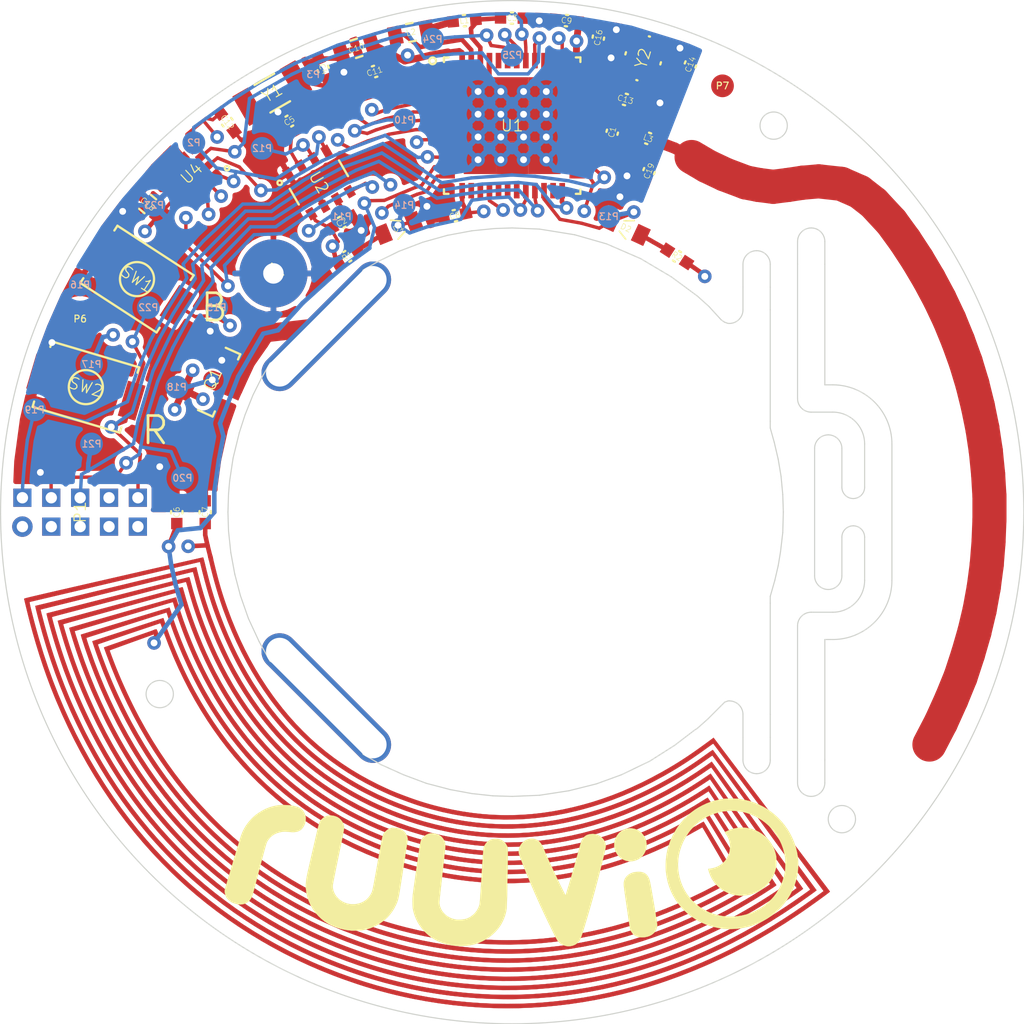
<source format=kicad_pcb>
(kicad_pcb (version 20160815) (host pcbnew "(2017-01-15 revision 8ac4790)-master")
  (layers (0 F.Cu signal) (1 In1.Cu signal) (2 In2.Cu signal) (31 B.Cu signal) (34 B.Paste user) (35 F.Paste user) (36 B.SilkS user) (37 F.SilkS user) (38 B.Mask user) (39 F.Mask user) (44 Edge.Cuts user))
  (net 0 "")
  (net 1 VDD)
  (net 2 GND)
  (net 3 "Net-(C3-Pad1)")
  (net 4 "Net-(C4-Pad2)")
  (net 5 "Net-(C5-Pad2)")
  (net 6 "Net-(C6-Pad2)")
  (net 7 "Net-(C7-Pad1)")
  (net 8 "Net-(C11-Pad2)")
  (net 9 "Net-(C13-Pad2)")
  (net 10 /XC1)
  (net 11 /ANTENNA)
  (net 12 /XC2)
  (net 13 /LED1)
  (net 14 "Net-(D1-Pad2)")
  (net 15 "Net-(D2-Pad2)")
  (net 16 "Net-(L1-Pad1)")
  (net 17 "Net-(L2-Pad1)")
  (net 18 /SWDIO)
  (net 19 /SWDCLK)
  (net 20 /SWO)
  (net 21 /RESET)
  (net 22 /BUTTON1)
  (net 23 /SPI_ACC_CS)
  (net 24 /SPI_HUMI_CS)
  (net 25 /ACC_INT1)
  (net 26 /SPI_MOSI)
  (net 27 /SPI_MISO)
  (net 28 /SPI_SCK)
  (net 29 "Net-(P18-Pad1)")
  (net 30 /LED2)
  (net 31 "Net-(C1-Pad1)")
  (net 32 "Net-(P10-Pad1)")
  (net 33 "Net-(P11-Pad1)")
  (net 34 /ACC_INT2)
  (net 35 "Net-(P24-Pad1)")
  (net 36 "Net-(P25-Pad1)")
  (module RuuviTag:ABG-96_POS_BATT_CONTACT (layer F.Cu) (at 66.75 52.25 135)
    (fp_text reference P5 (at 0 0 135) (layer F.SilkS) (effects (font (size 0.5 0.5) (thickness 0.05))))
    (fp_text value GND)
    (pad 1 thru_hole circle (at 0 0 135) (size 3 3) (drill 0.9) (layers *.Cu *.Mask) (net 2 GND))
  )
  (module Ruuvi:RUUVICOM_8MM (layer B.Cu) (at 77.25 82.75 180)
    (fp_text reference G*** hide)
    (fp_text value RUUVICOM_8MM hide)
  )
  (module RuuviTag:QFN-48_6X6MM_BOTPAD (layer F.Cu) (at 77.25 45.75)
    (fp_text reference U1 (at 0 0) (layer F.SilkS) (effects (font (size 0.5 0.5) (thickness 0.05))))
    (fp_text value nRF52832)
    (pad 49 thru_hole circle (at 1.5 1.5) (size 0.6 0.6) (drill 0.3) (layers *.Cu B.Mask) (net 2 GND))
    (pad 49 thru_hole circle (at 0.5 1.5) (size 0.6 0.6) (drill 0.3) (layers *.Cu B.Mask) (net 2 GND))
    (pad 49 thru_hole circle (at -0.5 1.5) (size 0.6 0.6) (drill 0.3) (layers *.Cu B.Mask) (net 2 GND))
    (pad 49 thru_hole circle (at -1.5 1.5) (size 0.6 0.6) (drill 0.3) (layers *.Cu B.Mask) (net 2 GND))
    (pad 49 thru_hole circle (at 1.5 0.5) (size 0.6 0.6) (drill 0.3) (layers *.Cu B.Mask) (net 2 GND))
    (pad 49 thru_hole circle (at 0.5 0.5) (size 0.6 0.6) (drill 0.3) (layers *.Cu B.Mask) (net 2 GND))
    (pad 49 thru_hole circle (at -0.5 0.5) (size 0.6 0.6) (drill 0.3) (layers *.Cu B.Mask) (net 2 GND))
    (pad 49 thru_hole circle (at -1.5 0.5) (size 0.6 0.6) (drill 0.3) (layers *.Cu B.Mask) (net 2 GND))
    (pad 49 thru_hole circle (at 1.5 -0.5) (size 0.6 0.6) (drill 0.3) (layers *.Cu B.Mask) (net 2 GND))
    (pad 49 thru_hole circle (at 0.5 -0.5) (size 0.6 0.6) (drill 0.3) (layers *.Cu B.Mask) (net 2 GND))
    (pad 49 thru_hole circle (at -0.5 -0.5) (size 0.6 0.6) (drill 0.3) (layers *.Cu B.Mask) (net 2 GND))
    (pad 49 thru_hole circle (at -1.5 -0.5) (size 0.6 0.6) (drill 0.3) (layers *.Cu B.Mask) (net 2 GND))
    (pad 49 thru_hole circle (at 1.5 -1.5) (size 0.6 0.6) (drill 0.3) (layers *.Cu B.Mask) (net 2 GND))
    (pad 49 thru_hole circle (at 0.5 -1.5) (size 0.6 0.6) (drill 0.3) (layers *.Cu B.Mask) (net 2 GND))
    (pad 49 thru_hole circle (at -0.5 -1.5) (size 0.6 0.6) (drill 0.3) (layers *.Cu B.Mask) (net 2 GND))
    (pad 49 thru_hole circle (at -1.5 -1.5) (size 0.6 0.6) (drill 0.3) (layers *.Cu B.Mask) (net 2 GND))
    (pad 49 smd rect (at -1.42 1.42) (size 1.42 1.42) (layers F.Cu F.Paste F.Mask) (net 2 GND))
    (pad 49 smd rect (at 1.42 1.42) (size 1.42 1.42) (layers F.Cu F.Paste F.Mask) (net 2 GND))
    (pad 49 smd rect (at 1.42 -1.42) (size 1.42 1.42) (layers F.Cu F.Paste F.Mask) (net 2 GND))
    (pad 49 smd rect (at -1.42 -1.42) (size 1.42 1.42) (layers F.Cu F.Paste F.Mask) (net 2 GND))
    (pad 48 smd rect (at -2.2 -2.86) (size 0.25 0.68) (layers F.Cu F.Paste F.Mask) (net 1 VDD))
    (pad 47 smd rect (at -1.8 -2.86) (size 0.25 0.68) (layers F.Cu F.Paste F.Mask) (net 17 "Net-(L2-Pad1)"))
    (pad 46 smd rect (at -1.4 -2.86) (size 0.25 0.68) (layers F.Cu F.Paste F.Mask) (net 3 "Net-(C3-Pad1)"))
    (pad 45 smd rect (at -1 -2.86) (size 0.25 0.68) (layers F.Cu F.Paste F.Mask) (net 2 GND))
    (pad 44 smd rect (at -0.6 -2.86) (size 0.25 0.68) (layers F.Cu F.Paste F.Mask))
    (pad 43 smd rect (at -0.2 -2.86) (size 0.25 0.68) (layers F.Cu F.Paste F.Mask) (net 35 "Net-(P24-Pad1)"))
    (pad 42 smd rect (at 0.2 -2.86) (size 0.25 0.68) (layers F.Cu F.Paste F.Mask) (net 36 "Net-(P25-Pad1)"))
    (pad 41 smd rect (at 0.6 -2.86) (size 0.25 0.68) (layers F.Cu F.Paste F.Mask) (net 28 /SPI_SCK))
    (pad 40 smd rect (at 1 -2.86) (size 0.25 0.68) (layers F.Cu F.Paste F.Mask) (net 27 /SPI_MISO))
    (pad 39 smd rect (at 1.4 -2.86) (size 0.25 0.68) (layers F.Cu F.Paste F.Mask))
    (pad 38 smd rect (at 1.8 -2.86) (size 0.25 0.68) (layers F.Cu F.Paste F.Mask))
    (pad 37 smd rect (at 2.2 -2.86) (size 0.25 0.68) (layers F.Cu F.Paste F.Mask) (net 26 /SPI_MOSI))
    (pad 36 smd rect (at 2.86 -2.2 90) (size 0.25 0.68) (layers F.Cu F.Paste F.Mask) (net 1 VDD))
    (pad 35 smd rect (at 2.86 -1.8 90) (size 0.25 0.68) (layers F.Cu F.Paste F.Mask) (net 12 /XC2))
    (pad 34 smd rect (at 2.86 -1.4 90) (size 0.25 0.68) (layers F.Cu F.Paste F.Mask) (net 10 /XC1))
    (pad 33 smd rect (at 2.86 -1 90) (size 0.25 0.68) (layers F.Cu F.Paste F.Mask) (net 9 "Net-(C13-Pad2)"))
    (pad 32 smd rect (at 2.86 -0.6 90) (size 0.25 0.68) (layers F.Cu F.Paste F.Mask))
    (pad 31 smd rect (at 2.86 -0.2 90) (size 0.25 0.68) (layers F.Cu F.Paste F.Mask) (net 2 GND))
    (pad 30 smd rect (at 2.86 0.2 90) (size 0.25 0.68) (layers F.Cu F.Paste F.Mask) (net 31 "Net-(C1-Pad1)"))
    (pad 29 smd rect (at 2.86 0.6 90) (size 0.25 0.68) (layers F.Cu F.Paste F.Mask))
    (pad 28 smd rect (at 2.86 1 90) (size 0.25 0.68) (layers F.Cu F.Paste F.Mask))
    (pad 27 smd rect (at 2.86 1.4 90) (size 0.25 0.68) (layers F.Cu F.Paste F.Mask))
    (pad 26 smd rect (at 2.86 1.8 90) (size 0.25 0.68) (layers F.Cu F.Paste F.Mask) (net 18 /SWDIO))
    (pad 25 smd rect (at 2.86 2.2 90) (size 0.25 0.68) (layers F.Cu F.Paste F.Mask) (net 19 /SWDCLK))
    (pad 24 smd rect (at 2.2 2.86) (size 0.25 0.68) (layers F.Cu F.Paste F.Mask) (net 21 /RESET))
    (pad 23 smd rect (at 1.8 2.86) (size 0.25 0.68) (layers F.Cu F.Paste F.Mask))
    (pad 22 smd rect (at 1.4 2.86) (size 0.25 0.68) (layers F.Cu F.Paste F.Mask) (net 30 /LED2))
    (pad 21 smd rect (at 1 2.86) (size 0.25 0.68) (layers F.Cu F.Paste F.Mask) (net 20 /SWO))
    (pad 20 smd rect (at 0.6 2.86) (size 0.25 0.68) (layers F.Cu F.Paste F.Mask) (net 13 /LED1))
    (pad 19 smd rect (at 0.2 2.86) (size 0.25 0.68) (layers F.Cu F.Paste F.Mask))
    (pad 18 smd rect (at -0.2 2.86) (size 0.25 0.68) (layers F.Cu F.Paste F.Mask))
    (pad 17 smd rect (at -0.6 2.86) (size 0.25 0.68) (layers F.Cu F.Paste F.Mask))
    (pad 16 smd rect (at -1 2.86) (size 0.25 0.68) (layers F.Cu F.Paste F.Mask) (net 22 /BUTTON1))
    (pad 15 smd rect (at -1.4 2.86) (size 0.25 0.68) (layers F.Cu F.Paste F.Mask))
    (pad 14 smd rect (at -1.8 2.86) (size 0.25 0.68) (layers F.Cu F.Paste F.Mask))
    (pad 13 smd rect (at -2.2 2.86) (size 0.25 0.68) (layers F.Cu F.Paste F.Mask) (net 1 VDD))
    (pad 12 smd rect (at -2.86 2.2 90) (size 0.25 0.68) (layers F.Cu F.Paste F.Mask) (net 7 "Net-(C7-Pad1)"))
    (pad 11 smd rect (at -2.86 1.8 90) (size 0.25 0.68) (layers F.Cu F.Paste F.Mask) (net 6 "Net-(C6-Pad2)"))
    (pad 10 smd rect (at -2.86 1.4 90) (size 0.25 0.68) (layers F.Cu F.Paste F.Mask) (net 23 /SPI_ACC_CS))
    (pad 9 smd rect (at -2.86 1 90) (size 0.25 0.68) (layers F.Cu F.Paste F.Mask))
    (pad 8 smd rect (at -2.86 0.6 90) (size 0.25 0.68) (layers F.Cu F.Paste F.Mask) (net 34 /ACC_INT2))
    (pad 7 smd rect (at -2.86 0.2 90) (size 0.25 0.68) (layers F.Cu F.Paste F.Mask) (net 33 "Net-(P11-Pad1)"))
    (pad 6 smd rect (at -2.86 -0.2 90) (size 0.25 0.68) (layers F.Cu F.Paste F.Mask) (net 32 "Net-(P10-Pad1)"))
    (pad 5 smd rect (at -2.86 -0.6 90) (size 0.25 0.68) (layers F.Cu F.Paste F.Mask) (net 24 /SPI_HUMI_CS))
    (pad 4 smd rect (at -2.86 -1 90) (size 0.25 0.68) (layers F.Cu F.Paste F.Mask) (net 25 /ACC_INT1))
    (pad 3 smd rect (at -2.86 -1.4 90) (size 0.25 0.68) (layers F.Cu F.Paste F.Mask) (net 5 "Net-(C5-Pad2)"))
    (pad 2 smd rect (at -2.86 -1.8 90) (size 0.25 0.68) (layers F.Cu F.Paste F.Mask) (net 4 "Net-(C4-Pad2)"))
    (pad 1 smd rect (at -2.86 -2.2 90) (size 0.25 0.68) (layers F.Cu F.Paste F.Mask) (net 8 "Net-(C11-Pad2)"))
    (pad 49 smd rect (at 0 -1.42) (size 1.42 1.42) (layers F.Cu F.Paste F.Mask) (net 2 GND))
    (pad 49 smd rect (at 0 0) (size 1.42 1.42) (layers F.Cu F.Paste F.Mask) (net 2 GND))
    (pad 49 smd rect (at -1.42 0) (size 1.42 1.42) (layers F.Cu F.Paste F.Mask) (net 2 GND))
    (pad 49 smd rect (at 1.42 0) (size 1.42 1.42) (layers F.Cu F.Paste F.Mask) (net 2 GND))
    (pad 49 smd rect (at 0 1.42) (size 1.42 1.42) (layers F.Cu F.Paste F.Mask) (net 2 GND))
  )
  (module RuuviTag:CR2450-BATTERY-3D (layer F.Cu) (at 77.25 62.75)
    (fp_text reference REF** hide)
    (fp_text value CR2450-BATTERY-3D hide)
  )
  (module RuuviTag:BME280 (layer F.Cu) (at 68.75 48.25 120)
    (fp_text reference U2 (at 0 0 120) (layer F.SilkS) (effects (font (size 0.5 0.5) (thickness 0.05))))
    (fp_text value BME280)
    (pad 8 smd rect (at -1.025 -0.975 120) (size 0.5 0.35) (layers F.Cu F.Paste F.Mask) (net 1 VDD))
    (pad 7 smd rect (at -1.025 -0.325 120) (size 0.5 0.35) (layers F.Cu F.Paste F.Mask) (net 2 GND))
    (pad 6 smd rect (at -1.025 0.325 120) (size 0.5 0.35) (layers F.Cu F.Paste F.Mask) (net 1 VDD))
    (pad 5 smd rect (at -1.025 0.975 120) (size 0.5 0.35) (layers F.Cu F.Paste F.Mask) (net 27 /SPI_MISO))
    (pad 4 smd rect (at 1.025 0.975 120) (size 0.5 0.35) (layers F.Cu F.Paste F.Mask) (net 28 /SPI_SCK))
    (pad 3 smd rect (at 1.025 0.325 120) (size 0.5 0.35) (layers F.Cu F.Paste F.Mask) (net 26 /SPI_MOSI))
    (pad 2 smd rect (at 1.025 -0.325 120) (size 0.5 0.35) (layers F.Cu F.Paste F.Mask) (net 24 /SPI_HUMI_CS))
    (pad 1 smd rect (at 1.025 -0.975 120) (size 0.5 0.35) (layers F.Cu F.Paste F.Mask) (net 2 GND))
  )
  (module RuuviTag:LGA12_2X2MM (layer F.Cu) (at 63.15 47.85 223)
    (fp_text reference U4 (at 0 0 223) (layer F.SilkS) (effects (font (size 0.5 0.5) (thickness 0.05))))
    (fp_text value LIS2DH12)
    (pad 12 smd rect (at -0.25 -0.75 313) (size 0.375 0.35) (layers F.Cu F.Paste F.Mask) (net 25 /ACC_INT1))
    (pad 11 smd rect (at 0.25 -0.75 313) (size 0.375 0.35) (layers F.Cu F.Paste F.Mask) (net 34 /ACC_INT2))
    (pad 10 smd rect (at 0.775 -0.75 223) (size 0.375 0.35) (layers F.Cu F.Paste F.Mask) (net 1 VDD))
    (pad 9 smd rect (at 0.775 -0.25 223) (size 0.375 0.35) (layers F.Cu F.Paste F.Mask) (net 1 VDD))
    (pad 8 smd rect (at 0.775 0.25 223) (size 0.375 0.35) (layers F.Cu F.Paste F.Mask) (net 2 GND))
    (pad 7 smd rect (at 0.775 0.75 223) (size 0.375 0.35) (layers F.Cu F.Paste F.Mask) (net 2 GND))
    (pad 6 smd rect (at 0.25 0.75 313) (size 0.375 0.35) (layers F.Cu F.Paste F.Mask) (net 2 GND))
    (pad 5 smd rect (at -0.25 0.75 313) (size 0.375 0.35) (layers F.Cu F.Paste F.Mask) (net 2 GND))
    (pad 4 smd rect (at -0.775 0.75 223) (size 0.375 0.35) (layers F.Cu F.Paste F.Mask) (net 26 /SPI_MOSI))
    (pad 3 smd rect (at -0.775 0.25 223) (size 0.375 0.35) (layers F.Cu F.Paste F.Mask) (net 27 /SPI_MISO))
    (pad 2 smd rect (at -0.775 -0.25 223) (size 0.375 0.35) (layers F.Cu F.Paste F.Mask) (net 23 /SPI_ACC_CS))
    (pad 1 smd rect (at -0.775 -0.75 223) (size 0.375 0.35) (layers F.Cu F.Paste F.Mask) (net 28 /SPI_SCK))
  )
  (module Ruuvi:RUUVI_LOGO_BENDED_RUUVITAG_REVB2 (layer F.Cu) (at 77.22 78.59)
    (fp_text reference G*** hide)
    (fp_text value RUUVI_LOGO_BENDED_RUUVITAG_REVB2 hide)
  )
  (module RuuviTag:NFC_RUUVITAG_REVB2 (layer F.Cu) (at 72.42 75.96 340)
    (fp_text reference P4 hide)
    (fp_text value NFC hide)
    (fp_poly (pts (xy 11.759304 -7.75829) (xy 11.762521 -7.756196) (xy 11.76911 -7.751921) (xy 11.779365 -7.745277) (xy 11.793579 -7.736072) (xy 11.812046 -7.724117) (xy 11.835062 -7.709221) (xy 11.862918 -7.691194) (xy 11.895911 -7.669846) (xy 11.934333 -7.644987) (xy 11.97848 -7.616427) (xy 12.028643 -7.583975) (xy 12.085119 -7.547441) (xy 12.148201 -7.506636) (xy 12.218182 -7.461368) (xy 12.295358 -7.411448) (xy 12.380021 -7.356686) (xy 12.472466 -7.296891) (xy 12.572988 -7.231873) (xy 12.681879 -7.161442) (xy 12.799435 -7.085408) (xy 12.925949 -7.003581) (xy 13.061715 -6.91577) (xy 13.207027 -6.821786) (xy 13.362179 -6.721437) (xy 13.527466 -6.614535) (xy 13.703181 -6.500888) (xy 13.889619 -6.380307) (xy 14.087072 -6.252601) (xy 14.295837 -6.11758) (xy 14.516205 -5.975055) (xy 14.748472 -5.824834) (xy 14.992932 -5.666728) (xy 15.249878 -5.500547) (xy 15.519605 -5.326099) (xy 15.802407 -5.143196) (xy 16.098577 -4.951647) (xy 16.40841 -4.751262) (xy 16.696267 -4.56509) (xy 16.851359 -4.464786) (xy 17.004778 -4.365569) (xy 17.155753 -4.267937) (xy 17.303513 -4.172389) (xy 17.447288 -4.079422) (xy 17.586307 -3.989536) (xy 17.719798 -3.903228) (xy 17.846992 -3.820996) (xy 17.967116 -3.74334) (xy 18.079401 -3.670756) (xy 18.183076 -3.603745) (xy 18.277369 -3.542803) (xy 18.361511 -3.488429) (xy 18.434729 -3.441122) (xy 18.496253 -3.40138) (xy 18.545313 -3.369701) (xy 18.581138 -3.346583) (xy 18.588567 -3.341793) (xy 18.648445 -3.303153) (xy 18.703874 -3.267306) (xy 18.753231 -3.235307) (xy 18.794895 -3.208212) (xy 18.827242 -3.187076) (xy 18.84865 -3.172955) (xy 18.857495 -3.166903) (xy 18.857557 -3.166851) (xy 18.855316 -3.157868) (xy 18.843962 -3.136047) (xy 18.824162 -3.102372) (xy 18.796583 -3.057827) (xy 18.761894 -3.003397) (xy 18.72076 -2.940067) (xy 18.673849 -2.868821) (xy 18.621829 -2.790644) (xy 18.565367 -2.70652) (xy 18.50513 -2.617435) (xy 18.441786 -2.524371) (xy 18.376001 -2.428315) (xy 18.308443 -2.330251) (xy 18.239779 -2.231163) (xy 18.170676 -2.132035) (xy 18.101803 -2.033854) (xy 18.033825 -1.937602) (xy 17.96741 -1.844265) (xy 17.903226 -1.754827) (xy 17.861797 -1.697566) (xy 17.468919 -1.170499) (xy 17.065134 -0.656354) (xy 16.650457 -0.155147) (xy 16.224904 0.333107) (xy 15.788488 0.808392) (xy 15.341226 1.270691) (xy 14.883132 1.71999) (xy 14.414222 2.156271) (xy 13.934511 2.57952) (xy 13.444013 2.989721) (xy 13.165666 3.212908) (xy 12.712328 3.560985) (xy 12.248267 3.897762) (xy 11.774401 4.222724) (xy 11.291652 4.535356) (xy 10.800939 4.835143) (xy 10.303183 5.121571) (xy 9.799304 5.394124) (xy 9.290221 5.652288) (xy 8.776856 5.895548) (xy 8.260127 6.12339) (xy 7.740955 6.335297) (xy 7.2644 6.514851) (xy 6.703213 6.70886) (xy 6.136136 6.887044) (xy 5.563534 7.049314) (xy 4.985771 7.195581) (xy 4.403211 7.325757) (xy 3.816219 7.439753) (xy 3.225159 7.537479) (xy 2.8575 7.589769) (xy 2.50291 7.633937) (xy 2.145039 7.672373) (xy 1.787197 7.70482) (xy 1.432694 7.731025) (xy 1.084839 7.750731) (xy 0.746944 7.763684) (xy 0.541867 7.768243) (xy 0.465805 7.769442) (xy 0.386839 7.770703) (xy 0.308788 7.771964) (xy 0.235476 7.773162) (xy 0.170722 7.774236) (xy 0.118348 7.775124) (xy 0.110067 7.775267) (xy 0.066855 7.775707) (xy 0.009525 7.77582) (xy -0.059112 7.775623) (xy -0.136246 7.775137) (xy -0.219064 7.77438) (xy -0.304756 7.773372) (xy -0.39051 7.772131) (xy -0.4191 7.771661) (xy -1.005094 7.753503) (xy -1.590559 7.719018) (xy -2.17489 7.668339) (xy -2.757482 7.601599) (xy -3.337732 7.518932) (xy -3.915035 7.420472) (xy -4.488785 7.306352) (xy -5.058379 7.176705) (xy -5.623211 7.031666) (xy -6.182677 6.871367) (xy -6.736173 6.695942) (xy -7.283094 6.505526) (xy -7.822834 6.300251) (xy -8.354791 6.080251) (xy -8.636 5.956542) (xy -9.178709 5.703557) (xy -9.713671 5.435733) (xy -10.240945 5.153027) (xy -10.760592 4.855395) (xy -11.272669 4.542794) (xy -11.777236 4.215179) (xy -12.274354 3.872506) (xy -12.76408 3.514733) (xy -13.246476 3.141815) (xy -13.721599 2.753709) (xy -14.189509 2.35037) (xy -14.650266 1.931755) (xy -15.103929 1.49782) (xy -15.550557 1.048522) (xy -15.990211 0.583816) (xy -16.129481 0.4318) (xy -16.442232 0.08031) (xy -16.752986 -0.283972) (xy -17.062312 -0.661767) (xy -17.370785 -1.053798) (xy -17.678976 -1.460787) (xy -17.987456 -1.883457) (xy -18.194694 -2.175933) (xy -18.22409 -2.21821) (xy -18.259424 -2.269536) (xy -18.299729 -2.328472) (xy -18.344039 -2.393577) (xy -18.391389 -2.46341) (xy -18.440812 -2.536531) (xy -18.491343 -2.611498) (xy -18.542014 -2.686871) (xy -18.591861 -2.76121) (xy -18.639918 -2.833074) (xy -18.685217 -2.901021) (xy -18.726793 -2.963612) (xy -18.763681 -3.019406) (xy -18.794914 -3.066962) (xy -18.819526 -3.104839) (xy -18.836551 -3.131596) (xy -18.845023 -3.145794) (xy -18.84503 -3.145808) (xy -18.845113 -3.147554) (xy -18.843675 -3.150189) (xy -18.840345 -3.153955) (xy -18.834751 -3.159097) (xy -18.82652 -3.165857) (xy -18.815282 -3.174478) (xy -18.800663 -3.185204) (xy -18.782293 -3.198277) (xy -18.759799 -3.213941) (xy -18.73281 -3.232439) (xy -18.700953 -3.254014) (xy -18.663857 -3.278909) (xy -18.62115 -3.307368) (xy -18.57246 -3.339633) (xy -18.517415 -3.375947) (xy -18.455644 -3.416554) (xy -18.386774 -3.461697) (xy -18.310434 -3.511619) (xy -18.226251 -3.566563) (xy -18.133855 -3.626772) (xy -18.032872 -3.69249) (xy -17.922932 -3.763959) (xy -17.803661 -3.841422) (xy -17.67469 -3.925124) (xy -17.535645 -4.015306) (xy -17.386154 -4.112213) (xy -17.225847 -4.216086) (xy -17.05435 -4.32717) (xy -16.871293 -4.445708) (xy -16.676303 -4.571942) (xy -16.469008 -4.706115) (xy -16.249037 -4.848472) (xy -16.016018 -4.999255) (xy -15.769578 -5.158706) (xy -15.509347 -5.32707) (xy -15.468236 -5.353667) (xy -15.249484 -5.495183) (xy -15.034286 -5.634386) (xy -14.82308 -5.770994) (xy -14.616303 -5.904723) (xy -14.414394 -6.035292) (xy -14.217789 -6.162416) (xy -14.026929 -6.285813) (xy -13.842249 -6.405201) (xy -13.664188 -6.520296) (xy -13.493184 -6.630815) (xy -13.329674 -6.736476) (xy -13.174097 -6.836996) (xy -13.026891 -6.932092) (xy -12.888493 -7.021481) (xy -12.759341 -7.10488) (xy -12.639873 -7.182007) (xy -12.530527 -7.252577) (xy -12.431741 -7.31631) (xy -12.343953 -7.372921) (xy -12.2676 -7.422128) (xy -12.203121 -7.463648) (xy -12.150953 -7.497199) (xy -12.111535 -7.522496) (xy -12.085303 -7.539258) (xy -12.072697 -7.547202) (xy -12.071585 -7.547846) (xy -12.064217 -7.541832) (xy -12.048371 -7.52233) (xy -12.024625 -7.49016) (xy -11.99356 -7.44614) (xy -11.955756 -7.391089) (xy -11.911793 -7.325827) (xy -11.872139 -7.266154) (xy -11.728741 -7.051135) (xy -11.591233 -6.849045) (xy -11.457994 -6.657634) (xy -11.327401 -6.474657) (xy -11.197831 -6.297864) (xy -11.067663 -6.12501) (xy -10.935274 -5.953846) (xy -10.817047 -5.804586) (xy -10.508987 -5.430254) (xy -10.192822 -5.066715) (xy -9.869389 -4.714802) (xy -9.539527 -4.375347) (xy -9.204071 -4.049183) (xy -8.863861 -3.737142) (xy -8.519733 -3.440058) (xy -8.172525 -3.158761) (xy -8.094133 -3.097784) (xy -7.706064 -2.807785) (xy -7.314565 -2.534312) (xy -6.919422 -2.277264) (xy -6.520421 -2.036542) (xy -6.117347 -1.812047) (xy -5.709985 -1.603678) (xy -5.298121 -1.411335) (xy -4.881539 -1.234919) (xy -4.460025 -1.074329) (xy -4.033365 -0.929467) (xy -3.601343 -0.800231) (xy -3.163744 -0.686523) (xy -2.720355 -0.588242) (xy -2.678936 -0.579906) (xy -2.21213 -0.495358) (xy -1.741723 -0.427216) (xy -1.268348 -0.375489) (xy -0.792635 -0.340188) (xy -0.315216 -0.321321) (xy 0.163276 -0.318898) (xy 0.642212 -0.33293) (xy 1.120958 -0.363426) (xy 1.598884 -0.410395) (xy 2.075357 -0.473847) (xy 2.265798 -0.503912) (xy 2.714769 -0.586117) (xy 3.157726 -0.683636) (xy 3.594891 -0.79657) (xy 4.026481 -0.925018) (xy 4.452717 -1.06908) (xy 4.873818 -1.228854) (xy 5.290003 -1.404441) (xy 5.701493 -1.59594) (xy 6.108506 -1.803451) (xy 6.511261 -2.027073) (xy 6.90998 -2.266906) (xy 7.30488 -2.523049) (xy 7.696182 -2.795602) (xy 8.084105 -3.084665) (xy 8.261646 -3.22334) (xy 8.576116 -3.480617) (xy 8.890149 -3.753451) (xy 9.202459 -4.040487) (xy 9.511761 -4.340369) (xy 9.816769 -4.651742) (xy 10.116197 -4.973252) (xy 10.408759 -5.303542) (xy 10.69317 -5.641258) (xy 10.968145 -5.985045) (xy 11.232396 -6.333546) (xy 11.300232 -6.4262) (xy 11.368349 -6.520475) (xy 11.435547 -6.614627) (xy 11.50385 -6.711548) (xy 11.575281 -6.814127) (xy 11.651868 -6.925254) (xy 11.733212 -7.044266) (xy 11.769888 -7.097611) (xy 11.803804 -7.145998) (xy 11.833736 -7.187754) (xy 11.858459 -7.221208) (xy 11.876751 -7.244686) (xy 11.887387 -7.256515) (xy 11.889339 -7.257595) (xy 11.8967 -7.252864) (xy 11.917632 -7.239133) (xy 11.951592 -7.216763) (xy 11.998038 -7.186111) (xy 12.056428 -7.147539) (xy 12.126221 -7.101405) (xy 12.206873 -7.048067) (xy 12.297843 -6.987886) (xy 12.398588 -6.921221) (xy 12.508568 -6.848431) (xy 12.627239 -6.769874) (xy 12.75406 -6.685911) (xy 12.888488 -6.596901) (xy 13.029981 -6.503203) (xy 13.177998 -6.405175) (xy 13.331996 -6.303178) (xy 13.491433 -6.197571) (xy 13.655768 -6.088713) (xy 13.824457 -5.976962) (xy 13.996959 -5.862679) (xy 14.172732 -5.746223) (xy 14.351234 -5.627952) (xy 14.531922 -5.508227) (xy 14.714256 -5.387406) (xy 14.897691 -5.265848) (xy 15.081687 -5.143913) (xy 15.265702 -5.02196) (xy 15.449193 -4.900349) (xy 15.631618 -4.779438) (xy 15.812435 -4.659587) (xy 15.991102 -4.541155) (xy 16.167077 -4.424501) (xy 16.339819 -4.309985) (xy 16.508784 -4.197965) (xy 16.67343 -4.088802) (xy 16.833217 -3.982854) (xy 16.987601 -3.88048) (xy 17.136041 -3.78204) (xy 17.277994 -3.687893) (xy 17.412918 -3.598399) (xy 17.540272 -3.513916) (xy 17.659513 -3.434803) (xy 17.770099 -3.361421) (xy 17.871488 -3.294128) (xy 17.963138 -3.233283) (xy 18.044507 -3.179246) (xy 18.115053 -3.132376) (xy 18.174234 -3.093032) (xy 18.221507 -3.061573) (xy 18.256331 -3.03836) (xy 18.278164 -3.02375) (xy 18.286462 -3.018104) (xy 18.286507 -3.018068) (xy 18.283145 -3.01017) (xy 18.270881 -2.989665) (xy 18.25056 -2.957789) (xy 18.22303 -2.915779) (xy 18.189137 -2.864873) (xy 18.14973 -2.806309) (xy 18.105653 -2.741322) (xy 18.057755 -2.67115) (xy 18.006883 -2.59703) (xy 17.953882 -2.520199) (xy 17.8996 -2.441895) (xy 17.844884 -2.363354) (xy 17.790581 -2.285814) (xy 17.737538 -2.210512) (xy 17.686601 -2.138685) (xy 17.638618 -2.071569) (xy 17.637562 -2.0701) (xy 17.253584 -1.548951) (xy 16.860808 -1.042119) (xy 16.458919 -0.549264) (xy 16.047602 -0.070046) (xy 15.626542 0.395873) (xy 15.195424 0.848832) (xy 14.753933 1.289171) (xy 14.301753 1.717228) (xy 13.838571 2.133344) (xy 13.36407 2.537856) (xy 13.335 2.561959) (xy 12.87887 2.929192) (xy 12.413338 3.283611) (xy 11.938993 3.62488) (xy 11.456423 3.95266) (xy 10.966216 4.266616) (xy 10.46896 4.56641) (xy 9.965245 4.851705) (xy 9.455659 5.122165) (xy 8.940789 5.377452) (xy 8.421225 5.61723) (xy 7.897556 5.841161) (xy 7.370368 6.048909) (xy 7.0231 6.17617) (xy 6.463639 6.366119) (xy 5.899391 6.53984) (xy 5.330496 6.697304) (xy 4.757098 6.838483) (xy 4.179339 6.963349) (xy 3.597361 7.071872) (xy 3.011307 7.164025) (xy 2.421319 7.239779) (xy 1.827538 7.299106) (xy 1.230108 7.341976) (xy 1.185333 7.344517) (xy 0.905322 7.357742) (xy 0.61248 7.367076) (xy 0.310448 7.372545) (xy 0.00287 7.37417) (xy -0.306611 7.371974) (xy -0.614351 7.365982) (xy -0.916708 7.356215) (xy -1.210039 7.342697) (xy -1.456267 7.327821) (xy -2.034496 7.280454) (xy -2.611932 7.216826) (xy -3.187781 7.137117) (xy -3.761245 7.041506) (xy -4.331528 6.930174) (xy -4.897834 6.803299) (xy -5.459367 6.661062) (xy -6.015329 6.503641) (xy -6.564925 6.331216) (xy -7.107359 6.143966) (xy -7.641833 5.942072) (xy -7.691967 5.922215) (xy -8.048994 5.775606) (xy -8.413181 5.617068) (xy -8.781393 5.448117) (xy -9.150494 5.27027) (xy -9.517351 5.085042) (xy -9.878828 4.893951) (xy -10.231791 4.698511) (xy -10.287 4.66709) (xy -10.783295 4.374609) (xy -11.271137 4.069004) (xy -11.751116 3.749839) (xy -12.223825 3.416678) (xy -12.689855 3.069082) (xy -13.149797 2.706615) (xy -13.604243 2.328839) (xy -14.053784 1.935319) (xy -14.350775 1.664259) (xy -14.785816 1.250393) (xy -15.210585 0.82544) (xy -15.625584 0.388817) (xy -16.031315 -0.060057) (xy -16.428278 -0.521766) (xy -16.816975 -0.996892) (xy -17.197907 -1.486018) (xy -17.571576 -1.989726) (xy -17.925075 -2.4892) (xy -17.995224 -2.59077) (xy -18.056109 -2.679313) (xy -18.108245 -2.755622) (xy -18.152147 -2.820492) (xy -18.18833 -2.87472) (xy -18.217311 -2.919099) (xy -18.239605 -2.954424) (xy -18.255726 -2.981491) (xy -18.266191 -3.001095) (xy -18.271516 -3.01403) (xy -18.272215 -3.021091) (xy -18.271003 -3.022661) (xy -18.264313 -3.026997) (xy -18.24656 -3.038679) (xy -18.217633 -3.05778) (xy -18.177422 -3.084375) (xy -18.125815 -3.118536) (xy -18.062701 -3.160337) (xy -17.987971 -3.209852) (xy -17.901512 -3.267154) (xy -17.803214 -3.332317) (xy -17.692967 -3.405415) (xy -17.570659 -3.48652) (xy -17.436179 -3.575706) (xy -17.289417 -3.673048) (xy -17.130262 -3.778617) (xy -16.958602 -3.892489) (xy -16.774328 -4.014737) (xy -16.577328 -4.145433) (xy -16.367491 -4.284652) (xy -16.144707 -4.432467) (xy -15.908864 -4.588952) (xy -15.659852 -4.75418) (xy -15.39756 -4.928224) (xy -15.121877 -5.111159) (xy -14.832692 -5.303058) (xy -14.529894 -5.503994) (xy -14.213373 -5.714041) (xy -13.883018 -5.933273) (xy -13.538717 -6.161762) (xy -13.37417 -6.270962) (xy -13.247373 -6.355102) (xy -13.12439 -6.436694) (xy -13.005963 -6.515246) (xy -12.892834 -6.590269) (xy -12.785743 -6.66127) (xy -12.685432 -6.72776) (xy -12.592642 -6.789246) (xy -12.508114 -6.845238) (xy -12.43259 -6.895245) (xy -12.36681 -6.938775) (xy -12.311517 -6.975338) (xy -12.267451 -7.004443) (xy -12.235353 -7.025599) (xy -12.215966 -7.038314) (xy -12.210004 -7.042133) (xy -12.202954 -7.036802) (xy -12.19047 -7.020853) (xy -12.180471 -7.005884) (xy -12.161725 -6.976983) (xy -12.134579 -6.93621) (xy -12.10039 -6.885532) (xy -12.060512 -6.826916) (xy -12.016303 -6.762331) (xy -11.969117 -6.693744) (xy -11.920311 -6.623124) (xy -11.87124 -6.552438) (xy -11.823261 -6.483654) (xy -11.777729 -6.41874) (xy -11.736001 -6.359663) (xy -11.711378 -6.325072) (xy -11.492668 -6.025242) (xy -11.271064 -5.734127) (xy -11.044037 -5.448617) (xy -10.809062 -5.165601) (xy -10.563611 -4.881971) (xy -10.307707 -4.5974) (xy -10.264792 -4.551245) (xy -10.211577 -4.495193) (xy -10.149761 -4.430952) (xy -10.081042 -4.36023) (xy -10.007118 -4.284734) (xy -9.929688 -4.206172) (xy -9.850449 -4.126253) (xy -9.771099 -4.046684) (xy -9.693337 -3.969174) (xy -9.618861 -3.89543) (xy -9.549368 -3.82716) (xy -9.486558 -3.766072) (xy -9.432128 -3.713875) (xy -9.389389 -3.673764) (xy -9.016179 -3.339376) (xy -8.636971 -3.020086) (xy -8.251983 -2.716034) (xy -7.861433 -2.42736) (xy -7.465539 -2.154204) (xy -7.06452 -1.896706) (xy -6.658592 -1.655007) (xy -6.247974 -1.429246) (xy -5.832885 -1.219563) (xy -5.413541 -1.026098) (xy -4.995843 -0.85125) (xy -4.58798 -0.696606) (xy -4.180305 -0.557287) (xy -3.770558 -0.432662) (xy -3.356478 -0.322105) (xy -2.935805 -0.224985) (xy -2.506277 -0.140675) (xy -2.331883 -0.110464) (xy -1.85834 -0.039862) (xy -1.380781 0.014698) (xy -0.900421 0.053184) (xy -0.418474 0.075563) (xy 0.063847 0.081802) (xy 0.545329 0.071868) (xy 1.024756 0.045728) (xy 1.500917 0.00335) (xy 1.5748 -0.004725) (xy 2.04305 -0.064762) (xy 2.502477 -0.139024) (xy 2.953726 -0.227698) (xy 3.397444 -0.330973) (xy 3.834276 -0.449035) (xy 4.26487 -0.582073) (xy 4.689872 -0.730273) (xy 5.109927 -0.893823) (xy 5.525683 -1.072911) (xy 5.937785 -1.267724) (xy 5.952067 -1.274788) (xy 6.372578 -1.492417) (xy 6.787687 -1.725957) (xy 7.197074 -1.975167) (xy 7.600414 -2.239804) (xy 7.997388 -2.519628) (xy 8.387671 -2.814395) (xy 8.770942 -3.123863) (xy 9.14688 -3.447792) (xy 9.515161 -3.785938) (xy 9.875464 -4.13806) (xy 10.17222 -4.445) (xy 10.533742 -4.840007) (xy 10.882614 -5.244153) (xy 11.217995 -5.656394) (xy 11.539044 -6.075686) (xy 11.84492 -6.500984) (xy 11.942132 -6.6421) (xy 11.96787 -6.679854) (xy 11.990092 -6.712416) (xy 12.007125 -6.737336) (xy 12.017293 -6.752165) (xy 12.019398 -6.755192) (xy 12.02653 -6.750874) (xy 12.046843 -6.737546) (xy 12.079534 -6.715752) (xy 12.123804 -6.686035) (xy 12.178849 -6.648938) (xy 12.243868 -6.605003) (xy 12.318061 -6.554773) (xy 12.400625 -6.498792) (xy 12.49076 -6.437602) (xy 12.587662 -6.371746) (xy 12.690532 -6.301767) (xy 12.798567 -6.228208) (xy 12.910966 -6.151612) (xy 12.981015 -6.103844) (xy 13.228604 -5.934963) (xy 13.463006 -5.775079) (xy 13.68502 -5.623645) (xy 13.895447 -5.480115) (xy 14.095088 -5.343943) (xy 14.284743 -5.214583) (xy 14.465213 -5.091489) (xy 14.637299 -4.974115) (xy 14.801801 -4.861914) (xy 14.95952 -4.754342) (xy 15.111256 -4.650851) (xy 15.25781 -4.550897) (xy 15.399983 -4.453932) (xy 15.538575 -4.35941) (xy 15.674387 -4.266787) (xy 15.808219 -4.175514) (xy 15.940873 -4.085048) (xy 16.073148 -3.994841) (xy 16.205845 -3.904347) (xy 16.339765 -3.813021) (xy 16.475709 -3.720316) (xy 16.614477 -3.625686) (xy 16.641233 -3.60744) (xy 16.761876 -3.52516) (xy 16.878724 -3.445443) (xy 16.991011 -3.368815) (xy 17.097969 -3.295801) (xy 17.198829 -3.226926) (xy 17.292824 -3.162715) (xy 17.379185 -3.103693) (xy 17.457144 -3.050384) (xy 17.525934 -3.003316) (xy 17.584787 -2.963011) (xy 17.632934 -2.929995) (xy 17.669608 -2.904793) (xy 17.69404 -2.887931) (xy 17.705463 -2.879933) (xy 17.706226 -2.879353) (xy 17.703435 -2.870696) (xy 17.691344 -2.849489) (xy 17.670709 -2.816807) (xy 17.642287 -2.773724) (xy 17.606835 -2.721313) (xy 17.565109 -2.660649) (xy 17.517867 -2.592806) (xy 17.465865 -2.518857) (xy 17.409859 -2.439877) (xy 17.350607 -2.356938) (xy 17.288866 -2.271117) (xy 17.225391 -2.183485) (xy 17.16094 -2.095118) (xy 17.09627 -2.007089) (xy 17.032136 -1.920473) (xy 17.003226 -1.881669) (xy 16.6238 -1.386626) (xy 16.233147 -0.902769) (xy 15.831659 -0.430479) (xy 15.419726 0.029863) (xy 14.997741 0.477873) (xy 14.566096 0.913171) (xy 14.125183 1.335375) (xy 13.675395 1.744102) (xy 13.217122 2.138972) (xy 12.750757 2.519602) (xy 12.276692 2.88561) (xy 11.795319 3.236615) (xy 11.628966 3.353227) (xy 11.227759 3.624283) (xy 10.816008 3.888179) (xy 10.395541 4.143942) (xy 9.968185 4.390598) (xy 9.535768 4.627174) (xy 9.100116 4.852697) (xy 8.663057 5.066193) (xy 8.226418 5.266688) (xy 7.792026 5.45321) (xy 7.374466 5.619892) (xy 6.823125 5.822523) (xy 6.267258 6.008861) (xy 5.707044 6.178879) (xy 5.142662 6.332552) (xy 4.574289 6.469855) (xy 4.002105 6.590759) (xy 3.426286 6.695241) (xy 2.847011 6.783273) (xy 2.264459 6.854829) (xy 1.678808 6.909884) (xy 1.090235 6.948412) (xy 0.498919 6.970386) (xy -0.094962 6.975781) (xy -0.69123 6.964569) (xy -1.289706 6.936726) (xy -1.528233 6.921029) (xy -2.098388 6.872064) (xy -2.669442 6.806463) (xy -3.240345 6.724409) (xy -3.810044 6.626087) (xy -4.377487 6.511681) (xy -4.941624 6.381376) (xy -5.501401 6.235354) (xy -5.596467 6.208865) (xy -6.136373 6.048717) (xy -6.669955 5.873706) (xy -7.197778 5.683588) (xy -7.720408 5.47812) (xy -8.23841 5.25706) (xy -8.752349 5.020164) (xy -9.262791 4.76719) (xy -9.770301 4.497895) (xy -10.275444 4.212036) (xy -10.358967 4.163047) (xy -10.841974 3.868884) (xy -11.320141 3.558785) (xy -11.792994 3.233175) (xy -12.26006 2.892478) (xy -12.720866 2.537119) (xy -13.17494 2.167522) (xy -13.621808 1.784112) (xy -14.060997 1.387312) (xy -14.492034 0.977549) (xy -14.914447 0.555245) (xy -15.327762 0.120827) (xy -15.731506 -0.325283) (xy -16.125207 -0.782659) (xy -16.508391 -1.250876) (xy -16.785164 -1.604433) (xy -16.847658 -1.68626) (xy -16.912654 -1.772215) (xy -16.979422 -1.86128) (xy -17.047233 -1.952434) (xy -17.115359 -2.04466) (xy -17.183069 -2.136938) (xy -17.249636 -2.22825) (xy -17.314329 -2.317578) (xy -17.37642 -2.403902) (xy -17.435179 -2.486204) (xy -17.489878 -2.563465) (xy -17.539787 -2.634665) (xy -17.584176 -2.698787) (xy -17.622318 -2.754812) (xy -17.653482 -2.801721) (xy -17.676939 -2.838495) (xy -17.691961 -2.864115) (xy -17.697818 -2.877562) (xy -17.697557 -2.879215) (xy -17.689977 -2.884539) (xy -17.66913 -2.898905) (xy -17.63574 -2.921818) (xy -17.590532 -2.952783) (xy -17.534232 -2.991305) (xy -17.467563 -3.036888) (xy -17.391252 -3.089038) (xy -17.306022 -3.147259) (xy -17.212598 -3.211057) (xy -17.111705 -3.279936) (xy -17.004069 -3.353401) (xy -16.890414 -3.430957) (xy -16.771464 -3.512108) (xy -16.647944 -3.596361) (xy -16.52058 -3.683219) (xy -16.505767 -3.69332) (xy -16.208566 -3.895983) (xy -15.899746 -4.106583) (xy -15.581669 -4.323508) (xy -15.2567 -4.545144) (xy -14.927202 -4.76988) (xy -14.59554 -4.996102) (xy -14.264077 -5.2222) (xy -13.935178 -5.446559) (xy -13.611205 -5.667569) (xy -13.294523 -5.883616) (xy -12.987496 -6.093088) (xy -12.851042 -6.186189) (xy -12.769471 -6.241793) (xy -12.69185 -6.294601) (xy -12.619333 -6.343837) (xy -12.553075 -6.388721) (xy -12.49423 -6.428473) (xy -12.443952 -6.462316) (xy -12.403395 -6.489469) (xy -12.373714 -6.509155) (xy -12.356063 -6.520594) (xy -12.351509 -6.523269) (xy -12.342154 -6.517961) (xy -12.324904 -6.499039) (xy -12.300524 -6.467443) (xy -12.269776 -6.424113) (xy -12.263967 -6.415641) (xy -11.972327 -6.001145) (xy -11.668764 -5.594337) (xy -11.354135 -5.196148) (xy -11.029297 -4.807511) (xy -10.695107 -4.429355) (xy -10.352421 -4.062612) (xy -10.002097 -3.708212) (xy -9.644991 -3.367087) (xy -9.281961 -3.040166) (xy -8.913862 -2.728382) (xy -8.741833 -2.589314) (xy -8.347568 -2.285547) (xy -7.947105 -1.997133) (xy -7.540645 -1.724184) (xy -7.128388 -1.466811) (xy -6.710534 -1.225127) (xy -6.287283 -0.999241) (xy -5.858835 -0.789267) (xy -5.42539 -0.595315) (xy -4.987147 -0.417498) (xy -4.580467 -0.268448) (xy -4.150423 -0.127507) (xy -3.712079 -0.000953) (xy -3.266224 0.111115) (xy -2.813648 0.208597) (xy -2.355139 0.291392) (xy -1.891488 0.359402) (xy -1.423483 0.412526) (xy -0.951913 0.450664) (xy -0.477569 0.473717) (xy -0.00124 0.481586) (xy 0.476286 0.474169) (xy 0.954218 0.451369) (xy 1.058333 0.444349) (xy 1.544056 0.40185) (xy 2.023562 0.343703) (xy 2.496978 0.269859) (xy 2.964432 0.180271) (xy 3.426049 0.074891) (xy 3.881958 -0.046329) (xy 4.332284 -0.183436) (xy 4.777156 -0.33648) (xy 5.2167 -0.505506) (xy 5.651042 -0.690564) (xy 6.080311 -0.8917) (xy 6.504633 -1.108964) (xy 6.924135 -1.342402) (xy 7.338944 -1.592063) (xy 7.749187 -1.857994) (xy 8.15499 -2.140244) (xy 8.402795 -2.32224) (xy 8.777709 -2.612766) (xy 9.148249 -2.918964) (xy 9.513549 -3.239942) (xy 9.872746 -3.574805) (xy 10.224976 -3.922661) (xy 10.569374 -4.282617) (xy 10.905075 -4.653778) (xy 11.231215 -5.035253) (xy 11.546931 -5.426147) (xy 11.851356 -5.825568) (xy 12.027256 -6.067573) (xy 12.155036 -6.246579) (xy 12.289935 -6.151682) (xy 12.307483 -6.139339) (xy 12.338325 -6.117648) (xy 12.381904 -6.087) (xy 12.437662 -6.047788) (xy 12.505043 -6.000402) (xy 12.58349 -5.945235) (xy 12.672444 -5.882679) (xy 12.771349 -5.813126) (xy 12.879647 -5.736968) (xy 12.996781 -5.654596) (xy 13.122194 -5.566402) (xy 13.255328 -5.472778) (xy 13.395627 -5.374117) (xy 13.542534 -5.270809) (xy 13.695489 -5.163248) (xy 13.853938 -5.051824) (xy 14.017322 -4.93693) (xy 14.185083 -4.818957) (xy 14.356666 -4.698297) (xy 14.531512 -4.575343) (xy 14.6685 -4.479012) (xy 14.845215 -4.354742) (xy 15.018966 -4.232553) (xy 15.189202 -4.112832) (xy 15.355375 -3.995966) (xy 15.516933 -3.882342) (xy 15.673328 -3.772346) (xy 15.824008 -3.666365) (xy 15.968424 -3.564787) (xy 16.106027 -3.467998) (xy 16.236265 -3.376386) (xy 16.358589 -3.290336) (xy 16.47245 -3.210236) (xy 16.577296 -3.136473) (xy 16.672579 -3.069433) (xy 16.757748 -3.009504) (xy 16.832253 -2.957072) (xy 16.895544 -2.912525) (xy 16.947071 -2.876249) (xy 16.986284 -2.848631) (xy 17.012634 -2.830057) (xy 17.024051 -2.821994) (xy 17.135935 -2.742748) (xy 17.019326 -2.579991) (xy 16.756942 -2.219546) (xy 16.495816 -1.872697) (xy 16.23354 -1.536506) (xy 15.967707 -1.208036) (xy 15.695911 -0.884352) (xy 15.415744 -0.562515) (xy 15.1248 -0.23959) (xy 14.918757 -0.017007) (xy 14.877157 0.026897) (xy 14.825031 0.080988) (xy 14.763994 0.143651) (xy 14.695664 0.21327) (xy 14.621654 0.28823) (xy 14.543582 0.366915) (xy 14.463063 0.447709) (xy 14.381713 0.528998) (xy 14.301147 0.609165) (xy 14.222982 0.686594) (xy 14.148833 0.759671) (xy 14.080316 0.826779) (xy 14.019046 0.886303) (xy 13.966641 0.936627) (xy 13.936282 0.965341) (xy 13.51821 1.348506) (xy 13.098433 1.715542) (xy 12.675914 2.067243) (xy 12.249616 2.4044) (xy 11.818501 2.727805) (xy 11.381533 3.03825) (xy 10.937674 3.336528) (xy 10.485887 3.62343) (xy 10.334648 3.715888) (xy 9.93072 3.953862) (xy 9.517848 4.184176) (xy 9.098482 4.405624) (xy 8.67507 4.616999) (xy 8.250062 4.817095) (xy 7.825907 5.004707) (xy 7.405053 5.178627) (xy 7.209366 5.25519) (xy 6.670164 5.453224) (xy 6.125351 5.63536) (xy 5.575275 5.80155) (xy 5.020283 5.951747) (xy 4.46072 6.085903) (xy 3.896934 6.203972) (xy 3.329272 6.305905) (xy 2.75808 6.391656) (xy 2.183705 6.461177) (xy 1.606493 6.51442) (xy 1.026791 6.551339) (xy 0.444947 6.571886) (xy -0.138694 6.576014) (xy -0.723785 6.563675) (xy -1.309978 6.534822) (xy -1.8542 6.493272) (xy -2.415136 6.435005) (xy -2.974606 6.360735) (xy -3.531837 6.270662) (xy -4.086054 6.164989) (xy -4.63648 6.043916) (xy -5.182342 5.907644) (xy -5.722863 5.756376) (xy -6.25727 5.590312) (xy -6.784787 5.409653) (xy -7.304639 5.214601) (xy -7.816051 5.005357) (xy -8.1534 4.857409) (xy -8.678031 4.612131) (xy -9.193849 4.353088) (xy -9.701121 4.080094) (xy -10.200113 3.792965) (xy -10.691089 3.491518) (xy -11.174316 3.175567) (xy -11.650058 2.844929) (xy -12.118582 2.49942) (xy -12.580154 2.138855) (xy -13.035037 1.76305) (xy -13.483499 1.371821) (xy -13.925805 0.964983) (xy -14.33706 0.567305) (xy -14.701713 0.198936) (xy -15.052149 -0.170132) (xy -15.39094 -0.542814) (xy -15.720657 -0.922024) (xy -16.04387 -1.310678) (xy -16.363151 -1.711691) (xy -16.477317 -1.859242) (xy -16.520906 -1.916305) (xy -16.568514 -1.979181) (xy -16.619188 -2.04657) (xy -16.671976 -2.117172) (xy -16.725926 -2.189688) (xy -16.780086 -2.262818) (xy -16.833504 -2.335262) (xy -16.885228 -2.40572) (xy -16.934305 -2.472894) (xy -16.979784 -2.535484) (xy -17.020713 -2.592189) (xy -17.056139 -2.64171) (xy -17.085111 -2.682748) (xy -17.106675 -2.714003) (xy -17.119882 -2.734175) (xy -17.123834 -2.741766) (xy -17.11727 -2.747672) (xy -17.099109 -2.76157) (xy -17.071641 -2.781769) (xy -17.03716 -2.806576) (xy -17.009534 -2.826159) (xy -16.87295 -2.922395) (xy -16.730543 -3.022701) (xy -16.582881 -3.12668) (xy -16.43053 -3.233932) (xy -16.274059 -3.34406) (xy -16.114034 -3.456664) (xy -15.951022 -3.571347) (xy -15.785592 -3.68771) (xy -15.61831 -3.805354) (xy -15.449743 -3.923881) (xy -15.28046 -4.042894) (xy -15.111027 -4.161992) (xy -14.942012 -4.280779) (xy -14.773982 -4.398855) (xy -14.607504 -4.515823) (xy -14.443146 -4.631283) (xy -14.281475 -4.744838) (xy -14.123059 -4.856089) (xy -13.968464 -4.964637) (xy -13.818259 -5.070084) (xy -13.673009 -5.172033) (xy -13.533284 -5.270083) (xy -13.39965 -5.363838) (xy -13.272674 -5.452898) (xy -13.152924 -5.536866) (xy -13.040967 -5.615342) (xy -12.937371 -5.687929) (xy -12.842702 -5.754227) (xy -12.757529 -5.813839) (xy -12.682418 -5.866367) (xy -12.617936 -5.911411) (xy -12.564652 -5.948574) (xy -12.523133 -5.977456) (xy -12.493945 -5.99766) (xy -12.477657 -6.008788) (xy -12.47424 -6.010967) (xy -12.46739 -6.004242) (xy -12.452525 -5.985735) (xy -12.431265 -5.957593) (xy -12.405228 -5.921961) (xy -12.376032 -5.880983) (xy -12.374033 -5.878144) (xy -12.138763 -5.552931) (xy -11.889023 -5.225561) (xy -11.626721 -4.898189) (xy -11.353761 -4.572972) (xy -11.072051 -4.252066) (xy -10.783495 -3.937628) (xy -10.49 -3.631813) (xy -10.193472 -3.336778) (xy -9.895816 -3.054679) (xy -9.804277 -2.970796) (xy -9.426734 -2.637976) (xy -9.041875 -2.319057) (xy -8.650137 -2.014321) (xy -8.251959 -1.724046) (xy -7.847779 -1.448511) (xy -7.438034 -1.187997) (xy -7.023162 -0.942783) (xy -6.603602 -0.713148) (xy -6.179792 -0.499371) (xy -5.752169 -0.301732) (xy -5.364415 -0.137889) (xy -4.928768 0.029761) (xy -4.490196 0.181875) (xy -4.047858 0.31865) (xy -3.600914 0.440288) (xy -3.148522 0.546987) (xy -2.689841 0.638947) (xy -2.224031 0.716367) (xy -1.75025 0.779448) (xy -1.303867 0.82523) (xy -1.063701 0.844442) (xy -0.826156 0.859292) (xy -0.587412 0.869913) (xy -0.343649 0.876441) (xy -0.091049 0.879011) (xy 0.174209 0.87776) (xy 0.1778 0.877718) (xy 0.29305 0.876275) (xy 0.394179 0.874735) (xy 0.483996 0.872996) (xy 0.565314 0.870956) (xy 0.640943 0.868512) (xy 0.713695 0.865562) (xy 0.78638 0.862003) (xy 0.861811 0.857735) (xy 0.942798 0.852653) (xy 1.032153 0.846657) (xy 1.032933 0.846603) (xy 1.528842 0.804509) (xy 2.018271 0.746781) (xy 2.501356 0.673374) (xy 2.978235 0.584242) (xy 3.449044 0.479338) (xy 3.913919 0.358616) (xy 4.372998 0.222031) (xy 4.826416 0.069536) (xy 5.274312 -0.098914) (xy 5.716821 -0.283367) (xy 6.15408 -0.483868) (xy 6.586225 -0.700463) (xy 7.013394 -0.933198) (xy 7.435723 -1.18212) (xy 7.853349 -1.447274) (xy 7.874 -1.460887) (xy 8.174535 -1.66487) (xy 8.477573 -1.881323) (xy 8.778973 -2.107138) (xy 9.074596 -2.339208) (xy 9.360302 -2.574427) (xy 9.381066 -2.591983) (xy 9.711776 -2.880386) (xy 10.041101 -3.183886) (xy 10.367337 -3.500651) (xy 10.688777 -3.828848) (xy 11.003718 -4.166644) (xy 11.310454 -4.512207) (xy 11.607278 -4.863702) (xy 11.892487 -5.219298) (xy 12.164375 -5.577163) (xy 12.186523 -5.607227) (xy 12.278412 -5.732268) (xy 12.317756 -5.703979) (xy 12.345139 -5.684232) (xy 12.384599 -5.655689) (xy 12.435498 -5.618815) (xy 12.497196 -5.574073) (xy 12.569056 -5.521929) (xy 12.650439 -5.462848) (xy 12.740707 -5.397292) (xy 12.83922 -5.325729) (xy 12.945341 -5.248621) (xy 13.058431 -5.166433) (xy 13.177851 -5.07963) (xy 13.302964 -4.988677) (xy 13.43313 -4.894038) (xy 13.567712 -4.796178) (xy 13.70607 -4.695561) (xy 13.847566 -4.592651) (xy 13.991563 -4.487914) (xy 14.13742 -4.381814) (xy 14.2845 -4.274816) (xy 14.432165 -4.167383) (xy 14.579775 -4.059981) (xy 14.726693 -3.953074) (xy 14.87228 -3.847127) (xy 15.015897 -3.742604) (xy 15.156906 -3.63997) (xy 15.294668 -3.53969) (xy 15.428546 -3.442227) (xy 15.5579 -3.348047) (xy 15.682092 -3.257614) (xy 15.800484 -3.171393) (xy 15.912437 -3.089848) (xy 16.017312 -3.013444) (xy 16.114472 -2.942645) (xy 16.203277 -2.877916) (xy 16.283089 -2.819722) (xy 16.353271 -2.768526) (xy 16.413182 -2.724795) (xy 16.462185 -2.688991) (xy 16.499642 -2.66158) (xy 16.524913 -2.643027) (xy 16.537361 -2.633795) (xy 16.538587 -2.632837) (xy 16.542782 -2.6281) (xy 16.544634 -2.622403) (xy 16.543184 -2.614203) (xy 16.537475 -2.601959) (xy 16.526549 -2.584127) (xy 16.50945 -2.559164) (xy 16.48522 -2.525528) (xy 16.452902 -2.481676) (xy 16.411539 -2.426066) (xy 16.403983 -2.415928) (xy 16.140831 -2.068547) (xy 15.879465 -1.735049) (xy 15.617764 -1.41284) (xy 15.353607 -1.099326) (xy 15.084872 -0.791915) (xy 14.97835 -0.6731) (xy 14.802568 -0.481121) (xy 14.616564 -0.283087) (xy 14.422894 -0.081552) (xy 14.224116 0.120926) (xy 14.022784 0.321793) (xy 13.821456 0.518493) (xy 13.622687 0.70847) (xy 13.429034 0.889168) (xy 13.279966 1.02492) (xy 12.830078 1.418911) (xy 12.373158 1.797515) (xy 11.909118 2.160788) (xy 11.437868 2.508789) (xy 10.959319 2.841575) (xy 10.473382 3.159203) (xy 9.979966 3.461732) (xy 9.478983 3.749218) (xy 8.970344 4.02172) (xy 8.453958 4.279294) (xy 7.929737 4.521998) (xy 7.675033 4.633347) (xy 7.173519 4.839448) (xy 6.663208 5.031422) (xy 6.144887 5.209104) (xy 5.619341 5.372327) (xy 5.087357 5.520928) (xy 4.549719 5.65474) (xy 4.007215 5.773598) (xy 3.460629 5.877336) (xy 2.910748 5.965789) (xy 2.358358 6.038791) (xy 1.804244 6.096177) (xy 1.249192 6.137782) (xy 0.693988 6.163439) (xy 0.372533 6.170944) (xy -0.006294 6.173854) (xy -0.37231 6.170975) (xy -0.728663 6.162168) (xy -1.078507 6.147293) (xy -1.424991 6.126211) (xy -1.771266 6.098782) (xy -2.120484 6.064866) (xy -2.188634 6.057546) (xy -2.740139 5.98944) (xy -3.289654 5.905704) (xy -3.836309 5.806565) (xy -4.379233 5.692254) (xy -4.917556 5.562999) (xy -5.450408 5.419029) (xy -5.976918 5.260574) (xy -6.496217 5.087862) (xy -7.007434 4.901123) (xy -7.5097 4.700586) (xy -7.778141 4.586095) (xy -7.945926 4.511654) (xy -8.122452 4.43104) (xy -8.30456 4.345796) (xy -8.489093 4.257462) (xy -8.672893 4.167579) (xy -8.852804 4.077687) (xy -9.025666 3.989329) (xy -9.188324 3.904043) (xy -9.3091 3.838998) (xy -9.757255 3.587457) (xy -10.194801 3.327799) (xy -10.623051 3.059073) (xy -11.04332 2.78033) (xy -11.456919 2.49062) (xy -11.865162 2.188992) (xy -12.269363 1.874495) (xy -12.670835 1.546181) (xy -13.07089 1.203098) (xy -13.470842 0.844297) (xy -13.554843 0.766954) (xy -13.604647 0.720262) (xy -13.664676 0.662922) (xy -13.733395 0.596471) (xy -13.809267 0.522442) (xy -13.890758 0.442372) (xy -13.976332 0.357796) (xy -14.064452 0.27025) (xy -14.153584 0.181267) (xy -14.242191 0.092384) (xy -14.328738 0.005136) (xy -14.41169 -0.078941) (xy -14.489509 -0.158313) (xy -14.560662 -0.231444) (xy -14.623611 -0.2968) (xy -14.676822 -0.352843) (xy -14.703101 -0.381) (xy -14.973532 -0.67729) (xy -15.231725 -0.968646) (xy -15.48031 -1.258241) (xy -15.721914 -1.549249) (xy -15.959167 -1.844844) (xy -16.194698 -2.148198) (xy -16.431135 -2.462485) (xy -16.462455 -2.504824) (xy -16.493616 -2.547478) (xy -16.515509 -2.578765) (xy -16.529283 -2.600672) (xy -16.536085 -2.615184) (xy -16.537061 -2.624287) (xy -16.53429 -2.629139) (xy -16.524922 -2.636591) (xy -16.502633 -2.653379) (xy -16.468083 -2.679024) (xy -16.421931 -2.713048) (xy -16.364838 -2.754972) (xy -16.297464 -2.804317) (xy -16.220469 -2.860606) (xy -16.134512 -2.923359) (xy -16.040254 -2.992097) (xy -15.938355 -3.066343) (xy -15.829475 -3.145618) (xy -15.714274 -3.229443) (xy -15.593412 -3.317339) (xy -15.467549 -3.408829) (xy -15.337345 -3.503433) (xy -15.203461 -3.600673) (xy -15.066555 -3.700071) (xy -14.927288 -3.801147) (xy -14.786321 -3.903424) (xy -14.644313 -4.006423) (xy -14.501924 -4.109665) (xy -14.359815 -4.212672) (xy -14.218645 -4.314965) (xy -14.079074 -4.416065) (xy -13.941763 -4.515495) (xy -13.807371 -4.612775) (xy -13.676559 -4.707427) (xy -13.549986 -4.798973) (xy -13.428313 -4.886933) (xy -13.312199 -4.97083) (xy -13.202306 -5.050184) (xy -13.099291 -5.124518) (xy -13.003817 -5.193352) (xy -12.916542 -5.256209) (xy -12.838127 -5.312609) (xy -12.769232 -5.362074) (xy -12.710517 -5.404126) (xy -12.662641 -5.438286) (xy -12.626266 -5.464075) (xy -12.60205 -5.481015) (xy -12.590655 -5.488627) (xy -12.589822 -5.489013) (xy -12.583101 -5.480359) (xy -12.567989 -5.460246) (xy -12.546117 -5.430867) (xy -12.519116 -5.394411) (xy -12.488616 -5.353072) (xy -12.483924 -5.3467) (xy -12.212728 -4.988475) (xy -11.928746 -4.633002) (xy -11.633404 -4.281761) (xy -11.328129 -3.936233) (xy -11.014347 -3.597898) (xy -10.693483 -3.268238) (xy -10.366965 -2.948734) (xy -10.036217 -2.640865) (xy -9.702667 -2.346113) (xy -9.367741 -2.065958) (xy -9.179163 -1.915255) (xy -8.770325 -1.603889) (xy -8.357318 -1.308891) (xy -7.939975 -1.030177) (xy -7.518129 -0.767663) (xy -7.091615 -0.521263) (xy -6.660265 -0.290893) (xy -6.223913 -0.076467) (xy -5.782391 0.122098) (xy -5.335534 0.304888) (xy -4.883175 0.471987) (xy -4.425146 0.62348) (xy -3.961281 0.759453) (xy -3.8735 0.783265) (xy -3.413699 0.89797) (xy -2.946547 0.997872) (xy -2.473058 1.082889) (xy -1.994245 1.152941) (xy -1.511123 1.207948) (xy -1.024703 1.247829) (xy -0.536001 1.272503) (xy -0.04603 1.28189) (xy 0.444196 1.27591) (xy 0.933665 1.254481) (xy 1.421362 1.217524) (xy 1.4986 1.210219) (xy 1.99531 1.153885) (xy 2.485584 1.082018) (xy 2.969565 0.99456) (xy 3.4474 0.891455) (xy 3.919233 0.772647) (xy 4.385208 0.638079) (xy 4.845471 0.487694) (xy 5.300166 0.321436) (xy 5.749439 0.139247) (xy 6.193433 -0.058928) (xy 6.632295 -0.273146) (xy 7.066169 -0.503463) (xy 7.495199 -0.749937) (xy 7.919531 -1.012624) (xy 8.339309 -1.291581) (xy 8.754679 -1.586863) (xy 8.863062 -1.667132) (xy 9.230955 -1.950819) (xy 9.59623 -2.250217) (xy 9.957722 -2.564169) (xy 10.314268 -2.891516) (xy 10.664704 -3.231099) (xy 11.007868 -3.58176) (xy 11.342595 -3.942341) (xy 11.667723 -4.311682) (xy 11.982088 -4.688625) (xy 12.284527 -5.072013) (xy 12.292404 -5.082295) (xy 12.322952 -5.121693) (xy 12.35028 -5.155973) (xy 12.372643 -5.183024) (xy 12.388297 -5.200737) (xy 12.395468 -5.207) (xy 12.402976 -5.20199) (xy 12.42326 -5.18733) (xy 12.455583 -5.163572) (xy 12.499206 -5.131267) (xy 12.553391 -5.090968) (xy 12.6174 -5.043227) (xy 12.690496 -4.988597) (xy 12.77194 -4.927629) (xy 12.860994 -4.860876) (xy 12.95692 -4.78889) (xy 13.058981 -4.712224) (xy 13.166437 -4.631428) (xy 13.278552 -4.547057) (xy 13.394586 -4.459661) (xy 13.438422 -4.426626) (xy 13.571954 -4.325978) (xy 13.711966 -4.220446) (xy 13.856815 -4.111267) (xy 14.004856 -3.999682) (xy 14.154447 -3.886929) (xy 14.303941 -3.774248) (xy 14.451697 -3.662877) (xy 14.596068 -3.554057) (xy 14.735412 -3.449026) (xy 14.868084 -3.349023) (xy 14.992441 -3.255288) (xy 15.106838 -3.16906) (xy 15.20963 -3.091578) (xy 15.225545 -3.079582) (xy 15.977323 -2.512913) (xy 15.954228 -2.482006) (xy 15.864886 -2.364011) (xy 15.765864 -2.236057) (xy 15.65909 -2.100515) (xy 15.546494 -1.959753) (xy 15.430005 -1.816142) (xy 15.311552 -1.67205) (xy 15.193063 -1.529847) (xy 15.076468 -1.391903) (xy 14.963695 -1.260588) (xy 14.905532 -1.1938) (xy 14.806397 -1.081126) (xy 14.711992 -0.975057) (xy 14.620481 -0.873647) (xy 14.530031 -0.774947) (xy 14.438808 -0.677008) (xy 14.344976 -0.577882) (xy 14.246703 -0.475622) (xy 14.142154 -0.368278) (xy 14.029495 -0.253903) (xy 13.90689 -0.130549) (xy 13.864676 -0.08828) (xy 13.689417 0.085836) (xy 13.522722 0.248882) (xy 13.362397 0.402866) (xy 13.206247 0.549794) (xy 13.052079 0.691673) (xy 12.897698 0.830511) (xy 12.740911 0.968314) (xy 12.579523 1.107089) (xy 12.41134 1.248844) (xy 12.319 1.325619) (xy 11.87404 1.683401) (xy 11.419544 2.028031) (xy 10.956099 2.359149) (xy 10.484293 2.676394) (xy 10.004717 2.979407) (xy 9.517956 3.267827) (xy 9.024602 3.541294) (xy 8.52524 3.799449) (xy 8.020461 4.04193) (xy 7.510852 4.268378) (xy 7.509933 4.26877) (xy 6.998235 4.477821) (xy 6.479318 4.671655) (xy 5.953585 4.850179) (xy 5.421438 5.013297) (xy 4.883277 5.160915) (xy 4.339506 5.292938) (xy 3.790526 5.409273) (xy 3.236738 5.509824) (xy 2.678545 5.594497) (xy 2.116349 5.663197) (xy 1.550551 5.71583) (xy 1.274233 5.73559) (xy 1.171246 5.742098) (xy 1.076511 5.74775) (xy 0.987892 5.752605) (xy 0.903253 5.756719) (xy 0.820458 5.760151) (xy 0.73737 5.762958) (xy 0.651854 5.765197) (xy 0.561772 5.766927) (xy 0.46499 5.768204) (xy 0.359371 5.769087) (xy 0.242778 5.769633) (xy 0.113075 5.769899) (xy 0 5.76995) (xy -0.140144 5.769852) (xy -0.265522 5.769538) (xy -0.378299 5.768945) (xy -0.480641 5.768011) (xy -0.574716 5.766671) (xy -0.662688 5.764865) (xy -0.746724 5.762528) (xy -0.82899 5.759598) (xy -0.911652 5.756011) (xy -0.996876 5.751706) (xy -1.086829 5.74662) (xy -1.183675 5.740689) (xy -1.289582 5.73385) (xy -1.325033 5.731507) (xy -1.884225 5.686241) (xy -2.441167 5.624911) (xy -2.99525 5.547661) (xy -3.545864 5.454636) (xy -4.092397 5.345981) (xy -4.634239 5.221841) (xy -5.17078 5.082361) (xy -5.70141 4.927686) (xy -6.225517 4.75796) (xy -6.742491 4.57333) (xy -7.251722 4.373938) (xy -7.523761 4.259971) (xy -8.040758 4.029123) (xy -8.551658 3.782553) (xy -9.056138 3.520457) (xy -9.553874 3.243034) (xy -10.044544 2.950479) (xy -10.527823 2.642989) (xy -11.003388 2.320762) (xy -11.470916 1.983994) (xy -11.930083 1.632882) (xy -12.213167 1.405838) (xy -12.665509 1.025835) (xy -13.11006 0.631215) (xy -13.546054 0.222769) (xy -13.972724 -0.198713) (xy -14.389305 -0.632441) (xy -14.795032 -1.077624) (xy -15.189138 -1.533472) (xy -15.570858 -1.999195) (xy -15.818528 -2.315355) (xy -15.863452 -2.374099) (xy -15.898608 -2.420903) (xy -15.924845 -2.457019) (xy -15.943015 -2.483697) (xy -15.953968 -2.502187) (xy -15.958554 -2.513739) (xy -15.957625 -2.519604) (xy -15.957526 -2.519701) (xy -15.949722 -2.525791) (xy -15.92916 -2.541483) (xy -15.896552 -2.566239) (xy -15.852611 -2.599522) (xy -15.79805 -2.640794) (xy -15.733582 -2.689519) (xy -15.659919 -2.74516) (xy -15.577775 -2.807179) (xy -15.487862 -2.875039) (xy -15.390894 -2.948204) (xy -15.287582 -3.026136) (xy -15.178641 -3.108299) (xy -15.064783 -3.194154) (xy -14.94672 -3.283166) (xy -14.825166 -3.374796) (xy -14.700833 -3.468508) (xy -14.574435 -3.563765) (xy -14.446684 -3.66003) (xy -14.318293 -3.756765) (xy -14.189975 -3.853434) (xy -14.062443 -3.9495) (xy -13.93641 -4.044424) (xy -13.812588 -4.137671) (xy -13.691691 -4.228703) (xy -13.574431 -4.316984) (xy -13.461521 -4.401975) (xy -13.353675 -4.48314) (xy -13.251604 -4.559943) (xy -13.156022 -4.631845) (xy -13.067642 -4.698309) (xy -12.987176 -4.7588) (xy -12.915338 -4.812779) (xy -12.85284 -4.859709) (xy -12.800395 -4.899054) (xy -12.758716 -4.930276) (xy -12.728517 -4.952838) (xy -12.710509 -4.966204) (xy -12.705316 -4.969933) (xy -12.699428 -4.963563) (xy -12.685157 -4.94599) (xy -12.664329 -4.919523) (xy -12.638771 -4.886469) (xy -12.62328 -4.866216) (xy -12.34754 -4.514062) (xy -12.05836 -4.163362) (xy -11.75766 -3.816151) (xy -11.447358 -3.474468) (xy -11.129376 -3.14035) (xy -10.805632 -2.815833) (xy -10.478048 -2.502955) (xy -10.148541 -2.203754) (xy -9.956982 -2.03701) (xy -9.562096 -1.708991) (xy -9.160104 -1.395195) (xy -8.751389 -1.095837) (xy -8.336337 -0.811135) (xy -7.915331 -0.541306) (xy -7.488753 -0.286566) (xy -7.05699 -0.047132) (xy -6.620424 0.17678) (xy -6.179438 0.384951) (xy -5.734418 0.577167) (xy -5.285746 0.753209) (xy -4.833807 0.912862) (xy -4.5974 0.989406) (xy -4.122529 1.129572) (xy -3.641835 1.254042) (xy -3.155953 1.362771) (xy -2.665516 1.455719) (xy -2.171159 1.532842) (xy -1.673515 1.594097) (xy -1.173219 1.639441) (xy -0.670904 1.668833) (xy -0.167205 1.682229) (xy 0.337245 1.679587) (xy 0.841811 1.660864) (xy 1.34586 1.626017) (xy 1.848757 1.575004) (xy 2.349869 1.507781) (xy 2.573867 1.472356) (xy 3.062434 1.383373) (xy 3.543158 1.279536) (xy 4.016628 1.160672) (xy 4.483437 1.026607) (xy 4.944176 0.87717) (xy 5.399438 0.712187) (xy 5.849812 0.531487) (xy 5.960533 0.484343) (xy 6.41101 0.281182) (xy 6.856303 0.062013) (xy 7.296159 -0.172969) (xy 7.730329 -0.423574) (xy 8.15856 -0.68961) (xy 8.580603 -0.970883) (xy 8.996206 -1.267202) (xy 9.405119 -1.578375) (xy 9.80709 -1.90421) (xy 10.201868 -2.244515) (xy 10.589203 -2.599097) (xy 10.968843 -2.967764) (xy 11.340538 -3.350325) (xy 11.704037 -3.746588) (xy 12.059088 -4.15636) (xy 12.123577 -4.233333) (xy 12.161841 -4.279437) (xy 12.203829 -4.330362) (xy 12.248003 -4.384211) (xy 12.292823 -4.439084) (xy 12.336748 -4.493083) (xy 12.378239 -4.544309) (xy 12.415755 -4.590863) (xy 12.447757 -4.630846) (xy 12.472705 -4.66236) (xy 12.489059 -4.683505) (xy 12.49298 -4.688818) (xy 12.49964 -4.683857) (xy 12.518894 -4.669032) (xy 12.550007 -4.64492) (xy 12.59224 -4.612097) (xy 12.644858 -4.57114) (xy 12.707122 -4.522625) (xy 12.778295 -4.467128) (xy 12.857641 -4.405226) (xy 12.944423 -4.337494) (xy 13.037903 -4.26451) (xy 13.137344 -4.18685) (xy 13.242009 -4.10509) (xy 13.351161 -4.019806) (xy 13.464063 -3.931575) (xy 13.579978 -3.840973) (xy 13.698169 -3.748576) (xy 13.817898 -3.654961) (xy 13.938429 -3.560705) (xy 14.059024 -3.466382) (xy 14.178947 -3.372571) (xy 14.297459 -3.279847) (xy 14.413825 -3.188786) (xy 14.527307 -3.099966) (xy 14.637168 -3.013961) (xy 14.742671 -2.93135) (xy 14.843078 -2.852707) (xy 14.937653 -2.778609) (xy 15.025659 -2.709634) (xy 15.106358 -2.646356) (xy 15.179014 -2.589353) (xy 15.242888 -2.5392) (xy 15.297245 -2.496474) (xy 15.341347 -2.461752) (xy 15.360134 -2.446931) (xy 15.399835 -2.415582) (xy 15.255076 -2.234374) (xy 14.881405 -1.778914) (xy 14.49693 -1.334407) (xy 14.102186 -0.901349) (xy 13.697707 -0.480235) (xy 13.284027 -0.071561) (xy 12.86168 0.324178) (xy 12.431202 0.706486) (xy 11.993125 1.074868) (xy 11.547984 1.428827) (xy 11.096314 1.767868) (xy 10.638648 2.091496) (xy 10.4648 2.209309) (xy 9.986962 2.519548) (xy 9.504076 2.813632) (xy 9.016032 3.091602) (xy 8.522718 3.353501) (xy 8.024023 3.599372) (xy 7.519837 3.829256) (xy 7.010049 4.043196) (xy 6.494546 4.241233) (xy 5.97322 4.423411) (xy 5.445957 4.589771) (xy 4.912648 4.740355) (xy 4.373181 4.875207) (xy 3.827446 4.994367) (xy 3.275331 5.097879) (xy 2.716725 5.185784) (xy 2.599267 5.202172) (xy 2.23628 5.247808) (xy 1.862293 5.287103) (xy 1.475964 5.320176) (xy 1.07595 5.347148) (xy 0.817033 5.361026) (xy 0.755869 5.363444) (xy 0.679916 5.36555) (xy 0.591235 5.367344) (xy 0.491887 5.368825) (xy 0.383932 5.369993) (xy 0.26943 5.370848) (xy 0.150442 5.371389) (xy 0.029028 5.371618) (xy -0.092751 5.371532) (xy -0.212836 5.371133) (xy -0.329165 5.37042) (xy -0.439678 5.369393) (xy -0.542315 5.368052) (xy -0.635016 5.366397) (xy -0.715719 5.364427) (xy -0.782365 5.362142) (xy -0.804333 5.361155) (xy -1.139291 5.342726) (xy -1.460151 5.320853) (xy -1.769444 5.295295) (xy -2.069702 5.265812) (xy -2.363454 5.232163) (xy -2.65323 5.194108) (xy -2.827867 5.168816) (xy -3.384049 5.077424) (xy -3.932422 4.971083) (xy -4.473379 4.849661) (xy -5.007309 4.713025) (xy -5.534605 4.561041) (xy -6.055657 4.393577) (xy -6.570858 4.2105) (xy -7.080597 4.011677) (xy -7.585267 3.796974) (xy -8.085259 3.56626) (xy -8.580964 3.319401) (xy -9.072773 3.056264) (xy -9.114367 3.033167) (xy -9.596572 2.755091) (xy -10.072888 2.461288) (xy -10.543007 2.152015) (xy -11.006622 1.827532) (xy -11.463426 1.488098) (xy -11.913111 1.133971) (xy -12.35537 0.765411) (xy -12.789895 0.382676) (xy -13.216379 -0.013975) (xy -13.634515 -0.424283) (xy -14.043995 -0.847989) (xy -14.444512 -1.284835) (xy -14.835758 -1.73456) (xy -14.980544 -1.907103) (xy -15.016469 -1.950558) (xy -15.056319 -1.999135) (xy -15.098815 -2.051241) (xy -15.142678 -2.105283) (xy -15.186631 -2.159666) (xy -15.229393 -2.212797) (xy -15.269688 -2.263083) (xy -15.306236 -2.30893) (xy -15.337759 -2.348745) (xy -15.362978 -2.380934) (xy -15.380616 -2.403903) (xy -15.389392 -2.41606) (xy -15.390113 -2.417577) (xy -15.381229 -2.424405) (xy -15.359878 -2.441008) (xy -15.326849 -2.466767) (xy -15.282934 -2.501062) (xy -15.228921 -2.543276) (xy -15.165602 -2.592789) (xy -15.093766 -2.648981) (xy -15.014203 -2.711235) (xy -14.927705 -2.77893) (xy -14.83506 -2.851448) (xy -14.737059 -2.92817) (xy -14.634493 -3.008477) (xy -14.528151 -3.091749) (xy -14.418823 -3.177369) (xy -14.3073 -3.264716) (xy -14.194372 -3.353172) (xy -14.080829 -3.442118) (xy -13.967462 -3.530935) (xy -13.855059 -3.619004) (xy -13.744413 -3.705705) (xy -13.636311 -3.790421) (xy -13.531546 -3.872531) (xy -13.430907 -3.951416) (xy -13.335184 -4.026459) (xy -13.245167 -4.097039) (xy -13.161646 -4.162538) (xy -13.085413 -4.222337) (xy -13.017256 -4.275817) (xy -12.957966 -4.322358) (xy -12.908333 -4.361342) (xy -12.869148 -4.39215) (xy -12.8412 -4.414163) (xy -12.825279 -4.426761) (xy -12.821752 -4.429611) (xy -12.803803 -4.445882) (xy -12.74156 -4.367124) (xy -12.507489 -4.077544) (xy -12.262043 -3.786472) (xy -12.007308 -3.496116) (xy -11.745373 -3.208683) (xy -11.478324 -2.926382) (xy -11.208249 -2.651421) (xy -10.937236 -2.386007) (xy -10.66737 -2.132349) (xy -10.409555 -1.900397) (xy -10.001834 -1.552396) (xy -9.588363 -1.220185) (xy -9.169192 -0.903792) (xy -8.744369 -0.603244) (xy -8.313945 -0.31857) (xy -7.877968 -0.049798) (xy -7.436488 0.203045) (xy -6.989555 0.43993) (xy -6.537218 0.660829) (xy -6.079525 0.865715) (xy -5.616528 1.054559) (xy -5.148274 1.227333) (xy -4.674814 1.38401) (xy -4.550834 1.422116) (xy -4.073352 1.557833) (xy -3.589467 1.678116) (xy -3.099874 1.782905) (xy -2.605268 1.87214) (xy -2.106345 1.945761) (xy -1.603799 2.003708) (xy -1.098325 2.045921) (xy -0.590619 2.072339) (xy -0.081376 2.082903) (xy 0.428709 2.077552) (xy 0.938941 2.056227) (xy 1.448624 2.018866) (xy 1.862667 1.97657) (xy 2.370996 1.909763) (xy 2.873328 1.827155) (xy 3.369721 1.728723) (xy 3.860237 1.614442) (xy 4.344935 1.48429) (xy 4.823876 1.338243) (xy 5.297122 1.176278) (xy 5.76473 0.998371) (xy 6.226764 0.804499) (xy 6.683282 0.594639) (xy 7.134345 0.368767) (xy 7.580013 0.12686) (xy 8.020347 -0.131106) (xy 8.455408 -0.405154) (xy 8.885255 -0.695307) (xy 9.036616 -0.802195) (xy 9.36935 -1.045706) (xy 9.691948 -1.293786) (xy 10.006851 -1.548498) (xy 10.316497 -1.811906) (xy 10.623328 -2.086071) (xy 10.929781 -2.373059) (xy 11.166403 -2.603458) (xy 11.376357 -2.813724) (xy 11.575098 -3.018133) (xy 11.76566 -3.21998) (xy 11.951079 -3.42256) (xy 12.134388 -3.629167) (xy 12.318622 -3.843097) (xy 12.431789 -3.977441) (xy 12.475889 -4.029608) (xy 12.514432 -4.074007) (xy 12.546372 -4.109498) (xy 12.570661 -4.13494) (xy 12.586252 -4.149192) (xy 12.591725 -4.151793) (xy 12.602076 -4.144103) (xy 12.624472 -4.126497) (xy 12.658088 -4.099649) (xy 12.702102 -4.064233) (xy 12.755688 -4.020924) (xy 12.818024 -3.970397) (xy 12.888286 -3.913327) (xy 12.965649 -3.850388) (xy 13.049291 -3.782255) (xy 13.138387 -3.709603) (xy 13.232113 -3.633107) (xy 13.329646 -3.553441) (xy 13.430162 -3.47128) (xy 13.532837 -3.387299) (xy 13.636848 -3.302172) (xy 13.74137 -3.216575) (xy 13.845581 -3.131182) (xy 13.948655 -3.046667) (xy 14.04977 -2.963706) (xy 14.148101 -2.882973) (xy 14.242825 -2.805142) (xy 14.333118 -2.73089) (xy 14.418157 -2.66089) (xy 14.497117 -2.595817) (xy 14.569174 -2.536345) (xy 14.633506 -2.483151) (xy 14.689288 -2.436907) (xy 14.735696 -2.39829) (xy 14.771906 -2.367973) (xy 14.797096 -2.346632) (xy 14.810441 -2.334941) (xy 14.812433 -2.332865) (xy 14.806998 -2.322705) (xy 14.791355 -2.301015) (xy 14.766494 -2.268965) (xy 14.733407 -2.227727) (xy 14.693086 -2.17847) (xy 14.646523 -2.122365) (xy 14.594708 -2.060582) (xy 14.538634 -1.994291) (xy 14.479291 -1.924663) (xy 14.417673 -1.852868) (xy 14.354769 -1.780076) (xy 14.291571 -1.707458) (xy 14.229072 -1.636185) (xy 14.168262 -1.567425) (xy 14.110134 -1.502351) (xy 14.087893 -1.477657) (xy 13.683254 -1.041125) (xy 13.270773 -0.619011) (xy 12.850613 -0.211448) (xy 12.422935 0.18143) (xy 11.987901 0.559493) (xy 11.545672 0.922605) (xy 11.096411 1.270636) (xy 10.640279 1.603452) (xy 10.177439 1.920921) (xy 9.708052 2.222909) (xy 9.232279 2.509285) (xy 9.213974 2.519916) (xy 8.878253 2.709873) (xy 8.534097 2.895376) (xy 8.185924 3.074166) (xy 7.838152 3.243979) (xy 7.4952 3.402555) (xy 7.450666 3.422464) (xy 6.954311 3.634222) (xy 6.450979 3.830708) (xy 5.941129 4.011865) (xy 5.42522 4.177636) (xy 4.903712 4.327962) (xy 4.377063 4.462786) (xy 3.845732 4.582051) (xy 3.310177 4.685698) (xy 2.770859 4.773669) (xy 2.228235 4.845908) (xy 1.682764 4.902356) (xy 1.134906 4.942955) (xy 0.585119 4.967649) (xy 0.033863 4.976378) (xy -0.518405 4.969087) (xy -1.071224 4.945716) (xy -1.624137 4.906208) (xy -2.176684 4.850506) (xy -2.728407 4.778551) (xy -3.001434 4.736843) (xy -3.518201 4.646249) (xy -4.033198 4.540451) (xy -4.545152 4.419821) (xy -5.052788 4.284732) (xy -5.554833 4.135558) (xy -6.050015 3.972671) (xy -6.537058 3.796444) (xy -7.014691 3.607251) (xy -7.357533 3.460794) (xy -7.868334 3.226415) (xy -8.371583 2.976899) (xy -8.867285 2.712242) (xy -9.355444 2.43244) (xy -9.836064 2.13749) (xy -10.309151 1.827389) (xy -10.774707 1.502133) (xy -11.232738 1.161719) (xy -11.683248 0.806144) (xy -12.126242 0.435404) (xy -12.561723 0.049496) (xy -12.989696 -0.351584) (xy -13.410165 -0.767838) (xy -13.823136 -1.19927) (xy -14.228611 -1.645885) (xy -14.626596 -2.107684) (xy -14.733951 -2.236401) (xy -14.815588 -2.334969) (xy -13.984277 -3.012064) (xy -13.878898 -3.097898) (xy -13.775883 -3.181809) (xy -13.676138 -3.263061) (xy -13.580565 -3.340919) (xy -13.49007 -3.414645) (xy -13.405556 -3.483502) (xy -13.327926 -3.546755) (xy -13.258086 -3.603667) (xy -13.196939 -3.653501) (xy -13.145388 -3.69552) (xy -13.104338 -3.728988) (xy -13.074693 -3.753169) (xy -13.058408 -3.766466) (xy -12.96385 -3.843773) (xy -12.907085 -3.775715) (xy -12.884034 -3.747526) (xy -12.866112 -3.724547) (xy -12.855438 -3.709562) (xy -12.853477 -3.705233) (xy -12.868408 -3.693347) (xy -12.894776 -3.671881) (xy -12.931647 -3.641616) (xy -12.978085 -3.60333) (xy -13.033155 -3.557803) (xy -13.095925 -3.505815) (xy -13.165457 -3.448143) (xy -13.240819 -3.385569) (xy -13.321074 -3.31887) (xy -13.40529 -3.248827) (xy -13.49253 -3.176219) (xy -13.58186 -3.101825) (xy -13.672346 -3.026424) (xy -13.763053 -2.950796) (xy -13.853046 -2.87572) (xy -13.941391 -2.801976) (xy -14.027153 -2.730342) (xy -14.109396 -2.661598) (xy -14.187188 -2.596524) (xy -14.259592 -2.535899) (xy -14.325675 -2.480501) (xy -14.384501 -2.431111) (xy -14.435136 -2.388507) (xy -14.476645 -2.35347) (xy -14.508094 -2.326778) (xy -14.528547 -2.309211) (xy -14.537071 -2.301547) (xy -14.537267 -2.301283) (xy -14.531836 -2.292198) (xy -14.51627 -2.271707) (xy -14.491658 -2.241083) (xy -14.45909 -2.2016) (xy -14.419653 -2.154531) (xy -14.374438 -2.101148) (xy -14.324533 -2.042726) (xy -14.271029 -1.980537) (xy -14.215013 -1.915855) (xy -14.157575 -1.849952) (xy -14.099804 -1.784102) (xy -14.04279 -1.719577) (xy -13.987622 -1.657652) (xy -13.96647 -1.634066) (xy -13.78542 -1.435701) (xy -13.59365 -1.231383) (xy -13.393834 -1.02378) (xy -13.188649 -0.81556) (xy -12.98077 -0.609392) (xy -12.772872 -0.407944) (xy -12.567631 -0.213884) (xy -12.367721 -0.02988) (xy -12.267885 0.059943) (xy -11.8329 0.436999) (xy -11.389355 0.799662) (xy -10.937437 1.147796) (xy -10.477337 1.481264) (xy -10.009241 1.799932) (xy -9.533339 2.103662) (xy -9.049819 2.392319) (xy -8.965191 2.440843) (xy -8.714723 2.580444) (xy -8.451756 2.721078) (xy -8.180437 2.860687) (xy -7.904915 2.997209) (xy -7.629337 3.128584) (xy -7.357853 3.25275) (xy -7.128696 3.353105) (xy -6.639155 3.553641) (xy -6.141394 3.739589) (xy -5.63604 3.910801) (xy -5.123717 4.067127) (xy -4.605049 4.208421) (xy -4.080663 4.334534) (xy -3.551183 4.445318) (xy -3.017233 4.540625) (xy -2.47944 4.620306) (xy -1.938427 4.684214) (xy -1.39482 4.7322) (xy -1.274233 4.740653) (xy -1.157986 4.748265) (xy -1.051911 4.75483) (xy -0.953566 4.760422) (xy -0.860506 4.765115) (xy -0.770285 4.768982) (xy -0.680458 4.772098) (xy -0.588583 4.774536) (xy -0.492212 4.776371) (xy -0.388903 4.777675) (xy -0.276209 4.778523) (xy -0.151687 4.778989) (xy -0.012891 4.779147) (xy 0 4.779148) (xy 0.215789 4.778499) (xy 0.417514 4.776437) (xy 0.607998 4.772825) (xy 0.790062 4.767528) (xy 0.966527 4.760409) (xy 1.140215 4.751332) (xy 1.313949 4.740161) (xy 1.490549 4.72676) (xy 1.672837 4.710992) (xy 1.863636 4.692722) (xy 1.9304 4.685972) (xy 2.483895 4.62101) (xy 3.032128 4.539955) (xy 3.575062 4.442819) (xy 4.112659 4.329616) (xy 4.644881 4.200358) (xy 5.17169 4.055059) (xy 5.693047 3.893731) (xy 6.208915 3.716388) (xy 6.719256 3.523042) (xy 7.224031 3.313706) (xy 7.723204 3.088394) (xy 8.216735 2.847118) (xy 8.704587 2.589892) (xy 9.186722 2.316728) (xy 9.6139 2.058401) (xy 10.016296 1.800663) (xy 10.411302 1.533365) (xy 10.800322 1.255428) (xy 11.184762 0.965774) (xy 11.566027 0.663323) (xy 11.94552 0.346999) (xy 12.324647 0.015721) (xy 12.5984 -0.232866) (xy 12.648283 -0.279527) (xy 12.708335 -0.336795) (xy 12.776972 -0.403088) (xy 12.852608 -0.476824) (xy 12.933659 -0.55642) (xy 13.018542 -0.640292) (xy 13.105672 -0.72686) (xy 13.193463 -0.814539) (xy 13.280333 -0.901747) (xy 13.364696 -0.986902) (xy 13.444968 -1.06842) (xy 13.519564 -1.144721) (xy 13.586901 -1.21422) (xy 13.645394 -1.275335) (xy 13.693458 -1.326483) (xy 13.696036 -1.329266) (xy 13.761091 -1.399915) (xy 13.828838 -1.474155) (xy 13.898358 -1.550931) (xy 13.968731 -1.629191) (xy 14.039038 -1.707883) (xy 14.108361 -1.785952) (xy 14.175779 -1.862346) (xy 14.240374 -1.936012) (xy 14.301226 -2.005897) (xy 14.357416 -2.070948) (xy 14.408025 -2.130111) (xy 14.452133 -2.182334) (xy 14.488822 -2.226564) (xy 14.517173 -2.261747) (xy 14.536265 -2.286831) (xy 14.54518 -2.300762) (xy 14.545733 -2.302665) (xy 14.539359 -2.308639) (xy 14.520823 -2.324687) (xy 14.491001 -2.350078) (xy 14.450771 -2.384082) (xy 14.40101 -2.42597) (xy 14.342594 -2.475012) (xy 14.276401 -2.530479) (xy 14.203308 -2.591639) (xy 14.124192 -2.657765) (xy 14.03993 -2.728125) (xy 13.951399 -2.80199) (xy 13.859477 -2.87863) (xy 13.76504 -2.957316) (xy 13.668965 -3.037317) (xy 13.57213 -3.117905) (xy 13.475412 -3.198348) (xy 13.379687 -3.277917) (xy 13.285834 -3.355883) (xy 13.194728 -3.431516) (xy 13.107247 -3.504086) (xy 13.024269 -3.572862) (xy 12.946669 -3.637116) (xy 12.875326 -3.696117) (xy 12.811117 -3.749136) (xy 12.754917 -3.795443) (xy 12.707606 -3.834308) (xy 12.670059 -3.865001) (xy 12.643154 -3.886793) (xy 12.627767 -3.898954) (xy 12.624397 -3.901336) (xy 12.616944 -3.896023) (xy 12.600692 -3.879769) (xy 12.577617 -3.854697) (xy 12.549693 -3.822931) (xy 12.529908 -3.799736) (xy 12.212631 -3.432606) (xy 11.886765 -3.073265) (xy 11.554146 -2.723606) (xy 11.216611 -2.38552) (xy 10.875995 -2.0609) (xy 10.591398 -1.802281) (xy 10.192654 -1.458454) (xy 9.785933 -1.128377) (xy 9.371727 -0.812377) (xy 8.950526 -0.510775) (xy 8.522822 -0.223898) (xy 8.089106 0.047932) (xy 7.649869 0.304389) (xy 7.205603 0.545149) (xy 6.756797 0.769888) (xy 6.544733 0.869749) (xy 6.088137 1.071131) (xy 5.624573 1.257202) (xy 5.154443 1.427894) (xy 4.678152 1.583141) (xy 4.196103 1.722875) (xy 3.7087 1.847031) (xy 3.216345 1.95554) (xy 2.719442 2.048336) (xy 2.218395 2.125353) (xy 1.713607 2.186522) (xy 1.205481 2.231778) (xy 0.694421 2.261053) (xy 0.18083 2.27428) (xy -0.334888 2.271393) (xy -0.85233 2.252324) (xy -1.371093 2.217006) (xy -1.50492 2.205266) (xy -2.019426 2.14984) (xy -2.528199 2.078505) (xy -3.031271 1.991248) (xy -3.528676 1.888056) (xy -4.020445 1.768916) (xy -4.506612 1.633816) (xy -4.987208 1.482744) (xy -5.462267 1.315686) (xy -5.93182 1.132631) (xy -6.3959 0.933565) (xy -6.854539 0.718476) (xy -7.307771 0.487351) (xy -7.755627 0.240178) (xy -8.198141 -0.023056) (xy -8.635343 -0.302363) (xy -9.067268 -0.597756) (xy -9.444567 -0.872174) (xy -9.85548 -1.18932) (xy -10.258568 -1.520197) (xy -10.654151 -1.865114) (xy -11.04255 -2.224381) (xy -11.424088 -2.598308) (xy -11.799085 -2.987206) (xy -12.167862 -3.391384) (xy -12.530741 -3.811151) (xy -12.690452 -4.003092) (xy -12.735705 -4.057954) (xy -12.771557 -4.100922) (xy -12.799239 -4.133283) (xy -12.81998 -4.156322) (xy -12.835013 -4.171325) (xy -12.845568 -4.179578) (xy -12.852877 -4.182366) (xy -12.85817 -4.180975) (xy -12.859674 -4.179826) (xy -12.867694 -4.17331) (xy -12.888254 -4.156782) (xy -12.920663 -4.130796) (xy -12.964228 -4.095904) (xy -13.018257 -4.052661) (xy -13.082058 -4.00162) (xy -13.154938 -3.943334) (xy -13.236205 -3.878357) (xy -13.325167 -3.807243) (xy -13.421132 -3.730544) (xy -13.523408 -3.648815) (xy -13.631301 -3.562608) (xy -13.744121 -3.472477) (xy -13.861175 -3.378976) (xy -13.98177 -3.282658) (xy -13.993283 -3.273463) (xy -14.113961 -3.177049) (xy -14.231015 -3.083457) (xy -14.343763 -2.993235) (xy -14.451524 -2.906932) (xy -14.553616 -2.825095) (xy -14.649359 -2.748273) (xy -14.73807 -2.677013) (xy -14.819069 -2.611865) (xy -14.891673 -2.553375) (xy -14.955202 -2.502093) (xy -15.008974 -2.458566) (xy -15.052307 -2.423342) (xy -15.084521 -2.39697) (xy -15.104933 -2.379997) (xy -15.112863 -2.372972) (xy -15.112944 -2.372829) (xy -15.107521 -2.363133) (xy -15.091952 -2.341788) (xy -15.067192 -2.309934) (xy -15.0342 -2.268707) (xy -14.99393 -2.219245) (xy -14.947341 -2.162687) (xy -14.895388 -2.100168) (xy -14.839028 -2.032828) (xy -14.779217 -1.961804) (xy -14.716912 -1.888232) (xy -14.653071 -1.813252) (xy -14.588648 -1.738) (xy -14.524601 -1.663614) (xy -14.461886 -1.591232) (xy -14.40146 -1.521992) (xy -14.34428 -1.45703) (xy -14.317527 -1.42687) (xy -14.121004 -1.209542) (xy -13.913799 -0.987152) (xy -13.698602 -0.762395) (xy -13.478105 -0.537967) (xy -13.254999 -0.316564) (xy -13.031973 -0.100883) (xy -12.811719 0.106382) (xy -12.596927 0.302534) (xy -12.5459 0.348183) (xy -12.103891 0.7312) (xy -11.655343 1.098609) (xy -11.200204 1.450445) (xy -10.738422 1.78674) (xy -10.269942 2.10753) (xy -9.794714 2.412848) (xy -9.312684 2.702727) (xy -8.8238 2.977203) (xy -8.32801 3.236309) (xy -7.82526 3.480079) (xy -7.413404 3.666091) (xy -6.918052 3.873439) (xy -6.414616 4.066101) (xy -5.903674 4.243941) (xy -5.385802 4.406825) (xy -4.861578 4.554618) (xy -4.331579 4.687184) (xy -3.796381 4.804388) (xy -3.256561 4.906096) (xy -2.712697 4.992171) (xy -2.165366 5.06248) (xy -1.615144 5.116887) (xy -1.062608 5.155257) (xy -1.049867 5.15595) (xy -0.812416 5.166924) (xy -0.563204 5.174938) (xy -0.306065 5.179992) (xy -0.044838 5.182086) (xy 0.21664 5.181221) (xy 0.474533 5.177396) (xy 0.725004 5.17061) (xy 0.964216 5.160864) (xy 1.058333 5.156003) (xy 1.624886 5.116555) (xy 2.186642 5.060935) (xy 2.743504 4.989171) (xy 3.295373 4.901294) (xy 3.842153 4.797331) (xy 4.383745 4.677312) (xy 4.920051 4.541267) (xy 5.450974 4.389224) (xy 5.976416 4.221213) (xy 6.496278 4.037263) (xy 7.010463 3.837403) (xy 7.518874 3.621663) (xy 8.021411 3.39007) (xy 8.517979 3.142655) (xy 9.008478 2.879447) (xy 9.354685 2.68201) (xy 9.781189 2.42551) (xy 10.19884 2.159657) (xy 10.608932 1.883485) (xy 11.012758 1.596027) (xy 11.411611 1.296316) (xy 11.806787 0.983386) (xy 12.199576 0.65627) (xy 12.591275 0.314002) (xy 12.903041 0.03018) (xy 13.002979 -0.063644) (xy 13.112111 -0.168346) (xy 13.228547 -0.282001) (xy 13.350397 -0.402684) (xy 13.475772 -0.528472) (xy 13.602783 -0.657438) (xy 13.72954 -0.78766) (xy 13.854154 -0.917211) (xy 13.974735 -1.044168) (xy 14.089394 -1.166605) (xy 14.196241 -1.282599) (xy 14.250104 -1.341966) (xy 14.301315 -1.399156) (xy 14.357238 -1.462336) (xy 14.416927 -1.530384) (xy 14.479437 -1.602183) (xy 14.543822 -1.676611) (xy 14.609136 -1.75255) (xy 14.674434 -1.828879) (xy 14.738769 -1.90448) (xy 14.801195 -1.978232) (xy 14.860768 -2.049015) (xy 14.916541 -2.115711) (xy 14.967568 -2.177198) (xy 15.012904 -2.232359) (xy 15.051603 -2.280072) (xy 15.082719 -2.319218) (xy 15.105306 -2.348678) (xy 15.118419 -2.367331) (xy 15.121467 -2.373549) (xy 15.11497 -2.379498) (xy 15.095997 -2.395359) (xy 15.065322 -2.420515) (xy 15.02372 -2.454345) (xy 14.971968 -2.496231) (xy 14.910838 -2.545556) (xy 14.841108 -2.6017) (xy 14.763551 -2.664044) (xy 14.678943 -2.73197) (xy 14.588059 -2.80486) (xy 14.491674 -2.882094) (xy 14.390563 -2.963054) (xy 14.285501 -3.047122) (xy 14.177263 -3.133679) (xy 14.066625 -3.222105) (xy 13.95436 -3.311783) (xy 13.841245 -3.402095) (xy 13.728054 -3.49242) (xy 13.615563 -3.582141) (xy 13.504546 -3.670639) (xy 13.395779 -3.757296) (xy 13.290036 -3.841492) (xy 13.188093 -3.922609) (xy 13.090725 -4.000029) (xy 12.998707 -4.073133) (xy 12.912813 -4.141302) (xy 12.83382 -4.203917) (xy 12.762501 -4.260361) (xy 12.699633 -4.310014) (xy 12.64599 -4.352258) (xy 12.602346 -4.386473) (xy 12.569479 -4.412043) (xy 12.548161 -4.428347) (xy 12.539169 -4.434767) (xy 12.538935 -4.434841) (xy 12.531622 -4.42776) (xy 12.515481 -4.409592) (xy 12.492305 -4.382439) (xy 12.463886 -4.348401) (xy 12.432017 -4.309581) (xy 12.431828 -4.309348) (xy 12.254669 -4.094421) (xy 12.081419 -3.889748) (xy 11.909269 -3.692221) (xy 11.73541 -3.49873) (xy 11.557031 -3.306166) (xy 11.371322 -3.111419) (xy 11.175474 -2.91138) (xy 11.100142 -2.835667) (xy 10.837055 -2.576813) (xy 10.577974 -2.331203) (xy 10.320235 -2.096518) (xy 10.061174 -1.870438) (xy 9.798127 -1.650643) (xy 9.528429 -1.434813) (xy 9.249417 -1.220628) (xy 9.2202 -1.198685) (xy 8.799033 -0.892989) (xy 8.372721 -0.603423) (xy 7.941201 -0.329963) (xy 7.504409 -0.072585) (xy 7.062282 0.168734) (xy 6.614757 0.394019) (xy 6.161771 0.603291) (xy 5.70326 0.796575) (xy 5.239161 0.973895) (xy 4.76941 1.135273) (xy 4.293945 1.280734) (xy 3.812701 1.410301) (xy 3.325617 1.523998) (xy 2.832628 1.621847) (xy 2.333671 1.703873) (xy 1.828683 1.770098) (xy 1.317601 1.820548) (xy 1.0414 1.841085) (xy 0.881549 1.850433) (xy 0.710282 1.858255) (xy 0.530872 1.864508) (xy 0.34659 1.869148) (xy 0.16071 1.872133) (xy -0.023496 1.873418) (xy -0.202756 1.872962) (xy -0.373798 1.870719) (xy -0.533347 1.866648) (xy -0.626533 1.863123) (xy -1.14685 1.83279) (xy -1.659935 1.787172) (xy -2.165989 1.726202) (xy -2.665213 1.649811) (xy -3.157806 1.55793) (xy -3.643969 1.450491) (xy -4.123903 1.327425) (xy -4.597808 1.188663) (xy -5.065883 1.034138) (xy -5.52833 0.86378) (xy -5.985349 0.677522) (xy -6.43714 0.475293) (xy -6.883903 0.257027) (xy -7.325839 0.022653) (xy -7.763148 -0.227895) (xy -8.19603 -0.494688) (xy -8.624686 -0.777793) (xy -8.896233 -0.967097) (xy -9.196642 -1.185697) (xy -9.488521 -1.408114) (xy -9.774 -1.636158) (xy -10.055205 -1.87164) (xy -10.334265 -2.116371) (xy -10.613309 -2.372163) (xy -10.894463 -2.640826) (xy -11.091933 -2.835785) (xy -11.457178 -3.210233) (xy -11.806509 -3.58737) (xy -12.140863 -3.968254) (xy -12.461181 -4.353944) (xy -12.652982 -4.595746) (xy -12.752699 -4.723715) (xy -12.817366 -4.674456) (xy -12.866208 -4.6372) (xy -12.925097 -4.592193) (xy -12.99329 -4.540006) (xy -13.070046 -4.48121) (xy -13.154621 -4.416376) (xy -13.246273 -4.346077) (xy -13.344259 -4.270882) (xy -13.447838 -4.191364) (xy -13.556265 -4.108095) (xy -13.6688 -4.021644) (xy -13.784699 -3.932584) (xy -13.903219 -3.841487) (xy -14.023618 -3.748923) (xy -14.145154 -3.655463) (xy -14.267084 -3.56168) (xy -14.388666 -3.468144) (xy -14.509156 -3.375428) (xy -14.627813 -3.284101) (xy -14.743893 -3.194736) (xy -14.856655 -3.107905) (xy -14.965356 -3.024177) (xy -15.069253 -2.944125) (xy -15.167603 -2.868321) (xy -15.259664 -2.797334) (xy -15.344694 -2.731738) (xy -15.42195 -2.672103) (xy -15.490689 -2.619) (xy -15.550169 -2.573002) (xy -15.599648 -2.534678) (xy -15.638382 -2.504602) (xy -15.665629 -2.483343) (xy -15.680647 -2.471473) (xy -15.68349 -2.469082) (xy -15.683298 -2.462726) (xy -15.677435 -2.450186) (xy -15.665333 -2.430707) (xy -15.646425 -2.403536) (xy -15.620142 -2.367917) (xy -15.585917 -2.323096) (xy -15.54318 -2.26832) (xy -15.491364 -2.202834) (xy -15.429901 -2.125883) (xy -15.358223 -2.036713) (xy -15.352995 -2.030226) (xy -14.973763 -1.571905) (xy -14.584269 -1.125148) (xy -14.184988 -0.690391) (xy -13.776392 -0.268073) (xy -13.358956 0.14137) (xy -12.933153 0.537498) (xy -12.499456 0.919876) (xy -12.058339 1.288064) (xy -11.610275 1.641626) (xy -11.155738 1.980123) (xy -10.695202 2.303119) (xy -10.583334 2.378617) (xy -10.103269 2.690464) (xy -9.618479 2.986073) (xy -9.128807 3.265512) (xy -8.634094 3.528848) (xy -8.134183 3.776149) (xy -7.628917 4.007484) (xy -7.118138 4.222918) (xy -6.601688 4.422521) (xy -6.07941 4.60636) (xy -5.551146 4.774503) (xy -5.016738 4.927017) (xy -4.47603 5.06397) (xy -4.169834 5.134021) (xy -3.616364 5.247421) (xy -3.062064 5.344128) (xy -2.506241 5.424224) (xy -1.948202 5.487788) (xy -1.387253 5.534903) (xy -0.822703 5.565649) (xy -0.364067 5.578581) (xy 0.203831 5.580598) (xy 0.764533 5.567581) (xy 1.318844 5.53942) (xy 1.867571 5.496005) (xy 2.411519 5.437226) (xy 2.951494 5.362973) (xy 3.4883 5.273136) (xy 4.022743 5.167605) (xy 4.555629 5.04627) (xy 5.087763 4.90902) (xy 5.588 4.765398) (xy 6.097992 4.603117) (xy 6.605472 4.424307) (xy 7.109892 4.229257) (xy 7.610707 4.018257) (xy 8.107369 3.791597) (xy 8.599333 3.549565) (xy 9.086051 3.292452) (xy 9.566979 3.020546) (xy 10.041568 2.734138) (xy 10.509274 2.433517) (xy 10.969548 2.118972) (xy 11.421846 1.790793) (xy 11.865621 1.44927) (xy 11.90402 1.418767) (xy 12.221124 1.161387) (xy 12.529984 0.900695) (xy 12.833439 0.63415) (xy 13.134331 0.359208) (xy 13.435499 0.073328) (xy 13.725093 -0.211348) (xy 14.069622 -0.56246) (xy 14.400851 -0.914439) (xy 14.721776 -1.270666) (xy 15.035394 -1.634521) (xy 15.3447 -2.009385) (xy 15.574203 -2.297942) (xy 15.617778 -2.354199) (xy 15.650863 -2.398395) (xy 15.673997 -2.431317) (xy 15.687722 -2.45375) (xy 15.69258 -2.466481) (xy 15.692066 -2.469183) (xy 15.684685 -2.475395) (xy 15.664598 -2.491332) (xy 15.632513 -2.516454) (xy 15.589136 -2.550216) (xy 15.535177 -2.592076) (xy 15.471341 -2.64149) (xy 15.398335 -2.697916) (xy 15.316869 -2.760809) (xy 15.227647 -2.829628) (xy 15.131379 -2.903829) (xy 15.028771 -2.982868) (xy 14.92053 -3.066203) (xy 14.807364 -3.15329) (xy 14.68998 -3.243587) (xy 14.569085 -3.336551) (xy 14.445387 -3.431637) (xy 14.319593 -3.528304) (xy 14.19241 -3.626008) (xy 14.064546 -3.724205) (xy 13.936708 -3.822353) (xy 13.809603 -3.919909) (xy 13.683938 -4.016329) (xy 13.560421 -4.111071) (xy 13.439759 -4.203591) (xy 13.322659 -4.293346) (xy 13.20983 -4.379793) (xy 13.101977 -4.462389) (xy 12.999808 -4.540591) (xy 12.904031 -4.613856) (xy 12.815352 -4.68164) (xy 12.73448 -4.7434) (xy 12.662122 -4.798594) (xy 12.598984 -4.846678) (xy 12.545774 -4.887109) (xy 12.503199 -4.919345) (xy 12.471967 -4.94284) (xy 12.452785 -4.957054) (xy 12.446379 -4.961467) (xy 12.439212 -4.9551) (xy 12.423397 -4.937348) (xy 12.40063 -4.910235) (xy 12.372605 -4.875785) (xy 12.341015 -4.836022) (xy 12.335971 -4.829593) (xy 12.051203 -4.475387) (xy 11.754777 -4.124746) (xy 11.448509 -3.779576) (xy 11.134215 -3.441784) (xy 10.813709 -3.113275) (xy 10.488808 -2.795956) (xy 10.161328 -2.491731) (xy 9.834033 -2.203321) (xy 9.439152 -1.875164) (xy 9.037028 -1.561297) (xy 8.628083 -1.261987) (xy 8.212743 -0.977503) (xy 7.791431 -0.708113) (xy 7.364571 -0.454085) (xy 6.932588 -0.215686) (xy 6.495904 0.006816) (xy 6.054944 0.213152) (xy 5.909733 0.277141) (xy 5.459609 0.46326) (xy 5.002861 0.633829) (xy 4.539667 0.788805) (xy 4.070207 0.928145) (xy 3.594656 1.051805) (xy 3.113194 1.159743) (xy 2.625997 1.251916) (xy 2.133245 1.328281) (xy 1.635114 1.388796) (xy 1.131784 1.433416) (xy 1.113367 1.43474) (xy 1.013786 1.441693) (xy 0.923926 1.447596) (xy 0.840919 1.45256) (xy 0.761901 1.456692) (xy 0.684004 1.460103) (xy 0.604362 1.462901) (xy 0.520109 1.465196) (xy 0.428378 1.467097) (xy 0.326303 1.468714) (xy 0.211018 1.470155) (xy 0.173567 1.470568) (xy -0.115133 1.471615) (xy -0.391433 1.468242) (xy -0.659334 1.460246) (xy -0.922835 1.447423) (xy -1.185937 1.429572) (xy -1.45264 1.406487) (xy -1.726945 1.377966) (xy -1.7907 1.370712) (xy -2.287511 1.305174) (xy -2.777882 1.224044) (xy -3.261976 1.127262) (xy -3.739954 1.014769) (xy -4.21198 0.886505) (xy -4.678215 0.742409) (xy -5.138823 0.582422) (xy -5.593965 0.406485) (xy -6.043804 0.214537) (xy -6.488503 0.006519) (xy -6.928223 -0.21763) (xy -7.363128 -0.457968) (xy -7.79338 -0.714557) (xy -8.21914 -0.987455) (xy -8.250767 -1.008495) (xy -8.665211 -1.294317) (xy -9.07142 -1.5935) (xy -9.469814 -1.906413) (xy -9.860813 -2.233425) (xy -10.244838 -2.574905) (xy -10.622308 -2.931222) (xy -10.993644 -3.302746) (xy -11.359265 -3.689845) (xy -11.575202 -3.928758) (xy -11.695797 -4.066069) (xy -11.82098 -4.211797) (xy -11.948305 -4.362963) (xy -12.075328 -4.516585) (xy -12.199601 -4.669685) (xy -12.318679 -4.819281) (xy -12.430116 -4.962394) (xy -12.513113 -5.071533) (xy -12.54848 -5.118612) (xy -12.580388 -5.161078) (xy -12.60746 -5.197098) (xy -12.628318 -5.22484) (xy -12.641584 -5.242471) (xy -12.64588 -5.248162) (xy -12.652907 -5.243786) (xy -12.672405 -5.230136) (xy -12.703249 -5.208032) (xy -12.744314 -5.178296) (xy -12.794475 -5.141748) (xy -12.852608 -5.099207) (xy -12.917587 -5.051496) (xy -12.988288 -4.999434) (xy -13.063586 -4.943841) (xy -13.099585 -4.917215) (xy -13.153359 -4.877418) (xy -13.219782 -4.828261) (xy -13.297889 -4.770458) (xy -13.386716 -4.704721) (xy -13.4853 -4.631765) (xy -13.592678 -4.552301) (xy -13.707885 -4.467043) (xy -13.829958 -4.376705) (xy -13.957933 -4.281999) (xy -14.090846 -4.183639) (xy -14.227735 -4.082337) (xy -14.367634 -3.978808) (xy -14.509581 -3.873763) (xy -14.652612 -3.767917) (xy -14.795763 -3.661982) (xy -14.9098 -3.577592) (xy -15.044796 -3.477689) (xy -15.176148 -3.380479) (xy -15.303208 -3.28644) (xy -15.42533 -3.196051) (xy -15.541868 -3.109791) (xy -15.652175 -3.028138) (xy -15.755603 -2.951571) (xy -15.851508 -2.880569) (xy -15.939241 -2.815611) (xy -16.018156 -2.757175) (xy -16.087607 -2.705741) (xy -16.146946 -2.661786) (xy -16.195528 -2.625791) (xy -16.232705 -2.598233) (xy -16.257831 -2.579592) (xy -16.27026 -2.570346) (xy -16.271536 -2.56938) (xy -16.26755 -2.562163) (xy -16.254786 -2.543506) (xy -16.234712 -2.515452) (xy -16.208795 -2.480045) (xy -16.178503 -2.439326) (xy -16.170381 -2.428508) (xy -15.785555 -1.930387) (xy -15.389775 -1.444825) (xy -14.983224 -0.972024) (xy -14.566084 -0.512187) (xy -14.13854 -0.065515) (xy -13.700774 0.36779) (xy -13.259176 0.781864) (xy -12.813402 1.177791) (xy -12.360609 1.558323) (xy -11.900712 1.923517) (xy -11.433624 2.273428) (xy -10.95926 2.60811) (xy -10.477534 2.927619) (xy -9.988359 3.23201) (xy -9.49165 3.521338) (xy -8.987321 3.795659) (xy -8.475285 4.055028) (xy -7.955457 4.2995) (xy -7.427752 4.52913) (xy -7.421033 4.531936) (xy -7.028061 4.689947) (xy -6.621848 4.841525) (xy -6.205147 4.9858) (xy -5.78071 5.121901) (xy -5.351292 5.248957) (xy -4.919646 5.366097) (xy -4.488523 5.47245) (xy -4.339167 5.506761) (xy -3.788418 5.622257) (xy -3.232392 5.721872) (xy -2.671807 5.805558) (xy -2.107382 5.873271) (xy -1.539834 5.924964) (xy -0.969882 5.960592) (xy -0.398245 5.980109) (xy 0.174359 5.983469) (xy 0.747212 5.970627) (xy 1.319596 5.941536) (xy 1.8415 5.900717) (xy 2.399306 5.841606) (xy 2.954803 5.766507) (xy 3.507315 5.675592) (xy 4.056163 5.569038) (xy 4.600669 5.447017) (xy 5.140156 5.309704) (xy 5.673945 5.157273) (xy 6.201358 4.989899) (xy 6.721718 4.807755) (xy 7.234346 4.611017) (xy 7.738565 4.399857) (xy 7.818582 4.364671) (xy 8.338882 4.125094) (xy 8.852211 3.870115) (xy 9.358479 3.599803) (xy 9.857595 3.314228) (xy 10.349469 3.013461) (xy 10.834012 2.697572) (xy 11.311131 2.366629) (xy 11.780738 2.020704) (xy 12.242741 1.659866) (xy 12.697051 1.284185) (xy 13.143578 0.893731) (xy 13.58223 0.488574) (xy 14.012917 0.068784) (xy 14.43555 -0.365569) (xy 14.850038 -0.814415) (xy 15.25629 -1.277685) (xy 15.537683 -1.6129) (xy 15.595468 -1.683428) (xy 15.655747 -1.757813) (xy 15.717653 -1.834926) (xy 15.780319 -1.913641) (xy 15.84288 -1.992832) (xy 15.904468 -2.07137) (xy 15.964218 -2.14813) (xy 16.021262 -2.221983) (xy 16.074735 -2.291804) (xy 16.123769 -2.356465) (xy 16.1675 -2.414839) (xy 16.20506 -2.4658) (xy 16.235582 -2.50822) (xy 16.258201 -2.540972) (xy 16.27205 -2.562929) (xy 16.276262 -2.572965) (xy 16.27606 -2.573333) (xy 16.268664 -2.578907) (xy 16.248257 -2.594103) (xy 16.215445 -2.618471) (xy 16.170832 -2.651565) (xy 16.115023 -2.692937) (xy 16.048622 -2.74214) (xy 15.972233 -2.798725) (xy 15.886462 -2.862245) (xy 15.791913 -2.932252) (xy 15.68919 -3.008299) (xy 15.578899 -3.089938) (xy 15.461643 -3.176721) (xy 15.338027 -3.268201) (xy 15.208657 -3.363931) (xy 15.074136 -3.463461) (xy 14.935069 -3.566346) (xy 14.792061 -3.672137) (xy 14.702367 -3.738484) (xy 14.551315 -3.850215) (xy 14.400627 -3.96168) (xy 14.251123 -4.072271) (xy 14.103627 -4.18138) (xy 13.958959 -4.288399) (xy 13.817942 -4.392719) (xy 13.681397 -4.493733) (xy 13.550148 -4.590832) (xy 13.425016 -4.683409) (xy 13.306822 -4.770854) (xy 13.19639 -4.85256) (xy 13.094541 -4.927918) (xy 13.002096 -4.996321) (xy 12.919879 -5.057161) (xy 12.848711 -5.109828) (xy 12.789414 -5.153716) (xy 12.742811 -5.188215) (xy 12.7381 -5.191703) (xy 12.66577 -5.245197) (xy 12.597511 -5.295564) (xy 12.534531 -5.34192) (xy 12.47804 -5.38338) (xy 12.429248 -5.419061) (xy 12.389362 -5.448077) (xy 12.359594 -5.469544) (xy 12.34115 -5.482577) (xy 12.335252 -5.486368) (xy 12.328122 -5.480035) (xy 12.314719 -5.463604) (xy 12.301918 -5.446183) (xy 12.289095 -5.428608) (xy 12.267659 -5.399885) (xy 12.239327 -5.362285) (xy 12.205814 -5.318078) (xy 12.168837 -5.269535) (xy 12.133951 -5.223933) (xy 11.844019 -4.855953) (xy 11.542377 -4.492877) (xy 11.230526 -4.136271) (xy 10.909967 -3.787697) (xy 10.5822 -3.44872) (xy 10.248724 -3.120902) (xy 9.911041 -2.805809) (xy 9.570651 -2.505003) (xy 9.3345 -2.306192) (xy 8.944156 -1.994309) (xy 8.546665 -1.6965) (xy 8.142498 -1.413028) (xy 7.732124 -1.144157) (xy 7.316012 -0.890151) (xy 6.894631 -0.651275) (xy 6.468452 -0.427792) (xy 6.037944 -0.219966) (xy 5.603576 -0.028062) (xy 5.165818 0.147656) (xy 4.72514 0.306925) (xy 4.632244 0.338266) (xy 4.174012 0.482093) (xy 3.709025 0.610491) (xy 3.237667 0.723383) (xy 2.760321 0.820695) (xy 2.277371 0.902352) (xy 1.789199 0.968278) (xy 1.296189 1.0184) (xy 1.058333 1.036795) (xy 0.944075 1.044491) (xy 0.839156 1.050968) (xy 0.740601 1.056321) (xy 0.645431 1.060644) (xy 0.55067 1.064033) (xy 0.45334 1.066582) (xy 0.350464 1.068385) (xy 0.239065 1.069537) (xy 0.116166 1.070132) (xy 0.004233 1.070271) (xy -0.130412 1.070063) (xy -0.251103 1.069376) (xy -0.360818 1.068114) (xy -0.462531 1.066185) (xy -0.559219 1.063493) (xy -0.653858 1.059943) (xy -0.749424 1.055442) (xy -0.848892 1.049894) (xy -0.955238 1.043205) (xy -1.049867 1.036788) (xy -1.54843 0.994052) (xy -2.040797 0.935609) (xy -2.527059 0.861425) (xy -3.007308 0.771465) (xy -3.481635 0.665695) (xy -3.950131 0.54408) (xy -4.412888 0.406587) (xy -4.869997 0.25318) (xy -5.321549 0.083825) (xy -5.767637 -0.101512) (xy -6.20835 -0.302865) (xy -6.643781 -0.520269) (xy -7.074021 -0.753759) (xy -7.499162 -1.003369) (xy -7.919294 -1.269133) (xy -8.334509 -1.551086) (xy -8.744899 -1.849261) (xy -8.776706 -1.873199) (xy -9.022302 -2.061805) (xy -9.258359 -2.250031) (xy -9.487686 -2.440317) (xy -9.713092 -2.635104) (xy -9.937387 -2.836832) (xy -10.163379 -3.047942) (xy -10.393878 -3.270874) (xy -10.455035 -3.331215) (xy -10.823535 -3.70595) (xy -11.176575 -4.084971) (xy -11.515385 -4.469709) (xy -11.841197 -4.861593) (xy -12.155241 -5.262054) (xy -12.399433 -5.590389) (xy -12.434183 -5.637833) (xy -12.465915 -5.680408) (xy -12.49322 -5.716282) (xy -12.514688 -5.743623) (xy -12.528909 -5.7606) (xy -12.534256 -5.765513) (xy -12.541745 -5.760681) (xy -12.56242 -5.746412) (xy -12.595695 -5.723121) (xy -12.640984 -5.691226) (xy -12.697702 -5.651142) (xy -12.765264 -5.603287) (xy -12.843084 -5.548077) (xy -12.930576 -5.485928) (xy -13.027156 -5.417257) (xy -13.132238 -5.34248) (xy -13.245236 -5.262014) (xy -13.365566 -5.176276) (xy -13.492641 -5.085681) (xy -13.625876 -4.990647) (xy -13.764686 -4.89159) (xy -13.908485 -4.788926) (xy -14.056688 -4.683071) (xy -14.208709 -4.574444) (xy -14.269923 -4.53069) (xy -14.429303 -4.416762) (xy -14.588242 -4.303151) (xy -14.745949 -4.190422) (xy -14.901637 -4.079138) (xy -15.054514 -3.969865) (xy -15.203793 -3.863166) (xy -15.348684 -3.759605) (xy -15.488396 -3.659747) (xy -15.622142 -3.564156) (xy -15.749131 -3.473395) (xy -15.868575 -3.388029) (xy -15.979683 -3.308623) (xy -16.081668 -3.235739) (xy -16.173738 -3.169943) (xy -16.255105 -3.111799) (xy -16.32498 -3.061871) (xy -16.382574 -3.020722) (xy -16.422958 -2.991873) (xy -16.498155 -2.938068) (xy -16.569115 -2.887112) (xy -16.634662 -2.839864) (xy -16.693618 -2.797181) (xy -16.744804 -2.759921) (xy -16.787043 -2.728941) (xy -16.819158 -2.705099) (xy -16.83997 -2.689252) (xy -16.848302 -2.682259) (xy -16.848408 -2.682055) (xy -16.843533 -2.672743) (xy -16.829287 -2.651225) (xy -16.806593 -2.618741) (xy -16.776375 -2.57653) (xy -16.739557 -2.525829) (xy -16.697062 -2.467879) (xy -16.649814 -2.403918) (xy -16.598736 -2.335185) (xy -16.544752 -2.262919) (xy -16.488785 -2.188359) (xy -16.431759 -2.112745) (xy -16.374598 -2.037314) (xy -16.318225 -1.963306) (xy -16.263564 -1.891961) (xy -16.211538 -1.824516) (xy -16.16307 -1.762211) (xy -16.155549 -1.7526) (xy -15.804565 -1.316165) (xy -15.439125 -0.884373) (xy -15.060775 -0.458818) (xy -14.671057 -0.041093) (xy -14.271516 0.367207) (xy -13.863693 0.76449) (xy -13.449134 1.149162) (xy -13.029381 1.519629) (xy -12.7889 1.723402) (xy -12.326567 2.098607) (xy -11.857008 2.458509) (xy -11.380143 2.803161) (xy -10.895887 3.132612) (xy -10.404157 3.446914) (xy -9.904872 3.746118) (xy -9.397948 4.030276) (xy -8.883303 4.299439) (xy -8.360853 4.553657) (xy -7.830515 4.792982) (xy -7.793567 4.808974) (xy -7.296234 5.01476) (xy -6.789331 5.207021) (xy -6.27376 5.385537) (xy -5.750425 5.550086) (xy -5.22023 5.70045) (xy -4.684076 5.836407) (xy -4.142869 5.957739) (xy -3.59751 6.064224) (xy -3.048904 6.155644) (xy -2.497953 6.231777) (xy -1.945561 6.292403) (xy -1.5748 6.324261) (xy -1.313345 6.342749) (xy -1.060115 6.35755) (xy -0.810916 6.368797) (xy -0.561551 6.376623) (xy -0.307824 6.381163) (xy -0.045541 6.382549) (xy 0.211667 6.381106) (xy 0.340631 6.379656) (xy 0.455532 6.378077) (xy 0.559241 6.376274) (xy 0.654627 6.37415) (xy 0.744561 6.371609) (xy 0.831914 6.368555) (xy 0.919554 6.364891) (xy 1.010354 6.360522) (xy 1.107182 6.355351) (xy 1.21291 6.349282) (xy 1.278467 6.345372) (xy 1.835436 6.303705) (xy 2.392001 6.245976) (xy 2.947335 6.172385) (xy 3.500613 6.083129) (xy 4.051007 5.978408) (xy 4.597693 5.858418) (xy 5.139845 5.723358) (xy 5.676636 5.573426) (xy 6.207241 5.40882) (xy 6.730833 5.229739) (xy 7.246587 5.03638) (xy 7.753678 4.828942) (xy 7.944828 4.746069) (xy 8.470504 4.505305) (xy 8.989715 4.248972) (xy 9.502066 3.977311) (xy 10.007163 3.690561) (xy 10.50461 3.388963) (xy 10.994012 3.072757) (xy 11.474973 2.742182) (xy 11.9471 2.397479) (xy 12.409995 2.038888) (xy 12.4333 2.020271) (xy 12.772506 1.743582) (xy 13.10403 1.462265) (xy 13.429563 1.174722) (xy 13.750799 0.879358) (xy 14.069429 0.574575) (xy 14.387147 0.258777) (xy 14.705646 -0.069634) (xy 15.026617 -0.412254) (xy 15.122199 -0.516467) (xy 15.230276 -0.636428) (xy 15.346195 -0.767995) (xy 15.468075 -0.908906) (xy 15.594034 -1.056904) (xy 15.722191 -1.209729) (xy 15.850664 -1.365123) (xy 15.977571 -1.520826) (xy 16.101032 -1.67458) (xy 16.219164 -1.824126) (xy 16.324583 -1.960033) (xy 16.371258 -2.021088) (xy 16.420625 -2.086157) (xy 16.471678 -2.153875) (xy 16.523409 -2.222876) (xy 16.574815 -2.291795) (xy 16.624888 -2.359266) (xy 16.672623 -2.423923) (xy 16.717015 -2.484402) (xy 16.757057 -2.539336) (xy 16.791743 -2.58736) (xy 16.820068 -2.627108) (xy 16.841026 -2.657215) (xy 16.853611 -2.676315) (xy 16.856977 -2.682831) (xy 16.850186 -2.688244) (xy 16.830317 -2.702987) (xy 16.798077 -2.726551) (xy 16.75417 -2.758431) (xy 16.699302 -2.798117) (xy 16.63418 -2.845103) (xy 16.559507 -2.898882) (xy 16.475991 -2.958946) (xy 16.384336 -3.024787) (xy 16.285249 -3.095899) (xy 16.179435 -3.171773) (xy 16.067598 -3.251903) (xy 15.950446 -3.335781) (xy 15.828684 -3.4229) (xy 15.703017 -3.512751) (xy 15.678044 -3.5306) (xy 15.527381 -3.638274) (xy 15.365617 -3.753884) (xy 15.194748 -3.876003) (xy 15.01677 -4.003204) (xy 14.833678 -4.13406) (xy 14.647468 -4.267146) (xy 14.460136 -4.401035) (xy 14.273678 -4.534301) (xy 14.09009 -4.665516) (xy 13.911367 -4.793255) (xy 13.739506 -4.916091) (xy 13.576502 -5.032598) (xy 13.424351 -5.141349) (xy 13.357853 -5.18888) (xy 13.233566 -5.277687) (xy 13.113028 -5.363758) (xy 12.996957 -5.446584) (xy 12.886069 -5.525655) (xy 12.781084 -5.60046) (xy 12.68272 -5.670489) (xy 12.591694 -5.735232) (xy 12.508725 -5.794178) (xy 12.43453 -5.846819) (xy 12.369828 -5.892642) (xy 12.315337 -5.931139) (xy 12.271775 -5.961799) (xy 12.23986 -5.984112) (xy 12.22031 -5.997568) (xy 12.213842 -6.00168) (xy 12.208362 -5.994288) (xy 12.194268 -5.97504) (xy 12.172901 -5.945778) (xy 12.145606 -5.908342) (xy 12.113725 -5.864572) (xy 12.081892 -5.820833) (xy 11.803876 -5.449425) (xy 11.513611 -5.082363) (xy 11.212514 -4.721173) (xy 10.902002 -4.367379) (xy 10.583493 -4.022505) (xy 10.258403 -3.688076) (xy 9.92815 -3.365617) (xy 9.59415 -3.056652) (xy 9.257821 -2.762706) (xy 9.173633 -2.691823) (xy 8.778388 -2.37178) (xy 8.37782 -2.06768) (xy 7.97198 -1.779551) (xy 7.560919 -1.507418) (xy 7.144688 -1.251308) (xy 6.723338 -1.011248) (xy 6.296921 -0.787264) (xy 5.865487 -0.579382) (xy 5.429088 -0.387629) (xy 4.987774 -0.212032) (xy 4.541597 -0.052617) (xy 4.090608 0.09059) (xy 3.634858 0.217561) (xy 3.493688 0.253357) (xy 3.018549 0.36236) (xy 2.53906 0.455111) (xy 2.055736 0.531577) (xy 1.569093 0.591723) (xy 1.079646 0.635518) (xy 0.587911 0.662928) (xy 0.094404 0.673918) (xy -0.40036 0.668457) (xy -0.895865 0.646511) (xy -1.391595 0.608047) (xy -1.629833 0.583668) (xy -2.113381 0.522134) (xy -2.590645 0.44496) (xy -3.061755 0.352096) (xy -3.52684 0.243494) (xy -3.986028 0.119103) (xy -4.439447 -0.021126) (xy -4.887227 -0.177243) (xy -5.329496 -0.349296) (xy -5.766383 -0.537336) (xy -6.198016 -0.741412) (xy -6.624524 -0.961573) (xy -7.046035 -1.197869) (xy -7.462679 -1.450348) (xy -7.874583 -1.719062) (xy -8.1915 -1.939131) (xy -8.516727 -2.176877) (xy -8.8309 -2.41867) (xy -9.136586 -2.666689) (xy -9.436351 -2.923115) (xy -9.732762 -3.190129) (xy -10.028387 -3.46991) (xy -10.244667 -3.68296) (xy -10.562961 -4.00932) (xy -10.870259 -4.340403) (xy -11.168297 -4.678276) (xy -11.45881 -5.025004) (xy -11.743534 -5.382653) (xy -12.024204 -5.75329) (xy -12.27517 -6.100233) (xy -12.314253 -6.154668) (xy -12.348333 -6.20065) (xy -12.37643 -6.236934) (xy -12.397564 -6.262272) (xy -12.410755 -6.275416) (xy -12.414091 -6.277024) (xy -12.421827 -6.272192) (xy -12.442977 -6.258064) (xy -12.477036 -6.234986) (xy -12.523502 -6.203307) (xy -12.58187 -6.163376) (xy -12.651635 -6.11554) (xy -12.732295 -6.060147) (xy -12.823346 -5.997546) (xy -12.924282 -5.928085) (xy -13.034601 -5.852112) (xy -13.153798 -5.769974) (xy -13.28137 -5.682021) (xy -13.416812 -5.5886) (xy -13.559621 -5.490059) (xy -13.709292 -5.386747) (xy -13.865322 -5.279012) (xy -14.027207 -5.167201) (xy -14.194442 -5.051664) (xy -14.366525 -4.932747) (xy -14.54295 -4.8108) (xy -14.723214 -4.686169) (xy -14.906813 -4.559205) (xy -15.093244 -4.430253) (xy -15.282001 -4.299664) (xy -15.472582 -4.167784) (xy -15.664482 -4.034962) (xy -15.857197 -3.901546) (xy -16.050223 -3.767885) (xy -16.243057 -3.634326) (xy -16.435195 -3.501217) (xy -16.626132 -3.368907) (xy -16.815364 -3.237743) (xy -17.002388 -3.108075) (xy -17.1867 -2.980249) (xy -17.250833 -2.935761) (xy -17.297973 -2.902719) (xy -17.340231 -2.872448) (xy -17.375676 -2.846384) (xy -17.402372 -2.825968) (xy -17.418387 -2.812637) (xy -17.422212 -2.808263) (xy -17.417968 -2.798346) (xy -17.404423 -2.775988) (xy -17.382392 -2.742331) (xy -17.352686 -2.698515) (xy -17.316118 -2.645681) (xy -17.273501 -2.584971) (xy -17.225647 -2.517526) (xy -17.17337 -2.444487) (xy -17.117481 -2.366995) (xy -17.058794 -2.286191) (xy -16.998121 -2.203216) (xy -16.936275 -2.119212) (xy -16.874068 -2.03532) (xy -16.824175 -1.9685) (xy -16.539061 -1.594882) (xy -16.252768 -1.233878) (xy -15.961873 -0.881319) (xy -15.662951 -0.533035) (xy -15.426554 -0.2667) (xy -15.270334 -0.095526) (xy -15.103474 0.082877) (xy -14.928206 0.266286) (xy -14.746763 0.452479) (xy -14.56138 0.639232) (xy -14.374288 0.824324) (xy -14.187722 1.00553) (xy -14.003915 1.180629) (xy -13.825099 1.347398) (xy -13.653508 1.503614) (xy -13.59838 1.552889) (xy -13.143972 1.946669) (xy -12.684083 2.32455) (xy -12.218331 2.686779) (xy -11.746334 3.033603) (xy -11.267711 3.36527) (xy -10.78208 3.682027) (xy -10.289058 3.984122) (xy -9.788265 4.271802) (xy -9.279318 4.545315) (xy -8.761836 4.804908) (xy -8.235437 5.05083) (xy -8.131298 5.097399) (xy -7.625713 5.312797) (xy -7.111042 5.514209) (xy -6.587984 5.701468) (xy -6.057242 5.874405) (xy -5.519515 6.032852) (xy -4.975506 6.176641) (xy -4.425915 6.305604) (xy -3.871443 6.419573) (xy -3.312791 6.518381) (xy -2.750661 6.601858) (xy -2.185753 6.669837) (xy -1.618769 6.722151) (xy -1.2446 6.747964) (xy -1.151857 6.753373) (xy -1.066133 6.758053) (xy -0.985083 6.762074) (xy -0.906361 6.765505) (xy -0.827618 6.768416) (xy -0.74651 6.770878) (xy -0.660689 6.772958) (xy -0.567808 6.774728) (xy -0.465522 6.776257) (xy -0.351483 6.777614) (xy -0.223345 6.778868) (xy -0.194733 6.779123) (xy 0.031866 6.780395) (xy 0.244592 6.780039) (xy 0.446435 6.77796) (xy 0.640384 6.774065) (xy 0.82943 6.768259) (xy 1.016564 6.76045) (xy 1.204774 6.750543) (xy 1.397052 6.738445) (xy 1.596387 6.724061) (xy 1.621367 6.722143) (xy 2.202507 6.66887) (xy 2.781094 6.599103) (xy 3.356666 6.512942) (xy 3.928758 6.410486) (xy 4.496908 6.291835) (xy 5.060651 6.157088) (xy 5.619524 6.006346) (xy 6.173064 5.839708) (xy 6.720808 5.657275) (xy 6.951133 5.575198) (xy 7.454628 5.383821) (xy 7.957131 5.176071) (xy 8.457574 4.952507) (xy 8.954883 4.713689) (xy 9.447988 4.460177) (xy 9.935817 4.19253) (xy 10.4173 3.911309) (xy 10.891366 3.617073) (xy 11.356942 3.310382) (xy 11.5824 3.155203) (xy 11.955184 2.888926) (xy 12.321841 2.614842) (xy 12.684249 2.33143) (xy 13.044286 2.037166) (xy 13.40383 1.73053) (xy 13.764759 1.409998) (xy 13.986933 1.206514) (xy 14.038574 1.158057) (xy 14.100367 1.099018) (xy 14.170779 1.030931) (xy 14.248276 0.955328) (xy 14.331325 0.873742) (xy 14.418394 0.787706) (xy 14.507948 0.698751) (xy 14.598454 0.608411) (xy 14.688379 0.518218) (xy 14.77619 0.429705) (xy 14.860353 0.344404) (xy 14.939335 0.263849) (xy 15.011602 0.189571) (xy 15.075622 0.123104) (xy 15.12986 0.065979) (xy 15.155891 0.0381) (xy 15.444809 -0.278489) (xy 15.72112 -0.590978) (xy 15.987494 -0.902574) (xy 16.246599 -1.216484) (xy 16.501104 -1.535917) (xy 16.753678 -1.864079) (xy 16.892352 -2.048933) (xy 16.955593 -2.134309) (xy 17.018105 -2.219337) (xy 17.079097 -2.302898) (xy 17.137776 -2.38387) (xy 17.19335 -2.461133) (xy 17.245026 -2.533569) (xy 17.292012 -2.600055) (xy 17.333516 -2.659473) (xy 17.368746 -2.710702) (xy 17.396908 -2.752622) (xy 17.417212 -2.784112) (xy 17.428863 -2.804054) (xy 17.431402 -2.811016) (xy 17.424331 -2.816367) (xy 17.403912 -2.830945) (xy 17.370726 -2.854347) (xy 17.325355 -2.886169) (xy 17.268381 -2.926009) (xy 17.200383 -2.973466) (xy 17.121945 -3.028135) (xy 17.033646 -3.089614) (xy 16.936069 -3.157502) (xy 16.829794 -3.231394) (xy 16.715403 -3.310888) (xy 16.593478 -3.395583) (xy 16.464599 -3.485074) (xy 16.329347 -3.57896) (xy 16.188305 -3.676837) (xy 16.042054 -3.778304) (xy 15.891174 -3.882957) (xy 15.736247 -3.990394) (xy 15.577855 -4.100212) (xy 15.416578 -4.212008) (xy 15.252999 -4.32538) (xy 15.087698 -4.439926) (xy 14.921256 -4.555242) (xy 14.754255 -4.670926) (xy 14.587277 -4.786575) (xy 14.420902 -4.901787) (xy 14.255712 -5.016159) (xy 14.092288 -5.129287) (xy 13.931212 -5.240771) (xy 13.773065 -5.350207) (xy 13.618427 -5.457191) (xy 13.467882 -5.561323) (xy 13.322008 -5.662198) (xy 13.181389 -5.759415) (xy 13.046606 -5.852571) (xy 12.918239 -5.941262) (xy 12.79687 -6.025087) (xy 12.68308 -6.103643) (xy 12.577451 -6.176527) (xy 12.480563 -6.243336) (xy 12.392999 -6.303668) (xy 12.31534 -6.35712) (xy 12.248166 -6.40329) (xy 12.19206 -6.441775) (xy 12.147602 -6.472171) (xy 12.115374 -6.494078) (xy 12.095957 -6.507091) (xy 12.089921 -6.510866) (xy 12.08257 -6.504326) (xy 12.067729 -6.486473) (xy 12.047487 -6.459959) (xy 12.023932 -6.427435) (xy 12.021566 -6.424083) (xy 11.80461 -6.120854) (xy 11.590747 -5.831812) (xy 11.378263 -5.55491) (xy 11.165446 -5.288097) (xy 10.950583 -5.029326) (xy 10.731961 -4.776547) (xy 10.507866 -4.527712) (xy 10.276586 -4.280771) (xy 10.036408 -4.033675) (xy 9.952799 -3.949646) (xy 9.591048 -3.599002) (xy 9.221832 -3.262549) (xy 8.845433 -2.940467) (xy 8.462135 -2.632938) (xy 8.072222 -2.34014) (xy 7.675977 -2.062256) (xy 7.273685 -1.799464) (xy 6.865628 -1.551946) (xy 6.452092 -1.319881) (xy 6.033358 -1.103451) (xy 5.609712 -0.902834) (xy 5.181437 -0.718213) (xy 4.748815 -0.549766) (xy 4.423833 -0.434887) (xy 3.989135 -0.296561) (xy 3.546827 -0.173019) (xy 3.097709 -0.064346) (xy 2.642586 0.029368) (xy 2.182259 0.108037) (xy 1.71753 0.171574) (xy 1.249202 0.219891) (xy 0.778077 0.2529) (xy 0.304957 0.270514) (xy -0.169354 0.272646) (xy -0.644055 0.259209) (xy -1.118344 0.230114) (xy -1.426633 0.202704) (xy -1.905545 0.146849) (xy -2.3777 0.075585) (xy -2.843294 -0.011164) (xy -3.302525 -0.113471) (xy -3.755586 -0.23141) (xy -4.202675 -0.365058) (xy -4.643988 -0.514486) (xy -5.07972 -0.679771) (xy -5.510067 -0.860986) (xy -5.935226 -1.058205) (xy -6.355392 -1.271504) (xy -6.770761 -1.500956) (xy -7.181529 -1.746635) (xy -7.587893 -2.008617) (xy -7.990047 -2.286975) (xy -7.992533 -2.288756) (xy -8.386522 -2.580725) (xy -8.772142 -2.886089) (xy -9.149804 -3.205229) (xy -9.519921 -3.538526) (xy -9.882905 -3.88636) (xy -10.239167 -4.249112) (xy -10.589121 -4.627164) (xy -10.875224 -4.953) (xy -11.057294 -5.168135) (xy -11.230931 -5.37934) (xy -11.398435 -5.589626) (xy -11.562107 -5.802003) (xy -11.724249 -6.019482) (xy -11.887161 -6.245073) (xy -12.053145 -6.481786) (xy -12.137496 -6.604507) (xy -12.181831 -6.668665) (xy -12.21851 -6.720157) (xy -12.247239 -6.758594) (xy -12.267723 -6.783587) (xy -12.279667 -6.794749) (xy -12.281975 -6.795259) (xy -12.289812 -6.790246) (xy -12.311163 -6.77614) (xy -12.345493 -6.753298) (xy -12.392266 -6.722081) (xy -12.450949 -6.682847) (xy -12.521005 -6.635955) (xy -12.601899 -6.581765) (xy -12.693097 -6.520635) (xy -12.794062 -6.452925) (xy -12.904261 -6.378994) (xy -13.023158 -6.299201) (xy -13.150218 -6.213905) (xy -13.284906 -6.123464) (xy -13.426686 -6.028239) (xy -13.575024 -5.928589) (xy -13.729384 -5.824871) (xy -13.889231 -5.717446) (xy -14.054031 -5.606672) (xy -14.223248 -5.492909) (xy -14.396347 -5.376516) (xy -14.492619 -5.311774) (xy -14.674079 -5.189737) (xy -14.855096 -5.068) (xy -15.034954 -4.947045) (xy -15.212935 -4.827353) (xy -15.388325 -4.709406) (xy -15.560407 -4.593685) (xy -15.728465 -4.480673) (xy -15.891782 -4.37085) (xy -16.049643 -4.264698) (xy -16.201331 -4.162698) (xy -16.34613 -4.065333) (xy -16.483324 -3.973083) (xy -16.612197 -3.886431) (xy -16.732033 -3.805858) (xy -16.842116 -3.731845) (xy -16.941728 -3.664874) (xy -17.030155 -3.605427) (xy -17.106681 -3.553984) (xy -17.170588 -3.511029) (xy -17.221161 -3.477041) (xy -17.2212 -3.477015) (xy -17.310179 -3.417208) (xy -17.398018 -3.358137) (xy -17.48325 -3.300792) (xy -17.564407 -3.24616) (xy -17.640022 -3.195229) (xy -17.708627 -3.14899) (xy -17.768756 -3.108429) (xy -17.818941 -3.074536) (xy -17.857715 -3.0483) (xy -17.879614 -3.033431) (xy -18.008861 -2.94543) (xy -17.909663 -2.799865) (xy -17.625955 -2.39045) (xy -17.342645 -1.995665) (xy -17.058009 -1.613337) (xy -16.770321 -1.241295) (xy -16.477857 -0.87737) (xy -16.178891 -0.519389) (xy -15.8717 -0.165181) (xy -15.554558 0.187424) (xy -15.422954 0.3302) (xy -15.377255 0.378795) (xy -15.320967 0.437586) (xy -15.255609 0.505055) (xy -15.182701 0.579682) (xy -15.103762 0.659948) (xy -15.020311 0.744334) (xy -14.933868 0.83132) (xy -14.84595 0.919387) (xy -14.758079 1.007016) (xy -14.671772 1.092687) (xy -14.588549 1.174882) (xy -14.509929 1.252079) (xy -14.437432 1.322761) (xy -14.372576 1.385408) (xy -14.316881 1.438501) (xy -14.283267 1.469995) (xy -14.048009 1.685933) (xy -13.819535 1.89095) (xy -13.594673 2.087819) (xy -13.370251 2.279317) (xy -13.143096 2.468217) (xy -13.126806 2.481582) (xy -12.656729 2.856145) (xy -12.17795 3.216302) (xy -11.690639 3.561949) (xy -11.19497 3.89298) (xy -10.691115 4.209292) (xy -10.179247 4.510779) (xy -9.659538 4.797336) (xy -9.13216 5.068859) (xy -8.597286 5.325241) (xy -8.068733 5.560536) (xy -7.561161 5.76926) (xy -7.043904 5.964594) (xy -6.517947 6.146297) (xy -5.984276 6.314128) (xy -5.443878 6.467844) (xy -4.897739 6.607205) (xy -4.346843 6.731968) (xy -3.792177 6.841891) (xy -3.234727 6.936735) (xy -2.675478 7.016256) (xy -2.115417 7.080213) (xy -1.722967 7.115629) (xy -1.28551 7.145826) (xy -0.838153 7.167139) (xy -0.384979 7.179534) (xy 0.069928 7.182976) (xy 0.522486 7.177433) (xy 0.96861 7.162869) (xy 1.3716 7.141364) (xy 1.943775 7.096802) (xy 2.514659 7.036366) (xy 3.083514 6.960232) (xy 3.649597 6.868579) (xy 4.21217 6.761582) (xy 4.770491 6.63942) (xy 5.323821 6.502268) (xy 5.87142 6.350305) (xy 6.412546 6.183707) (xy 6.94646 6.002652) (xy 7.472421 5.807316) (xy 7.98969 5.597878) (xy 8.199966 5.507587) (xy 8.734637 5.265235) (xy 9.260803 5.008808) (xy 9.778756 4.73812) (xy 10.288784 4.452985) (xy 10.791176 4.153216) (xy 11.286222 3.838626) (xy 11.774212 3.50903) (xy 12.255433 3.164241) (xy 12.730176 2.804073) (xy 13.19873 2.428339) (xy 13.661384 2.036853) (xy 13.865811 1.857202) (xy 13.972761 1.761072) (xy 14.088004 1.655556) (xy 14.209746 1.5424) (xy 14.336189 1.423348) (xy 14.465539 1.300146) (xy 14.596 1.174538) (xy 14.725774 1.04827) (xy 14.853068 0.923085) (xy 14.976084 0.80073) (xy 15.093026 0.68295) (xy 15.2021 0.571488) (xy 15.301509 0.468091) (xy 15.367732 0.39786) (xy 15.658836 0.08149) (xy 15.939449 -0.233013) (xy 16.211277 -0.547787) (xy 16.476026 -0.864967) (xy 16.735402 -1.186689) (xy 16.991109 -1.515091) (xy 17.244853 -1.852309) (xy 17.498341 -2.200479) (xy 17.753278 -2.561737) (xy 17.897877 -2.771382) (xy 17.93061 -2.819455) (xy 17.959745 -2.862709) (xy 17.98404 -2.899258) (xy 18.002249 -2.927217) (xy 18.013129 -2.944701) (xy 18.015695 -2.949911) (xy 18.008468 -2.954796) (xy 17.987941 -2.968616) (xy 17.954871 -2.990864) (xy 17.910012 -3.021031) (xy 17.854122 -3.05861) (xy 17.787956 -3.103091) (xy 17.712269 -3.153968) (xy 17.627819 -3.210732) (xy 17.53536 -3.272874) (xy 17.435649 -3.339888) (xy 17.329441 -3.411264) (xy 17.217492 -3.486494) (xy 17.100559 -3.565072) (xy 16.979397 -3.646487) (xy 16.9164 -3.688817) (xy 16.809011 -3.760979) (xy 16.68866 -3.841857) (xy 16.556439 -3.930718) (xy 16.413438 -4.026829) (xy 16.260747 -4.129457) (xy 16.099457 -4.237869) (xy 15.930659 -4.351332) (xy 15.755442 -4.469112) (xy 15.574897 -4.590477) (xy 15.390115 -4.714694) (xy 15.202187 -4.84103) (xy 15.012203 -4.968751) (xy 14.821253 -5.097124) (xy 14.630427 -5.225417) (xy 14.440817 -5.352896) (xy 14.253513 -5.478828) (xy 14.069606 -5.60248) (xy 13.89141 -5.722297) (xy 13.727677 -5.832379) (xy 13.567587 -5.939992) (xy 13.411709 -6.044754) (xy 13.260615 -6.146281) (xy 13.114874 -6.24419) (xy 12.975057 -6.338099) (xy 12.841735 -6.427626) (xy 12.715478 -6.512386) (xy 12.596856 -6.591999) (xy 12.486441 -6.66608) (xy 12.384802 -6.734247) (xy 12.292511 -6.796118) (xy 12.210137 -6.851309) (xy 12.138251 -6.899438) (xy 12.077424 -6.940122) (xy 12.028226 -6.972978) (xy 11.991228 -6.997624) (xy 11.967 -7.013677) (xy 11.956112 -7.020753) (xy 11.955546 -7.021074) (xy 11.94904 -7.014903) (xy 11.934353 -6.996472) (xy 11.912781 -6.967553) (xy 11.885621 -6.929919) (xy 11.854168 -6.885343) (xy 11.81972 -6.835597) (xy 11.816948 -6.831555) (xy 11.629031 -6.56126) (xy 11.444649 -6.304137) (xy 11.261612 -6.05742) (xy 11.077731 -5.818346) (xy 10.890815 -5.584149) (xy 10.698676 -5.352065) (xy 10.499123 -5.119329) (xy 10.289966 -4.883177) (xy 10.161363 -4.741333) (xy 10.104364 -4.679868) (xy 10.037302 -4.60907) (xy 9.962089 -4.530857) (xy 9.880635 -4.447144) (xy 9.794853 -4.359849) (xy 9.706653 -4.270889) (xy 9.617946 -4.182181) (xy 9.530645 -4.095641) (xy 9.446659 -4.013186) (xy 9.3679 -3.936733) (xy 9.296279 -3.868199) (xy 9.233709 -3.8095) (xy 9.215966 -3.79316) (xy 8.839373 -3.458549) (xy 8.457623 -3.139906) (xy 8.070763 -2.837258) (xy 7.678841 -2.55063) (xy 7.281904 -2.280049) (xy 6.879999 -2.02554) (xy 6.473172 -1.787129) (xy 6.061471 -1.564843) (xy 5.644943 -1.358709) (xy 5.223635 -1.168751) (xy 4.797594 -0.994996) (xy 4.366867 -0.83747) (xy 3.931501 -0.696199) (xy 3.491544 -0.571209) (xy 3.331633 -0.530101) (xy 2.875209 -0.424651) (xy 2.413533 -0.335064) (xy 1.947375 -0.261377) (xy 1.477509 -0.203627) (xy 1.004707 -0.161852) (xy 0.529739 -0.136088) (xy 0.053379 -0.126374) (xy -0.423602 -0.132747) (xy -0.900431 -0.155243) (xy -1.376338 -0.193901) (xy -1.850549 -0.248757) (xy -2.015067 -0.271658) (xy -2.476213 -0.3469) (xy -2.931263 -0.437737) (xy -3.380361 -0.544232) (xy -3.823654 -0.666446) (xy -4.261286 -0.804441) (xy -4.693402 -0.958277) (xy -5.120149 -1.128017) (xy -5.54167 -1.313723) (xy -5.958112 -1.515455) (xy -6.36962 -1.733276) (xy -6.776338 -1.967246) (xy -7.178413 -2.217429) (xy -7.575988 -2.483885) (xy -7.969211 -2.766675) (xy -8.060267 -2.834952) (xy -8.266752 -2.993312) (xy -8.463767 -3.149365) (xy -8.653834 -3.305315) (xy -8.839476 -3.463372) (xy -9.023216 -3.625742) (xy -9.207578 -3.794631) (xy -9.395084 -3.972248) (xy -9.588258 -4.160798) (xy -9.677707 -4.249801) (xy -9.922304 -4.498858) (xy -10.157649 -4.747558) (xy -10.385178 -4.997669) (xy -10.606326 -5.250959) (xy -10.822529 -5.509196) (xy -11.035222 -5.774147) (xy -11.245839 -6.04758) (xy -11.455817 -6.331264) (xy -11.666591 -6.626966) (xy -11.879595 -6.936453) (xy -11.979162 -7.084594) (xy -12.1332 -7.315422) (xy -12.177417 -7.286908) (xy -12.198063 -7.273522) (xy -12.231801 -7.25155) (xy -12.278086 -7.22135) (xy -12.336373 -7.183279) (xy -12.406117 -7.137695) (xy -12.486772 -7.084954) (xy -12.577795 -7.025414) (xy -12.67864 -6.959431) (xy -12.788762 -6.887364) (xy -12.907616 -6.809569) (xy -13.034656 -6.726403) (xy -13.169339 -6.638223) (xy -13.311118 -6.545387) (xy -13.45945 -6.448251) (xy -13.613788 -6.347174) (xy -13.773589 -6.242511) (xy -13.938306 -6.134621) (xy -14.107395 -6.02386) (xy -14.280311 -5.910585) (xy -14.456509 -5.795154) (xy -14.635444 -5.677924) (xy -14.816571 -5.559251) (xy -14.999345 -5.439494) (xy -15.183221 -5.319009) (xy -15.367653 -5.198153) (xy -15.552098 -5.077284) (xy -15.736009 -4.956758) (xy -15.918842 -4.836933) (xy -16.100053 -4.718166) (xy -16.279095 -4.600814) (xy -16.455424 -4.485234) (xy -16.628494 -4.371784) (xy -16.797762 -4.26082) (xy -16.962682 -4.1527) (xy -17.122708 -4.047781) (xy -17.277296 -3.94642) (xy -17.425901 -3.848974) (xy -17.567978 -3.7558) (xy -17.702982 -3.667256) (xy -17.830368 -3.583698) (xy -17.94959 -3.505484) (xy -18.060105 -3.432971) (xy -18.161366 -3.366516) (xy -18.252829 -3.306476) (xy -18.333949 -3.253209) (xy -18.40418 -3.20707) (xy -18.462979 -3.168419) (xy -18.509799 -3.137611) (xy -18.544096 -3.115005) (xy -18.565325 -3.100956) (xy -18.572941 -3.095823) (xy -18.572948 -3.095816) (xy -18.571153 -3.086067) (xy -18.560061 -3.063521) (xy -18.540301 -3.029099) (xy -18.512501 -2.983722) (xy -18.477292 -2.928311) (xy -18.435302 -2.863788) (xy -18.38716 -2.791074) (xy -18.333495 -2.71109) (xy -18.274937 -2.624758) (xy -18.212114 -2.532999) (xy -18.145655 -2.436735) (xy -18.076189 -2.336887) (xy -18.004346 -2.234375) (xy -17.930755 -2.130123) (xy -17.856044 -2.02505) (xy -17.780842 -1.920078) (xy -17.705779 -1.816128) (xy -17.631484 -1.714123) (xy -17.60404 -1.676683) (xy -17.218215 -1.16491) (xy -16.820965 -0.66474) (xy -16.412588 -0.176475) (xy -15.993382 0.299579) (xy -15.563647 0.763121) (xy -15.123681 1.213846) (xy -14.673784 1.651452) (xy -14.214253 2.075633) (xy -13.745388 2.486088) (xy -13.267487 2.882512) (xy -12.780849 3.264602) (xy -12.619567 3.386614) (xy -12.148154 3.730043) (xy -11.667813 4.060439) (xy -11.179258 4.377417) (xy -10.683199 4.680589) (xy -10.180351 4.969571) (xy -9.671423 5.243975) (xy -9.157129 5.503415) (xy -8.638181 5.747504) (xy -8.115292 5.975856) (xy -7.589172 6.188085) (xy -7.1628 6.347307) (xy -6.605952 6.538836) (xy -6.043545 6.714451) (xy -5.475947 6.874104) (xy -4.903526 7.017745) (xy -4.326647 7.145323) (xy -3.74568 7.256789) (xy -3.160989 7.352094) (xy -2.572944 7.431186) (xy -1.98191 7.494016) (xy -1.388255 7.540535) (xy -0.792347 7.570692) (xy -0.194551 7.584437) (xy 0.404764 7.581721) (xy 1.005231 7.562494) (xy 1.5494 7.530816) (xy 2.128706 7.481742) (xy 2.706592 7.416589) (xy 3.282379 7.335526) (xy 3.855386 7.238726) (xy 4.424933 7.126359) (xy 4.99034 6.998597) (xy 5.550928 6.855612) (xy 6.106017 6.697574) (xy 6.654927 6.524655) (xy 7.196977 6.337026) (xy 7.731488 6.134859) (xy 8.25778 5.918325) (xy 8.667541 5.737104) (xy 9.208902 5.48096) (xy 9.742105 5.210211) (xy 10.267241 4.924794) (xy 10.784402 4.624642) (xy 11.293681 4.309691) (xy 11.79517 3.979875) (xy 12.288961 3.63513) (xy 12.775146 3.27539) (xy 13.253816 2.90059) (xy 13.725065 2.510665) (xy 14.188985 2.10555) (xy 14.645667 1.68518) (xy 15.095203 1.24949) (xy 15.273942 1.069993) (xy 15.638147 0.692711) (xy 15.993332 0.308789) (xy 16.340494 -0.083012) (xy 16.680634 -0.483927) (xy 17.01475 -0.895196) (xy 17.343842 -1.318057) (xy 17.668908 -1.753746) (xy 17.990947 -2.203503) (xy 18.310959 -2.668564) (xy 18.40771 -2.812741) (xy 18.592515 -3.089716) (xy 18.556674 -3.114284) (xy 18.542614 -3.123702) (xy 18.515177 -3.141862) (xy 18.474894 -3.168418) (xy 18.422295 -3.203021) (xy 18.357911 -3.245324) (xy 18.282273 -3.294981) (xy 18.195912 -3.351644) (xy 18.099359 -3.414966) (xy 17.993143 -3.4846) (xy 17.877796 -3.560198) (xy 17.753849 -3.641414) (xy 17.621833 -3.727899) (xy 17.482277 -3.819308) (xy 17.335713 -3.915293) (xy 17.182673 -4.015506) (xy 17.023685 -4.119601) (xy 16.859281 -4.22723) (xy 16.689993 -4.338046) (xy 16.51635 -4.451702) (xy 16.338883 -4.567851) (xy 16.158124 -4.686145) (xy 15.974602 -4.806237) (xy 15.788849 -4.927781) (xy 15.601396 -5.050429) (xy 15.412772 -5.173833) (xy 15.22351 -5.297647) (xy 15.034139 -5.421523) (xy 14.84519 -5.545115) (xy 14.657195 -5.668074) (xy 14.470683 -5.790054) (xy 14.286186 -5.910708) (xy 14.104234 -6.029689) (xy 13.925358 -6.146648) (xy 13.75009 -6.26124) (xy 13.578958 -6.373117) (xy 13.412496 -6.481931) (xy 13.251232 -6.587336) (xy 13.095698 -6.688984) (xy 12.946424 -6.786528) (xy 12.803942 -6.879621) (xy 12.668782 -6.967916) (xy 12.541475 -7.051066) (xy 12.422551 -7.128723) (xy 12.312542 -7.20054) (xy 12.211978 -7.26617) (xy 12.12139 -7.325266) (xy 12.041308 -7.37748) (xy 11.972263 -7.422466) (xy 11.914787 -7.459877) (xy 11.869409 -7.489364) (xy 11.836661 -7.510581) (xy 11.817073 -7.523181) (xy 11.811136 -7.526866) (xy 11.804839 -7.520085) (xy 11.790242 -7.500782) (xy 11.768445 -7.470521) (xy 11.740547 -7.430866) (xy 11.707648 -7.38338) (xy 11.670848 -7.329626) (xy 11.631247 -7.271168) (xy 11.630965 -7.27075) (xy 11.471956 -7.037059) (xy 11.318814 -6.816722) (xy 11.170082 -6.607823) (xy 11.024307 -6.408447) (xy 10.880031 -6.216679) (xy 10.735801 -6.030604) (xy 10.59016 -5.848306) (xy 10.441653 -5.667872) (xy 10.288826 -5.487384) (xy 10.181681 -5.363633) (xy 9.853712 -4.998244) (xy 9.521637 -4.648704) (xy 9.184586 -4.314241) (xy 8.841689 -3.994083) (xy 8.492077 -3.687458) (xy 8.13488 -3.393595) (xy 7.769229 -3.111721) (xy 7.394254 -2.841064) (xy 7.158566 -2.679799) (xy 6.765189 -2.425642) (xy 6.367501 -2.18779) (xy 5.965277 -1.966164) (xy 5.55829 -1.760686) (xy 5.146314 -1.571279) (xy 4.729123 -1.397865) (xy 4.306491 -1.240366) (xy 3.878192 -1.098704) (xy 3.443999 -0.972801) (xy 3.003686 -0.86258) (xy 2.557028 -0.767962) (xy 2.103797 -0.688869) (xy 1.643769 -0.625224) (xy 1.176716 -0.57695) (xy 1.011767 -0.563687) (xy 0.902897 -0.555816) (xy 0.803265 -0.549203) (xy 0.709918 -0.54375) (xy 0.619899 -0.539356) (xy 0.530254 -0.535921) (xy 0.438029 -0.533346) (xy 0.340269 -0.53153) (xy 0.234019 -0.530374) (xy 0.116324 -0.529777) (xy 0.004233 -0.529636) (xy -0.126286 -0.529845) (xy -0.242852 -0.530527) (xy -0.348439 -0.53179) (xy -0.446023 -0.533741) (xy -0.538581 -0.536487) (xy -0.629087 -0.540135) (xy -0.720516 -0.544792) (xy -0.815846 -0.550565) (xy -0.91805 -0.557562) (xy -1.030106 -0.56589) (xy -1.0541 -0.567735) (xy -1.520903 -0.61168) (xy -1.980533 -0.670875) (xy -2.43328 -0.745422) (xy -2.879436 -0.835421) (xy -3.319289 -0.940974) (xy -3.753131 -1.062184) (xy -4.181252 -1.199151) (xy -4.603942 -1.351977) (xy -5.021492 -1.520763) (xy -5.434193 -1.705612) (xy -5.842333 -1.906625) (xy -6.246205 -2.123902) (xy -6.646097 -2.357547) (xy -7.042301 -2.60766) (xy -7.214705 -2.722391) (xy -7.600073 -2.992271) (xy -7.977704 -3.27576) (xy -8.347932 -3.573166) (xy -8.711096 -3.884802) (xy -9.06753 -4.210978) (xy -9.417571 -4.552005) (xy -9.761556 -4.908194) (xy -10.099819 -5.279856) (xy -10.432698 -5.667301) (xy -10.542238 -5.799667) (xy -10.708892 -6.007057) (xy -10.88034 -6.228428) (xy -11.05527 -6.461966) (xy -11.232369 -6.705859) (xy -11.410325 -6.958291) (xy -11.587827 -7.21745) (xy -11.763562 -7.481522) (xy -11.805674 -7.545959) (xy -11.88703 -7.670885) (xy -11.808799 -7.72122) (xy -11.776851 -7.740981) (xy -11.750191 -7.755977) (xy -11.731902 -7.764571) (xy -11.725252 -7.765628) (xy -11.719545 -7.7575) (xy -11.705495 -7.736797) (xy -11.684127 -7.70505) (xy -11.656467 -7.66379) (xy -11.623541 -7.614547) (xy -11.586374 -7.558853) (xy -11.545991 -7.498237) (xy -11.531238 -7.476066) (xy -11.399667 -7.279623) (xy -11.274884 -7.096159) (xy -11.155522 -6.923813) (xy -11.040213 -6.760723) (xy -10.927588 -6.605029) (xy -10.816281 -6.454871) (xy -10.704923 -6.308386) (xy -10.592146 -6.163715) (xy -10.476583 -6.018996) (xy -10.356865 -5.872368) (xy -10.317726 -5.825067) (xy -9.985463 -5.436054) (xy -9.647446 -5.062811) (xy -9.303391 -4.705083) (xy -8.953016 -4.362613) (xy -8.596038 -4.035147) (xy -8.232175 -3.72243) (xy -7.861143 -3.424205) (xy -7.482661 -3.140218) (xy -7.096446 -2.870214) (xy -6.906901 -2.744637) (xy -6.513788 -2.498148) (xy -6.117137 -2.268168) (xy -5.716607 -2.054578) (xy -5.311856 -1.857259) (xy -4.90254 -1.67609) (xy -4.488317 -1.510953) (xy -4.068845 -1.361727) (xy -3.643782 -1.228292) (xy -3.212784 -1.11053) (xy -2.775509 -1.008321) (xy -2.331616 -0.921544) (xy -1.88076 -0.85008) (xy -1.422601 -0.79381) (xy -1.2827 -0.779781) (xy -1.156388 -0.768084) (xy -1.040695 -0.758129) (xy -0.932473 -0.749755) (xy -0.828578 -0.742801) (xy -0.725861 -0.737108) (xy -0.621177 -0.732514) (xy -0.511378 -0.728859) (xy -0.393318 -0.725983) (xy -0.263851 -0.723724) (xy -0.156633 -0.722331) (xy 0.093154 -0.721126) (xy 0.33024 -0.723563) (xy 0.5585 -0.729838) (xy 0.781811 -0.740146) (xy 1.004048 -0.754682) (xy 1.22909 -0.773642) (xy 1.460812 -0.797222) (xy 1.566333 -0.809163) (xy 2.01851 -0.869586) (xy 2.463477 -0.944811) (xy 2.901584 -1.034979) (xy 3.333184 -1.140234) (xy 3.758626 -1.260716) (xy 4.178263 -1.396569) (xy 4.592446 -1.547933) (xy 5.001525 -1.714953) (xy 5.405852 -1.897769) (xy 5.805779 -2.096524) (xy 6.201656 -2.31136) (xy 6.593834 -2.542419) (xy 6.982665 -2.789844) (xy 7.3685 -3.053777) (xy 7.691423 -3.289) (xy 8.055969 -3.571638) (xy 8.414418 -3.869066) (xy 8.767012 -4.181518) (xy 9.113994 -4.509229) (xy 9.455607 -4.85243) (xy 9.792094 -5.211357) (xy 10.123699 -5.586243) (xy 10.307908 -5.8039) (xy 10.436294 -5.959728) (xy 10.560936 -6.114681) (xy 10.683136 -6.270533) (xy 10.8042 -6.429058) (xy 10.925433 -6.592032) (xy 11.048138 -6.761229) (xy 11.17362 -6.938424) (xy 11.303184 -7.125393) (xy 11.438134 -7.323908) (xy 11.569777 -7.520691) (xy 11.737241 -7.772748) (xy 11.759304 -7.75829)) (layer F.Cu) (width 0.01))
    (pad 2 smd rect (at -11.76 -7.65 13) (size 0.2 0.2) (layers F.Cu) (net 7 "Net-(C7-Pad1)"))
    (pad 1 smd rect (at -12.93 -3.76 20) (size 0.18 0.18) (layers F.Cu) (net 6 "Net-(C6-Pad2)"))
  )
  (module RuuviTag:0402_RES (layer F.Cu) (at 84.5 51.5 327)
    (fp_text reference R2 (at 0 0 327) (layer F.SilkS) (effects (font (size 0.25 0.25) (thickness 0.025))))
    (fp_text value 1k)
    (pad 2 smd rect (at 0.5 0.000001 327) (size 0.5 0.5) (layers F.Cu F.Paste F.Mask) (net 1 VDD))
    (pad 1 smd rect (at -0.5 -0.000001 327) (size 0.5 0.5) (layers F.Cu F.Paste F.Mask) (net 15 "Net-(D2-Pad2)"))
  )
  (module RuuviTag:0402_RES (layer F.Cu) (at 70 51.5 212)
    (fp_text reference R1 (at 0 0 212) (layer F.SilkS) (effects (font (size 0.25 0.25) (thickness 0.025))))
    (fp_text value 1k)
    (pad 2 smd rect (at 0.5 0 212) (size 0.5 0.5) (layers F.Cu F.Paste F.Mask) (net 1 VDD))
    (pad 1 smd rect (at -0.5 0 212) (size 0.5 0.5) (layers F.Cu F.Paste F.Mask) (net 14 "Net-(D1-Pad2)"))
  )
  (module RuuviTag:0402_IND (layer F.Cu) (at 83.23 46.31 340)
    (fp_text reference L3 (at 0 0 340) (layer F.SilkS) (effects (font (size 0.25 0.25) (thickness 0.025))))
    (fp_text value 3n9)
    (pad 2 smd rect (at 0.5 0 340) (size 0.5 0.5) (layers F.Cu F.Paste F.Mask) (net 11 /ANTENNA))
    (pad 1 smd rect (at -0.5 0 340) (size 0.5 0.5) (layers F.Cu F.Paste F.Mask) (net 31 "Net-(C1-Pad1)"))
  )
  (module RuuviTag:0603_IND (layer F.Cu) (at 72.8 41.65 11)
    (fp_text reference L2 (at 0 0 11) (layer F.SilkS) (effects (font (size 0.25 0.25) (thickness 0.025))))
    (fp_text value 10u)
    (pad 2 smd rect (at 0.7 0 11) (size 0.6 0.8) (layers F.Cu F.Paste F.Mask) (net 16 "Net-(L1-Pad1)"))
    (pad 1 smd rect (at -0.7 0 11) (size 0.6 0.8) (layers F.Cu F.Paste F.Mask) (net 17 "Net-(L2-Pad1)"))
  )
  (module RuuviTag:0402_IND (layer F.Cu) (at 75.15 41.13 5)
    (fp_text reference L1 (at 0 0 5) (layer F.SilkS) (effects (font (size 0.25 0.25) (thickness 0.025))))
    (fp_text value 15n)
    (pad 2 smd rect (at 0.5 0 5) (size 0.5 0.5) (layers F.Cu F.Paste F.Mask) (net 3 "Net-(C3-Pad1)"))
    (pad 1 smd rect (at -0.5 0 5) (size 0.5 0.5) (layers F.Cu F.Paste F.Mask) (net 16 "Net-(L1-Pad1)"))
  )
  (module RuuviTag:0402_CAP (layer F.Cu) (at 83.27 47.75 249)
    (fp_text reference C19 (at 0 0 249) (layer F.SilkS) (effects (font (size 0.25 0.25) (thickness 0.025))))
    (fp_text value NA)
    (pad 2 smd rect (at 0.5 0 249) (size 0.5 0.5) (layers F.Cu F.Paste F.Mask) (net 2 GND))
    (pad 1 smd rect (at -0.5 0 249) (size 0.5 0.5) (layers F.Cu F.Paste F.Mask) (net 11 /ANTENNA))
  )
  (module RuuviTag:0603_CAP (layer F.Cu) (at 61.22 49.2 140)
    (fp_text reference C18 (at 0 0 140) (layer F.SilkS) (effects (font (size 0.25 0.25) (thickness 0.025))))
    (fp_text value 4u7)
    (pad 2 smd rect (at 0.7 0 140) (size 0.6 0.8) (layers F.Cu F.Paste F.Mask) (net 2 GND))
    (pad 1 smd rect (at -0.7 0 140) (size 0.6 0.8) (layers F.Cu F.Paste F.Mask) (net 1 VDD))
  )
  (module RuuviTag:0402_CAP (layer F.Cu) (at 81.04 41.88 259.5)
    (fp_text reference C16 (at 0 0 259.5) (layer F.SilkS) (effects (font (size 0.25 0.25) (thickness 0.025))))
    (fp_text value 12p)
    (pad 2 smd rect (at 0.5 0 259.5) (size 0.5 0.5) (layers F.Cu F.Paste F.Mask) (net 12 /XC2))
    (pad 1 smd rect (at -0.5 0 259.5) (size 0.5 0.5) (layers F.Cu F.Paste F.Mask) (net 2 GND))
  )
  (module RuuviTag:0402_CAP (layer F.Cu) (at 85.09 43.06 248.5)
    (fp_text reference C14 (at 0 0 248.5) (layer F.SilkS) (effects (font (size 0.25 0.25) (thickness 0.025))))
    (fp_text value 12p)
    (pad 2 smd rect (at 0.5 0 248.5) (size 0.5 0.5) (layers F.Cu F.Paste F.Mask) (net 10 /XC1))
    (pad 1 smd rect (at -0.5 0 248.5) (size 0.5 0.5) (layers F.Cu F.Paste F.Mask) (net 2 GND))
  )
  (module RuuviTag:0402_CAP (layer F.Cu) (at 82.23 44.6 165)
    (fp_text reference C13 (at 0 0 165) (layer F.SilkS) (effects (font (size 0.25 0.25) (thickness 0.025))))
    (fp_text value 100p)
    (pad 2 smd rect (at 0.5 0 165) (size 0.5 0.5) (layers F.Cu F.Paste F.Mask) (net 9 "Net-(C13-Pad2)"))
    (pad 1 smd rect (at -0.5 0 165) (size 0.5 0.5) (layers F.Cu F.Paste F.Mask) (net 2 GND))
  )
  (module RuuviTag:0402_CAP (layer F.Cu) (at 64.72 45.6 307)
    (fp_text reference C12 (at 0 0 307) (layer F.SilkS) (effects (font (size 0.25 0.25) (thickness 0.025))))
    (fp_text value 12p)
    (pad 2 smd rect (at 0.5 0 307) (size 0.5 0.5) (layers F.Cu F.Paste F.Mask) (net 2 GND))
    (pad 1 smd rect (at -0.5 0 307) (size 0.5 0.5) (layers F.Cu F.Paste F.Mask) (net 26 /SPI_MOSI))
  )
  (module RuuviTag:0402_CAP (layer F.Cu) (at 71.2 43.37 17)
    (fp_text reference C11 (at 0 0 17) (layer F.SilkS) (effects (font (size 0.25 0.25) (thickness 0.025))))
    (fp_text value 100n)
    (pad 2 smd rect (at 0.5 0 17) (size 0.5 0.5) (layers F.Cu F.Paste F.Mask) (net 8 "Net-(C11-Pad2)"))
    (pad 1 smd rect (at -0.5 0 17) (size 0.5 0.5) (layers F.Cu F.Paste F.Mask) (net 2 GND))
  )
  (module RuuviTag:0603_CAP (layer F.Cu) (at 70.4 42.35 18)
    (fp_text reference C10 (at 0 0 18) (layer F.SilkS) (effects (font (size 0.25 0.25) (thickness 0.025))))
    (fp_text value 4u7)
    (pad 2 smd rect (at 0.7 0 18) (size 0.6 0.8) (layers F.Cu F.Paste F.Mask) (net 1 VDD))
    (pad 1 smd rect (at -0.7 0 18) (size 0.6 0.8) (layers F.Cu F.Paste F.Mask) (net 2 GND))
  )
  (module RuuviTag:0402_CAP (layer F.Cu) (at 79.64 41.13 354)
    (fp_text reference C9 (at 0 0 354) (layer F.SilkS) (effects (font (size 0.25 0.25) (thickness 0.025))))
    (fp_text value 100n)
    (pad 2 smd rect (at 0.5 0 354) (size 0.5 0.5) (layers F.Cu F.Paste F.Mask) (net 1 VDD))
    (pad 1 smd rect (at -0.5 0 354) (size 0.5 0.5) (layers F.Cu F.Paste F.Mask) (net 2 GND))
  )
  (module RuuviTag:0402_CAP (layer F.Cu) (at 74.73 49.71 12)
    (fp_text reference C8 (at 0 0 12) (layer F.SilkS) (effects (font (size 0.25 0.25) (thickness 0.025))))
    (fp_text value 100n)
    (pad 2 smd rect (at 0.5 0 12) (size 0.5 0.5) (layers F.Cu F.Paste F.Mask) (net 1 VDD))
    (pad 1 smd rect (at -0.5 0 12) (size 0.5 0.5) (layers F.Cu F.Paste F.Mask) (net 2 GND))
  )
  (module RuuviTag:0402_CAP (layer F.Cu) (at 63.75 62.75 90)
    (fp_text reference C7 (at 0 0 90) (layer F.SilkS) (effects (font (size 0.25 0.25) (thickness 0.025))))
    (fp_text value 130p)
    (pad 2 smd rect (at 0.5 0 90) (size 0.5 0.5) (layers F.Cu F.Paste F.Mask) (net 2 GND))
    (pad 1 smd rect (at -0.5 0 90) (size 0.5 0.5) (layers F.Cu F.Paste F.Mask) (net 7 "Net-(C7-Pad1)"))
  )
  (module RuuviTag:0402_CAP (layer F.Cu) (at 62.5 62.75 270)
    (fp_text reference C6 (at 0 0 270) (layer F.SilkS) (effects (font (size 0.25 0.25) (thickness 0.025))))
    (fp_text value 130p)
    (pad 2 smd rect (at 0.5 0 270) (size 0.5 0.5) (layers F.Cu F.Paste F.Mask) (net 6 "Net-(C6-Pad2)"))
    (pad 1 smd rect (at -0.5 0 270) (size 0.5 0.5) (layers F.Cu F.Paste F.Mask) (net 2 GND))
  )
  (module RuuviTag:0402_CAP (layer F.Cu) (at 67.45 45.55 30)
    (fp_text reference C5 (at 0 0 30) (layer F.SilkS) (effects (font (size 0.25 0.25) (thickness 0.025))))
    (fp_text value 12p)
    (pad 2 smd rect (at 0.5 0 30) (size 0.5 0.5) (layers F.Cu F.Paste F.Mask) (net 5 "Net-(C5-Pad2)"))
    (pad 1 smd rect (at -0.5 0 30) (size 0.5 0.5) (layers F.Cu F.Paste F.Mask) (net 2 GND))
  )
  (module RuuviTag:0402_CAP (layer F.Cu) (at 68.94 43.26 293)
    (fp_text reference C4 (at 0 0 293) (layer F.SilkS) (effects (font (size 0.25 0.25) (thickness 0.025))))
    (fp_text value 12p)
    (pad 2 smd rect (at 0.5 -0.000001 293) (size 0.5 0.5) (layers F.Cu F.Paste F.Mask) (net 4 "Net-(C4-Pad2)"))
    (pad 1 smd rect (at -0.5 0.000001 293) (size 0.5 0.5) (layers F.Cu F.Paste F.Mask) (net 2 GND))
  )
  (module RuuviTag:0402_CAP (layer F.Cu) (at 77.24 41.02 359.5)
    (fp_text reference C3 (at 0 0 359.5) (layer F.SilkS) (effects (font (size 0.25 0.25) (thickness 0.025))))
    (fp_text value 1u)
    (pad 2 smd rect (at 0.5 0 359.5) (size 0.5 0.5) (layers F.Cu F.Paste F.Mask) (net 2 GND))
    (pad 1 smd rect (at -0.5 0 359.5) (size 0.5 0.5) (layers F.Cu F.Paste F.Mask) (net 3 "Net-(C3-Pad1)"))
  )
  (module RuuviTag:0402_CAP (layer F.Cu) (at 69.75 50 30)
    (fp_text reference C2 (at 0 0 30) (layer F.SilkS) (effects (font (size 0.25 0.25) (thickness 0.025))))
    (fp_text value 100n)
    (pad 2 smd rect (at 0.5 0 30) (size 0.5 0.5) (layers F.Cu F.Paste F.Mask) (net 2 GND))
    (pad 1 smd rect (at -0.5 0 30) (size 0.5 0.5) (layers F.Cu F.Paste F.Mask) (net 1 VDD))
  )
  (module RuuviTag:0402_CAP (layer F.Cu) (at 81.65 46.04 75)
    (fp_text reference C1 (at 0 0 75) (layer F.SilkS) (effects (font (size 0.25 0.25) (thickness 0.025))))
    (fp_text value 0p8)
    (pad 2 smd rect (at 0.5 0 75) (size 0.5 0.5) (layers F.Cu F.Paste F.Mask) (net 2 GND))
    (pad 1 smd rect (at -0.5 0 75) (size 0.5 0.5) (layers F.Cu F.Paste F.Mask) (net 31 "Net-(C1-Pad1)"))
  )
  (module RuuviTag:TEST_POINT_SMD_1MM (layer B.Cu) (at 69.75 49.75)
    (fp_text reference P11 (at 0 0) (layer B.SilkS) (effects (font (size 0.3 0.3) (thickness 0.05)) (justify mirror)))
    (fp_text value TP)
    (pad 1 smd circle (at 0 0) (size 1 1) (layers B.Cu B.Mask) (net 33 "Net-(P11-Pad1)"))
  )
  (module RuuviTag:TEST_POINT_SMD_1MM (layer B.Cu) (at 72.5 45.5)
    (fp_text reference P10 (at 0 0) (layer B.SilkS) (effects (font (size 0.3 0.3) (thickness 0.05)) (justify mirror)))
    (fp_text value TP)
    (pad 1 smd circle (at 0 0) (size 1 1) (layers B.Cu B.Mask) (net 32 "Net-(P10-Pad1)"))
  )
  (module RuuviTag:SOT-23 (layer F.Cu) (at 64.09 56.91 246)
    (fp_text reference Q1 (at 0 0 246) (layer F.SilkS) (effects (font (size 0.5 0.5) (thickness 0.05))))
    (fp_text value Q_PMOS_GSD)
    (pad 3 smd rect (at 0 -0.99822 246) (size 0.8001 0.8001) (layers F.Cu F.Paste F.Mask) (net 29 "Net-(P18-Pad1)"))
    (pad 2 smd rect (at 0.95 1.000761 246) (size 0.8001 0.8001) (layers F.Cu F.Paste F.Mask) (net 1 VDD))
    (pad 1 smd rect (at -0.95 1.00076 246) (size 0.8001 0.8001) (layers F.Cu F.Paste F.Mask) (net 2 GND))
  )
  (module RuuviTag:ARM_DEBUG_CONNECTOR_10PIN (layer F.Cu) (at 58.25 62.75 90)
    (fp_text reference P1 (at 0 0 90) (layer F.SilkS) (effects (font (size 0.5 0.5) (thickness 0.05))))
    (fp_text value ARM_DEBUG)
    (pad 10 thru_hole rect (at 0.635 2.54 90) (size 0.8 0.8) (drill 0.5) (layers *.Cu *.Mask) (net 21 /RESET))
    (pad 9 thru_hole rect (at -0.635 2.54 90) (size 0.8 0.8) (drill 0.5) (layers *.Cu *.Mask) (net 2 GND))
    (pad 8 thru_hole rect (at 0.635 1.27 90) (size 0.8 0.8) (drill 0.5) (layers *.Cu *.Mask))
    (pad 7 thru_hole rect (at -0.635 1.27 90) (size 0.8 0.8) (drill 0.5) (layers *.Cu *.Mask))
    (pad 6 thru_hole rect (at 0.635 0 90) (size 0.8 0.8) (drill 0.5) (layers *.Cu *.Mask) (net 20 /SWO))
    (pad 5 thru_hole rect (at -0.635 0 90) (size 0.8 0.8) (drill 0.5) (layers *.Cu *.Mask) (net 2 GND))
    (pad 4 thru_hole rect (at 0.635 -1.27 90) (size 0.8 0.8) (drill 0.5) (layers *.Cu *.Mask) (net 19 /SWDCLK))
    (pad 3 thru_hole rect (at -0.635 -1.27 90) (size 0.8 0.8) (drill 0.5) (layers *.Cu *.Mask) (net 2 GND))
    (pad 2 thru_hole rect (at 0.635 -2.54 90) (size 0.8 0.8) (drill 0.5) (layers *.Cu *.Mask) (net 18 /SWDIO))
    (pad 1 thru_hole circle (at -0.635 -2.54 315) (size 0.9 0.9) (drill 0.5) (layers *.Cu *.Mask) (net 1 VDD))
  )
  (module RuuviTag:FIDUCIAL_1MM (layer F.Cu) (at 58.25 54.25)
    (fp_text reference P6 (at 0 0) (layer F.SilkS) (effects (font (size 0.3 0.3) (thickness 0.05))))
    (fp_text value FIDUCIAL)
    (pad 1 smd circle (at 0 0) (size 1 1) (layers F.Cu F.Mask) (clearance 0.5))
  )
  (module RuuviTag:FIDUCIAL_1MM (layer F.Cu) (at 86.5 44)
    (fp_text reference P7 (at 0 0) (layer F.SilkS) (effects (font (size 0.3 0.3) (thickness 0.05))))
    (fp_text value FIDUCIAL)
    (pad 1 smd circle (at 0 0) (size 1 1) (layers F.Cu F.Mask) (clearance 0.5))
  )
  (module RuuviTag:32X15MM_2PIN_CRYSTAL (layer F.Cu) (at 66.7 44.32 210)
    (fp_text reference Y1 (at 0 0 210) (layer F.SilkS) (effects (font (size 0.5 0.5) (thickness 0.05))))
    (fp_text value 32K)
    (pad 2 smd rect (at 1.2 0 210) (size 0.8 1.5) (layers F.Cu F.Paste F.Mask) (net 5 "Net-(C5-Pad2)"))
    (pad 1 smd rect (at -1.2 0 210) (size 0.8 1.5) (layers F.Cu F.Paste F.Mask) (net 4 "Net-(C4-Pad2)"))
  )
  (module Ruuvi:OSHWMASK5MM (layer B.Cu) (at 77.25 78.75 180)
    (fp_text reference G*** hide)
    (fp_text value OSHWMASK5MM hide)
  )
  (module RuuviTag:TEST_POINT_SMD_1MM (layer B.Cu) (at 63.25 46.5)
    (fp_text reference P2 (at 0 0) (layer B.SilkS) (effects (font (size 0.3 0.3) (thickness 0.05)) (justify mirror)))
    (fp_text value TP)
    (pad 1 smd circle (at 0 0) (size 1 1) (layers B.Cu B.Mask) (net 28 /SPI_SCK))
  )
  (module RuuviTag:TEST_POINT_SMD_1MM (layer B.Cu) (at 68.5 43.5)
    (fp_text reference P3 (at 0 0) (layer B.SilkS) (effects (font (size 0.3 0.3) (thickness 0.05)) (justify mirror)))
    (fp_text value TP)
    (pad 1 smd circle (at 0 0) (size 1 1) (layers B.Cu B.Mask) (net 27 /SPI_MISO))
  )
  (module RuuviTag:TEST_POINT_SMD_1MM (layer B.Cu) (at 66.25 46.75)
    (fp_text reference P12 (at 0 0) (layer B.SilkS) (effects (font (size 0.3 0.3) (thickness 0.05)) (justify mirror)))
    (fp_text value TP)
    (pad 1 smd circle (at 0 0) (size 1 1) (layers B.Cu B.Mask) (net 26 /SPI_MOSI))
  )
  (module RuuviTag:TEST_POINT_SMD_1MM (layer B.Cu) (at 81.5 49.75)
    (fp_text reference P13 (at 0 0) (layer B.SilkS) (effects (font (size 0.3 0.3) (thickness 0.05)) (justify mirror)))
    (fp_text value TP)
    (pad 1 smd circle (at 0 0) (size 1 1) (layers B.Cu B.Mask) (net 30 /LED2))
  )
  (module RuuviTag:TEST_POINT_SMD_1MM (layer B.Cu) (at 72.5 49.25)
    (fp_text reference P14 (at 0 0) (layer B.SilkS) (effects (font (size 0.3 0.3) (thickness 0.05)) (justify mirror)))
    (fp_text value TP)
    (pad 1 smd circle (at 0 0) (size 1 1) (layers B.Cu B.Mask) (net 13 /LED1))
  )
  (module RuuviTag:TEST_POINT_SMD_1MM (layer B.Cu) (at 64.25 53.75)
    (fp_text reference P15 (at 0 0) (layer B.SilkS) (effects (font (size 0.3 0.3) (thickness 0.05)) (justify mirror)))
    (fp_text value TP)
    (pad 1 smd circle (at 0 0) (size 1 1) (layers B.Cu B.Mask) (net 22 /BUTTON1))
  )
  (module RuuviTag:TEST_POINT_SMD_1MM (layer B.Cu) (at 58.25 52.75)
    (fp_text reference P16 (at 0 0) (layer B.SilkS) (effects (font (size 0.3 0.3) (thickness 0.05)) (justify mirror)))
    (fp_text value TP)
    (pad 1 smd circle (at 0 0) (size 1 1) (layers B.Cu B.Mask) (net 2 GND))
  )
  (module RuuviTag:TEST_POINT_SMD_1MM (layer B.Cu) (at 58.75 56.25)
    (fp_text reference P17 (at 0 0) (layer B.SilkS) (effects (font (size 0.3 0.3) (thickness 0.05)) (justify mirror)))
    (fp_text value TP)
    (pad 1 smd circle (at 0 0) (size 1 1) (layers B.Cu B.Mask) (net 1 VDD))
  )
  (module RuuviTag:TEST_POINT_SMD_1MM (layer B.Cu) (at 62.5 57.25)
    (fp_text reference P18 (at 0 0) (layer B.SilkS) (effects (font (size 0.3 0.3) (thickness 0.05)) (justify mirror)))
    (fp_text value TP)
    (pad 1 smd circle (at 0 0) (size 1 1) (layers B.Cu B.Mask) (net 29 "Net-(P18-Pad1)"))
  )
  (module RuuviTag:TEST_POINT_SMD_1MM (layer B.Cu) (at 56.25 58.25)
    (fp_text reference P19 (at 0 0) (layer B.SilkS) (effects (font (size 0.3 0.3) (thickness 0.05)) (justify mirror)))
    (fp_text value TP)
    (pad 1 smd circle (at 0 0) (size 1 1) (layers B.Cu B.Mask) (net 18 /SWDIO))
  )
  (module RuuviTag:TEST_POINT_SMD_1MM (layer B.Cu) (at 62.75 61.25)
    (fp_text reference P20 (at 0 0) (layer B.SilkS) (effects (font (size 0.3 0.3) (thickness 0.05)) (justify mirror)))
    (fp_text value TP)
    (pad 1 smd circle (at 0 0) (size 1 1) (layers B.Cu B.Mask) (net 19 /SWDCLK))
  )
  (module RuuviTag:TEST_POINT_SMD_1MM (layer B.Cu) (at 58.75 59.75)
    (fp_text reference P21 (at 0 0) (layer B.SilkS) (effects (font (size 0.3 0.3) (thickness 0.05)) (justify mirror)))
    (fp_text value TP)
    (pad 1 smd circle (at 0 0) (size 1 1) (layers B.Cu B.Mask) (net 20 /SWO))
  )
  (module RuuviTag:TEST_POINT_SMD_1MM (layer B.Cu) (at 61.25 53.75)
    (fp_text reference P22 (at 0 0) (layer B.SilkS) (effects (font (size 0.3 0.3) (thickness 0.05)) (justify mirror)))
    (fp_text value TP)
    (pad 1 smd circle (at 0 0) (size 1 1) (layers B.Cu B.Mask) (net 21 /RESET))
  )
  (module RuuviTag:TEST_POINT_SMD_1MM (layer B.Cu) (at 61.5 49.25)
    (fp_text reference P23 (at 0 0) (layer B.SilkS) (effects (font (size 0.3 0.3) (thickness 0.05)) (justify mirror)))
    (fp_text value TP)
    (pad 1 smd circle (at 0 0) (size 1 1) (layers B.Cu B.Mask) (net 2 GND))
  )
  (module RuuviTag:0603_LED (layer F.Cu) (at 72.25 50.25 202)
    (fp_text reference D1 (at 0 0 202) (layer F.SilkS) (effects (font (size 0.25 0.25) (thickness 0.025))))
    (fp_text value LED1)
    (pad 2 smd rect (at 0.725 0 202) (size 0.6 0.8) (layers F.Cu F.Paste F.Mask) (net 14 "Net-(D1-Pad2)"))
    (pad 1 smd rect (at -0.725 0 202) (size 0.6 0.8) (layers F.Cu F.Paste F.Mask) (net 13 /LED1))
  )
  (module RuuviTag:0603_LED (layer F.Cu) (at 82.25 50.25 335)
    (fp_text reference D2 (at 0 0 335) (layer F.SilkS) (effects (font (size 0.25 0.25) (thickness 0.025))))
    (fp_text value LED2)
    (pad 2 smd rect (at 0.725 0 335) (size 0.6 0.8) (layers F.Cu F.Paste F.Mask) (net 15 "Net-(D2-Pad2)"))
    (pad 1 smd rect (at -0.725 0 335) (size 0.6 0.8) (layers F.Cu F.Paste F.Mask) (net 30 /LED2))
  )
  (module RuuviTag:SKRKAEE010_BUTTON (layer F.Cu) (at 60.75 52.5 327)
    (fp_text reference SW1 (at 0 0 327) (layer F.SilkS) (effects (font (size 0.5 0.5) (thickness 0.05))))
    (fp_text value SW_PUSH)
    (pad 2 smd rect (at 2.1 0 327) (size 0.8 1.6) (layers F.Cu F.Paste F.Mask) (net 22 /BUTTON1))
    (pad 1 smd rect (at -2.1 0 327) (size 0.8 1.6) (layers F.Cu F.Paste F.Mask) (net 2 GND))
  )
  (module RuuviTag:SKRKAEE010_BUTTON (layer F.Cu) (at 58.5 57.25 343.5)
    (fp_text reference SW2 (at 0 0 343.5) (layer F.SilkS) (effects (font (size 0.5 0.5) (thickness 0.05))))
    (fp_text value SW_PUSH)
    (pad 2 smd rect (at 2.1 0 343.5) (size 0.8 1.6) (layers F.Cu F.Paste F.Mask) (net 21 /RESET))
    (pad 1 smd rect (at -2.1 0 343.5) (size 0.8 1.6) (layers F.Cu F.Paste F.Mask) (net 2 GND))
  )
  (module RuuviTag:WIDE_PLATED_HOLE (layer F.Cu) (at 69.075 54.575 225)
    (fp_text reference P8 (at 0 0 225) (layer F.SilkS) (effects (font (size 0.5 0.5) (thickness 0.05))))
    (fp_text value +BATT)
    (pad 1 thru_hole oval (at 0 0 225) (size 7.4 1.6) (drill oval 7 1.2) (layers *.Cu *.Mask) (net 29 "Net-(P18-Pad1)"))
  )
  (module RuuviTag:WIDE_PLATED_HOLE (layer F.Cu) (at 69.075 70.925 315)
    (fp_text reference P9 (at 0 0 315) (layer F.SilkS) (effects (font (size 0.5 0.5) (thickness 0.05))))
    (fp_text value +BATT)
    (pad 1 thru_hole oval (at 0 0 315) (size 7.4 1.6) (drill oval 7 1.2) (layers *.Cu *.Mask) (net 29 "Net-(P18-Pad1)"))
  )
  (module RuuviTag:20X16MM_4PIN_CRYSTAL (layer F.Cu) (at 83.01 42.79 74)
    (fp_text reference Y2 (at 0 0 74) (layer F.SilkS) (effects (font (size 0.5 0.5) (thickness 0.05))))
    (fp_text value 32M)
    (pad 3 smd rect (at 0.725 -0.575 74) (size 0.95 0.85) (layers F.Cu F.Paste F.Mask) (net 12 /XC2))
    (pad 2 smd rect (at 0.725 0.575 74) (size 0.95 0.85) (layers F.Cu F.Paste F.Mask) (net 2 GND))
    (pad 1 smd rect (at -0.725 0.575 74) (size 0.95 0.85) (layers F.Cu F.Paste F.Mask) (net 10 /XC1))
    (pad 4 smd rect (at -0.725 -0.575 74) (size 0.95 0.85) (layers F.Cu F.Paste F.Mask) (net 2 GND))
  )
  (module RuuviTag:TEST_POINT_SMD_1MM (layer B.Cu) (at 73.75 41.95)
    (fp_text reference P24 (at 0 0) (layer B.SilkS) (effects (font (size 0.3 0.3) (thickness 0.05)) (justify mirror)))
    (fp_text value TP)
    (pad 1 smd circle (at 0 0) (size 1 1) (layers B.Cu B.Mask) (net 35 "Net-(P24-Pad1)"))
  )
  (module RuuviTag:TEST_POINT_SMD_1MM (layer B.Cu) (at 77.25 42.65)
    (fp_text reference P25 (at 0 0) (layer B.SilkS) (effects (font (size 0.3 0.3) (thickness 0.05)) (justify mirror)))
    (fp_text value TP)
    (pad 1 smd circle (at 0 0) (size 1 1) (layers B.Cu B.Mask) (net 36 "Net-(P25-Pad1)"))
  )
  (gr_line (start 87.4 73.65) (end 87.4 72.65) (layer Edge.Cuts) (width 0.05))
  (gr_line (start 88.6 72.65) (end 88.6 73.65) (layer Edge.Cuts) (width 0.05))
  (gr_line (start 91 74.65) (end 91 73.65) (layer Edge.Cuts) (width 0.05))
  (gr_line (start 89.8 73.65) (end 89.8 74.65) (layer Edge.Cuts) (width 0.05))
  (gr_line (start 89.8 50.85) (end 89.8 51.85) (layer Edge.Cuts) (width 0.05))
  (gr_line (start 91 51.85) (end 91 50.85) (layer Edge.Cuts) (width 0.05))
  (gr_line (start 88.6 51.85) (end 88.6 52.85) (layer Edge.Cuts) (width 0.05))
  (gr_line (start 87.4 51.85) (end 87.4 52.85) (layer Edge.Cuts) (width 0.05))
  (gr_text R (at 61.55 59.15) (layer F.SilkS) (effects (font (size 1.2 1.2) (thickness 0.12))))
  (gr_text B (at 64.15 53.75) (layer F.SilkS) (effects (font (size 1.2 1.2) (thickness 0.12))))
  (gr_circle (center 61.75 70.75) (end 61.15 70.75) (layer Edge.Cuts) (width 0.05))
  (gr_circle (center 91.75 76.25) (end 91.15 76.25) (layer Edge.Cuts) (width 0.05))
  (gr_circle (center 88.75 45.75) (end 88.15 45.75) (layer Edge.Cuts) (width 0.05))
  (gr_line (start 85.85 71.85) (end 85.4 72.25) (angle 90) (layer Edge.Cuts) (width 0.05))
  (gr_line (start 86.45 71.25) (end 85.85 71.85) (angle 90) (layer Edge.Cuts) (width 0.05))
  (gr_line (start 86.6 71.1) (end 86.45 71.25) (angle 90) (layer Edge.Cuts) (width 0.05))
  (gr_line (start 88.6 71.65) (end 88.6 72.65) (angle 90) (layer Edge.Cuts) (width 0.05))
  (gr_line (start 87.4 71.65) (end 87.4 72.65) (angle 90) (layer Edge.Cuts) (width 0.05))
  (gr_line (start 87.4 52.85) (end 87.4 53.85) (angle 90) (layer Edge.Cuts) (width 0.05))
  (gr_line (start 88.6 52.85) (end 88.6 53.85) (angle 90) (layer Edge.Cuts) (width 0.05))
  (gr_line (start 69.35 70.65) (end 70.7 73.4) (angle 90) (layer Edge.Cuts) (width 0.05))
  (gr_line (start 66.6 69.3) (end 69.35 70.65) (angle 90) (layer Edge.Cuts) (width 0.05))
  (gr_line (start 69.35 54.85) (end 70.7 52.1) (angle 90) (layer Edge.Cuts) (width 0.05))
  (gr_line (start 66.6 56.2) (end 69.35 54.85) (angle 90) (layer Edge.Cuts) (width 0.05))
  (gr_line (start 88.6 59.05) (end 88.6 58.75) (angle 90) (layer Edge.Cuts) (width 0.05))
  (gr_line (start 88.775 59.675) (end 88.6 59.05) (angle 90) (layer Edge.Cuts) (width 0.05))
  (gr_line (start 88.95 60.425) (end 88.775 59.675) (angle 90) (layer Edge.Cuts) (width 0.05))
  (gr_line (start 89.075 61.175) (end 88.95 60.425) (angle 90) (layer Edge.Cuts) (width 0.05))
  (gr_line (start 89.15 61.975) (end 89.075 61.175) (angle 90) (layer Edge.Cuts) (width 0.05))
  (gr_line (start 89.175 62.75) (end 89.15 61.975) (angle 90) (layer Edge.Cuts) (width 0.05))
  (gr_line (start 89.15 63.65) (end 89.175 62.75) (angle 90) (layer Edge.Cuts) (width 0.05))
  (gr_line (start 89.05 64.5) (end 89.15 63.65) (angle 90) (layer Edge.Cuts) (width 0.05))
  (gr_line (start 88.95 65.1) (end 89.05 64.5) (angle 90) (layer Edge.Cuts) (width 0.05))
  (gr_line (start 88.8 65.75) (end 88.95 65.1) (angle 90) (layer Edge.Cuts) (width 0.05))
  (gr_line (start 88.6 66.45) (end 88.8 65.75) (angle 90) (layer Edge.Cuts) (width 0.05))
  (gr_line (start 88.6 66.75) (end 88.6 66.45) (angle 90) (layer Edge.Cuts) (width 0.05))
  (gr_line (start 91 68.35) (end 91 73.65) (angle 90) (layer Edge.Cuts) (width 0.05))
  (gr_line (start 89.8 73.65) (end 89.8 67.75) (angle 90) (layer Edge.Cuts) (width 0.05))
  (gr_line (start 91 57.15) (end 91 51.85) (angle 90) (layer Edge.Cuts) (width 0.05))
  (gr_line (start 89.8 51.85) (end 89.8 57.75) (angle 90) (layer Edge.Cuts) (width 0.05))
  (gr_line (start 85.9 53.7) (end 85.4 53.25) (angle 90) (layer Edge.Cuts) (width 0.05))
  (gr_line (start 86.45 54.3) (end 85.9 53.7) (angle 90) (layer Edge.Cuts) (width 0.05))
  (gr_line (start 86.6 54.4) (end 86.45 54.3) (angle 90) (layer Edge.Cuts) (width 0.05))
  (gr_line (start 86.75 54.45) (end 86.6 54.4) (angle 90) (layer Edge.Cuts) (width 0.05))
  (gr_line (start 86.8 54.45) (end 86.75 54.45) (angle 90) (layer Edge.Cuts) (width 0.05))
  (gr_line (start 86.75 71.05) (end 86.6 71.1) (angle 90) (layer Edge.Cuts) (width 0.05))
  (gr_line (start 86.8 71.05) (end 86.75 71.05) (angle 90) (layer Edge.Cuts) (width 0.05))
  (gr_arc (start 86.8 71.65) (end 86.8 71.05) (angle 90) (layer Edge.Cuts) (width 0.05))
  (gr_arc (start 88 73.65) (end 88 74.25) (angle 90) (layer Edge.Cuts) (width 0.05))
  (gr_arc (start 86.8 53.85) (end 87.4 53.85) (angle 90) (layer Edge.Cuts) (width 0.05))
  (gr_arc (start 88 51.85) (end 87.4 51.85) (angle 90) (layer Edge.Cuts) (width 0.05))
  (gr_line (start 85.25 72.35) (end 85.4 72.25) (angle 90) (layer Edge.Cuts) (width 0.05))
  (gr_line (start 88.6 66.75) (end 88.6 71.65) (angle 90) (layer Edge.Cuts) (width 0.05))
  (gr_line (start 88.6 53.85) (end 88.6 58.75) (angle 90) (layer Edge.Cuts) (width 0.05))
  (gr_arc (start 88 51.85) (end 88 51.25) (angle 90) (layer Edge.Cuts) (width 0.05))
  (gr_arc (start 88 73.65) (end 88.6 73.65) (angle 90) (layer Edge.Cuts) (width 0.05))
  (gr_line (start 91.75 63.85) (end 91.75 65.55) (angle 90) (layer Edge.Cuts) (width 0.05))
  (gr_line (start 92.75 65.75) (end 92.75 63.85) (angle 90) (layer Edge.Cuts) (width 0.05))
  (gr_line (start 92.75 59.75) (end 92.75 61.65) (angle 90) (layer Edge.Cuts) (width 0.05))
  (gr_line (start 91.75 61.65) (end 91.75 59.95) (angle 90) (layer Edge.Cuts) (width 0.05))
  (gr_arc (start 92.25 63.85) (end 92.25 63.35) (angle 90) (layer Edge.Cuts) (width 0.05))
  (gr_arc (start 92.25 63.85) (end 91.75 63.85) (angle 90) (layer Edge.Cuts) (width 0.05))
  (gr_arc (start 92.25 61.65) (end 92.75 61.65) (angle 90) (layer Edge.Cuts) (width 0.05))
  (gr_arc (start 92.25 61.65) (end 92.25 62.15) (angle 90) (layer Edge.Cuts) (width 0.05))
  (gr_line (start 90.55 59.95) (end 90.55 65.55) (angle 90) (layer Edge.Cuts) (width 0.05))
  (gr_line (start 91 68.35) (end 91.35 68.35) (angle 90) (layer Edge.Cuts) (width 0.05))
  (gr_line (start 90.4 67.15) (end 91.35 67.15) (angle 90) (layer Edge.Cuts) (width 0.05))
  (gr_line (start 90.4 58.35) (end 91.35 58.35) (angle 90) (layer Edge.Cuts) (width 0.05))
  (gr_line (start 91 57.15) (end 91.35 57.15) (angle 90) (layer Edge.Cuts) (width 0.05))
  (gr_line (start 93.95 59.75) (end 93.95 65.75) (angle 90) (layer Edge.Cuts) (width 0.05))
  (gr_arc (start 91.35 59.75) (end 91.35 57.15) (angle 90) (layer Edge.Cuts) (width 0.05))
  (gr_arc (start 91.35 65.75) (end 93.95 65.75) (angle 90) (layer Edge.Cuts) (width 0.05))
  (gr_arc (start 91.35 65.75) (end 92.75 65.75) (angle 90) (layer Edge.Cuts) (width 0.05))
  (gr_arc (start 91.35 59.75) (end 91.35 58.35) (angle 90) (layer Edge.Cuts) (width 0.05))
  (gr_arc (start 90.4 74.65) (end 91 74.65) (angle 90) (layer Edge.Cuts) (width 0.05))
  (gr_arc (start 90.4 74.65) (end 90.4 75.25) (angle 90) (layer Edge.Cuts) (width 0.05))
  (gr_arc (start 90.4 67.75) (end 89.8 67.75) (angle 90) (layer Edge.Cuts) (width 0.05))
  (gr_arc (start 90.4 50.85) (end 90.4 50.25) (angle 90) (layer Edge.Cuts) (width 0.05))
  (gr_arc (start 90.4 50.85) (end 89.8 50.85) (angle 90) (layer Edge.Cuts) (width 0.05))
  (gr_arc (start 90.4 57.75) (end 90.4 58.35) (angle 90) (layer Edge.Cuts) (width 0.05))
  (gr_arc (start 91.15 65.55) (end 91.75 65.55) (angle 90) (layer Edge.Cuts) (width 0.05))
  (gr_arc (start 91.15 65.55) (end 91.15 66.15) (angle 90) (layer Edge.Cuts) (width 0.05))
  (gr_arc (start 91.15 59.95) (end 91.15 59.35) (angle 90) (layer Edge.Cuts) (width 0.05))
  (gr_arc (start 91.15 59.95) (end 90.55 59.95) (angle 90) (layer Edge.Cuts) (width 0.05))
  (gr_line (start 64.775 61.95) (end 64.75 62.75) (angle 90) (layer Edge.Cuts) (width 0.05))
  (gr_line (start 64.825 61.375) (end 64.775 61.95) (angle 90) (layer Edge.Cuts) (width 0.05))
  (gr_line (start 64.975 60.375) (end 64.825 61.375) (angle 90) (layer Edge.Cuts) (width 0.05))
  (gr_line (start 65.25 59.25) (end 64.975 60.375) (angle 90) (layer Edge.Cuts) (width 0.05))
  (gr_line (start 65.5 58.475) (end 65.25 59.25) (angle 90) (layer Edge.Cuts) (width 0.05))
  (gr_line (start 65.85 57.6) (end 65.5 58.475) (angle 90) (layer Edge.Cuts) (width 0.05))
  (gr_line (start 66.225 56.85) (end 65.85 57.6) (angle 90) (layer Edge.Cuts) (width 0.05))
  (gr_line (start 66.6 56.2) (end 66.225 56.85) (angle 90) (layer Edge.Cuts) (width 0.05))
  (gr_line (start 71.4 51.7) (end 70.7 52.1) (angle 90) (layer Edge.Cuts) (width 0.05))
  (gr_line (start 72.275 51.275) (end 71.4 51.7) (angle 90) (layer Edge.Cuts) (width 0.05))
  (gr_line (start 73.325 50.875) (end 72.275 51.275) (angle 90) (layer Edge.Cuts) (width 0.05))
  (gr_line (start 74.4 50.575) (end 73.325 50.875) (angle 90) (layer Edge.Cuts) (width 0.05))
  (gr_line (start 75.475 50.375) (end 74.4 50.575) (angle 90) (layer Edge.Cuts) (width 0.05))
  (gr_line (start 76.475 50.275) (end 75.475 50.375) (angle 90) (layer Edge.Cuts) (width 0.05))
  (gr_line (start 77.25 50.25) (end 76.475 50.275) (angle 90) (layer Edge.Cuts) (width 0.05))
  (gr_line (start 64.775 63.575) (end 64.75 62.75) (angle 90) (layer Edge.Cuts) (width 0.05))
  (gr_line (start 64.875 64.525) (end 64.775 63.575) (angle 90) (layer Edge.Cuts) (width 0.05))
  (gr_line (start 65.05 65.475) (end 64.875 64.525) (angle 90) (layer Edge.Cuts) (width 0.05))
  (gr_line (start 65.3 66.425) (end 65.05 65.475) (angle 90) (layer Edge.Cuts) (width 0.05))
  (gr_line (start 65.65 67.425) (end 65.3 66.425) (angle 90) (layer Edge.Cuts) (width 0.05))
  (gr_line (start 66.125 68.45) (end 65.65 67.425) (angle 90) (layer Edge.Cuts) (width 0.05))
  (gr_line (start 66.6 69.3) (end 66.125 68.45) (angle 90) (layer Edge.Cuts) (width 0.05))
  (gr_line (start 71.475 73.85) (end 70.7 73.4) (angle 90) (layer Edge.Cuts) (width 0.05))
  (gr_line (start 72.475 74.3) (end 71.475 73.85) (angle 90) (layer Edge.Cuts) (width 0.05))
  (gr_line (start 73.475 74.675) (end 72.475 74.3) (angle 90) (layer Edge.Cuts) (width 0.05))
  (gr_line (start 74.525 74.95) (end 73.475 74.675) (angle 90) (layer Edge.Cuts) (width 0.05))
  (gr_line (start 75.475 75.125) (end 74.525 74.95) (angle 90) (layer Edge.Cuts) (width 0.05))
  (gr_line (start 76.4 75.225) (end 75.475 75.125) (angle 90) (layer Edge.Cuts) (width 0.05))
  (gr_line (start 77.25 75.25) (end 76.4 75.225) (angle 90) (layer Edge.Cuts) (width 0.05))
  (gr_line (start 84.4 73) (end 85.25 72.35) (angle 90) (layer Edge.Cuts) (width 0.05))
  (gr_line (start 83.3 73.7) (end 84.4 73) (angle 90) (layer Edge.Cuts) (width 0.05))
  (gr_line (start 82.05 74.3) (end 83.3 73.7) (angle 90) (layer Edge.Cuts) (width 0.05))
  (gr_line (start 80.95 74.7) (end 82.05 74.3) (angle 90) (layer Edge.Cuts) (width 0.05))
  (gr_line (start 79.75 75) (end 80.95 74.7) (angle 90) (layer Edge.Cuts) (width 0.05))
  (gr_line (start 78.45 75.2) (end 79.75 75) (angle 90) (layer Edge.Cuts) (width 0.05))
  (gr_line (start 77.25 75.25) (end 78.45 75.2) (angle 90) (layer Edge.Cuts) (width 0.05))
  (gr_line (start 84.25 52.4) (end 85.4 53.25) (angle 90) (layer Edge.Cuts) (width 0.05))
  (gr_line (start 82.9 51.6) (end 84.25 52.4) (angle 90) (layer Edge.Cuts) (width 0.05))
  (gr_line (start 81.4 50.95) (end 82.9 51.6) (angle 90) (layer Edge.Cuts) (width 0.05))
  (gr_line (start 80 50.55) (end 81.4 50.95) (angle 90) (layer Edge.Cuts) (width 0.05))
  (gr_line (start 78.45 50.3) (end 80 50.55) (angle 90) (layer Edge.Cuts) (width 0.05))
  (gr_line (start 77.25 50.25) (end 78.45 50.3) (angle 90) (layer Edge.Cuts) (width 0.05))
  (gr_circle (center 77.25 62.75) (end 54.75 62.75) (layer Edge.Cuts) (width 0.05))
  (segment (start 71.069413 42.14534) (end 72.52 42.91) (width 0.3) (layer F.Cu) (net 1))
  (via (at 72.65 42.65) (size 0.6) (drill 0.3) (layers F.Cu B.Cu) (net 1))
  (segment (start 75.05 42.89) (end 75.05 42.525) (width 0.2) (layer F.Cu) (net 1))
  (segment (start 73.014048 42.804966) (end 73.685439 42.640542) (width 0.3) (layer F.Cu) (net 1))
  (segment (start 72.52 42.91) (end 73.014048 42.804966) (width 0.3) (layer F.Cu) (net 1))
  (segment (start 73.685439 42.640542) (end 74.426076 42.505074) (width 0.3) (layer F.Cu) (net 1))
  (segment (start 72.52 42.91) (end 72.473326 42.867295) (width 0.3) (layer F.Cu) (net 1))
  (segment (start 74.924325 42.436432) (end 74.426076 42.505074) (width 0.2) (layer F.Cu) (net 1))
  (segment (start 75.05 42.525) (end 74.924325 42.436432) (width 0.2) (layer F.Cu) (net 1))
  (segment (start 80.65 43.4) (end 80.675 43.05) (width 0.3) (layer F.Cu) (net 1))
  (segment (start 80.186987 41.187491) (end 80.08 42.03) (width 0.3) (layer F.Cu) (net 1))
  (via (at 80.08 42.03) (size 0.6) (drill 0.3) (layers F.Cu B.Cu) (net 1))
  (segment (start 80.525 43.55) (end 80.11 43.55) (width 0.2) (layer F.Cu) (net 1))
  (segment (start 80.65 43.4) (end 80.525 43.55) (width 0.2) (layer F.Cu) (net 1))
  (segment (start 80.075 42.65) (end 80.08 42.03) (width 0.3) (layer F.Cu) (net 1))
  (segment (start 80.675 43.05) (end 80.075 42.65) (width 0.3) (layer F.Cu) (net 1))
  (segment (start 69.543958 48.975176) (end 69.725 49.3) (width 0.15) (layer F.Cu) (net 1))
  (segment (start 69.725 49.3) (end 69.273686 50.275) (width 0.15) (layer F.Cu) (net 1))
  (segment (start 72.473326 42.867295) (end 72.65 42.65) (width 0.3) (layer F.Cu) (net 1))
  (segment (start 58.75 56.25) (end 59.25 55.05) (width 0.2) (layer B.Cu) (net 1))
  (via (at 59.7 54.95) (size 0.6) (drill 0.3) (layers F.Cu B.Cu) (net 1))
  (segment (start 59.25 55.05) (end 59.7 54.95) (width 0.2) (layer B.Cu) (net 1))
  (segment (start 61.756231 49.649951) (end 61.1 50.4) (width 0.2) (layer F.Cu) (net 1))
  (via (at 61.1 50.4) (size 0.6) (drill 0.3) (layers F.Cu B.Cu) (net 1))
  (segment (start 63.0947 48.927064) (end 62.776336 49.227873) (width 0.15) (layer F.Cu) (net 1))
  (segment (start 62.303118 49.053118) (end 62.303118 49.053119) (width 0.15) (layer F.Cu) (net 1))
  (segment (start 62.5 49.25) (end 62.303118 49.053118) (width 0.15) (layer F.Cu) (net 1))
  (segment (start 62.776336 49.227873) (end 62.5 49.25) (width 0.15) (layer F.Cu) (net 1))
  (segment (start 62.7537 48.561387) (end 62.303118 49.053119) (width 0.15) (layer F.Cu) (net 1))
  (segment (start 62.303118 49.053119) (end 61.756231 49.649951) (width 0.15) (layer F.Cu) (net 1))
  (segment (start 69.35 51.05) (end 69.6 50.85) (width 0.15) (layer F.Cu) (net 1))
  (via (at 69.35 51.05) (size 0.6) (drill 0.3) (layers F.Cu B.Cu) (net 1))
  (segment (start 69.533574 51.791456) (end 69.35 51.05) (width 0.2) (layer F.Cu) (net 1))
  (segment (start 69.6 50.85) (end 69.273686 50.275) (width 0.15) (layer F.Cu) (net 1))
  (segment (start 69.273686 50.275) (end 68.6 49.925) (width 0.15) (layer F.Cu) (net 1))
  (segment (start 68.6 49.925) (end 68.418125 49.625176) (width 0.15) (layer F.Cu) (net 1))
  (segment (start 85.48 52.16) (end 85.72 52.38) (width 0.2) (layer F.Cu) (net 1))
  (via (at 85.72 52.38) (size 0.6) (drill 0.3) (layers F.Cu B.Cu) (net 1))
  (segment (start 84.961269 51.799551) (end 85.48 52.16) (width 0.2) (layer F.Cu) (net 1))
  (segment (start 75.05 48.61) (end 75.05 49.13) (width 0.2) (layer F.Cu) (net 1))
  (segment (start 75.05 49.13) (end 75.267981 49.595649) (width 0.2) (layer F.Cu) (net 1))
  (segment (start 75.267981 49.595649) (end 76 49.52) (width 0.15) (layer F.Cu) (net 1))
  (via (at 76 49.52) (size 0.6) (drill 0.3) (layers F.Cu B.Cu) (net 1))
  (segment (start 62.78936 57.370822) (end 63.65 57.78) (width 0.3) (layer F.Cu) (net 1))
  (via (at 63.65 57.78) (size 0.6) (drill 0.3) (layers F.Cu B.Cu) (net 1))
  (segment (start 62.78936 57.370822) (end 63.2 56.51) (width 0.3) (layer F.Cu) (net 1))
  (via (at 63.2 56.51) (size 0.6) (drill 0.3) (layers F.Cu B.Cu) (net 1))
  (segment (start 62.78936 57.370822) (end 62.41 58.24) (width 0.3) (layer F.Cu) (net 1))
  (via (at 62.41 58.24) (size 0.6) (drill 0.3) (layers F.Cu B.Cu) (net 1))
  (segment (start 83.72941 44.72941) (end 83.75 44.75) (width 0.2) (layer F.Cu) (net 2))
  (segment (start 82.712963 44.72941) (end 83.72941 44.72941) (width 0.2) (layer F.Cu) (net 2))
  (via (at 83.75 44.75) (size 0.6) (drill 0.3) (layers F.Cu B.Cu) (net 2))
  (segment (start 68.744634 42.799748) (end 69.500824 42.799748) (width 0.2) (layer F.Cu) (net 2))
  (segment (start 69.500824 42.799748) (end 69.73426 42.566312) (width 0.2) (layer F.Cu) (net 2))
  (segment (start 69.730587 42.55466) (end 69.730587 43.280587) (width 0.3) (layer F.Cu) (net 2))
  (segment (start 69.730587 43.280587) (end 69.85 43.4) (width 0.3) (layer F.Cu) (net 2))
  (via (at 69.85 43.4) (size 0.6) (drill 0.3) (layers F.Cu B.Cu) (net 2))
  (segment (start 78.45 41.03) (end 78.44 41.14) (width 0.2) (layer F.Cu) (net 2))
  (via (at 78.44 41.14) (size 0.6) (drill 0.3) (layers F.Cu B.Cu) (net 2))
  (segment (start 77.739981 41.034363) (end 78.45 41.03) (width 0.2) (layer F.Cu) (net 2))
  (segment (start 78.45 41.03) (end 79.142739 41.077736) (width 0.2) (layer F.Cu) (net 2))
  (segment (start 65.037263 46.01586) (end 65.566355 46.686542) (width 0.15) (layer F.Cu) (net 2))
  (segment (start 65.566355 46.686542) (end 66.387868 46.177241) (width 0.15) (layer F.Cu) (net 2))
  (segment (start 83.090816 48.21679) (end 82.86 48.81) (width 0.3) (layer F.Cu) (net 2))
  (via (at 81.99 48.88) (size 0.6) (drill 0.3) (layers F.Cu B.Cu) (net 2))
  (segment (start 82.86 48.81) (end 81.99 48.88) (width 0.3) (layer F.Cu) (net 2))
  (segment (start 62.412701 48.19571) (end 62 48.6) (width 0.15) (layer F.Cu) (net 2))
  (segment (start 61.8 48.6) (end 61.55 48.35) (width 0.15) (layer F.Cu) (net 2))
  (segment (start 62 48.6) (end 61.8 48.6) (width 0.15) (layer F.Cu) (net 2))
  (segment (start 62.071702 47.830033) (end 61.55 48.35) (width 0.15) (layer F.Cu) (net 2))
  (segment (start 61.55 48.35) (end 61.25 48.05) (width 0.15) (layer F.Cu) (net 2))
  (segment (start 62.455663 47.471984) (end 61.976479 46.973521) (width 0.15) (layer F.Cu) (net 2))
  (segment (start 62.82134 47.130985) (end 62.45 46.7) (width 0.15) (layer F.Cu) (net 2))
  (segment (start 61.25 48.05) (end 60.683769 48.750049) (width 0.15) (layer F.Cu) (net 2))
  (segment (start 61.2 47.8) (end 61.25 48.05) (width 0.15) (layer F.Cu) (net 2))
  (segment (start 61.45 47.5) (end 61.2 47.8) (width 0.15) (layer F.Cu) (net 2))
  (segment (start 62.25 46.7) (end 61.976479 46.973521) (width 0.15) (layer F.Cu) (net 2))
  (segment (start 61.976479 46.973521) (end 61.45 47.5) (width 0.15) (layer F.Cu) (net 2))
  (segment (start 62.45 46.7) (end 62.25 46.7) (width 0.15) (layer F.Cu) (net 2))
  (segment (start 67.393125 47.849824) (end 66.387868 46.177241) (width 0.15) (layer F.Cu) (net 2))
  (segment (start 74.192019 49.824351) (end 74.05 49.25) (width 0.15) (layer F.Cu) (net 2))
  (via (at 73.5 49.3) (size 0.6) (drill 0.3) (layers F.Cu B.Cu) (net 2))
  (segment (start 74.05 49.25) (end 73.5 49.3) (width 0.15) (layer F.Cu) (net 2))
  (via (at 84.63 42.34) (size 0.6) (drill 0.3) (layers F.Cu B.Cu) (net 2))
  (segment (start 84.63 42.34) (end 85.291576 42.54827) (width 0.3) (layer F.Cu) (net 2))
  (segment (start 83.762563 42.251577) (end 84.63 42.34) (width 0.3) (layer F.Cu) (net 2))
  (segment (start 66.973686 45.825) (end 66.387868 46.177241) (width 0.15) (layer F.Cu) (net 2))
  (segment (start 61.5 49.25) (end 60.39 49.25) (width 0.2) (layer B.Cu) (net 2))
  (segment (start 60.683769 48.750049) (end 60.12 49.52) (width 0.2) (layer F.Cu) (net 2))
  (segment (start 60.39 49.25) (end 60.12 49.52) (width 0.2) (layer B.Cu) (net 2))
  (via (at 60.12 49.52) (size 0.6) (drill 0.3) (layers F.Cu B.Cu) (net 2))
  (segment (start 57.62 53.05) (end 57.18 53.97) (width 0.2) (layer B.Cu) (net 2))
  (segment (start 57.18 53.97) (end 56.8 54.85) (width 0.2) (layer B.Cu) (net 2))
  (segment (start 56.8 54.85) (end 57.01 55.29) (width 0.2) (layer B.Cu) (net 2))
  (via (at 57.01 55.29) (size 0.6) (drill 0.3) (layers F.Cu B.Cu) (net 2))
  (segment (start 57.62 53.05) (end 58.25 52.75) (width 0.2) (layer B.Cu) (net 2))
  (segment (start 62.5 62.2) (end 62.5 62) (width 0.2) (layer F.Cu) (net 2))
  (segment (start 62.5 62) (end 61.75 61.25) (width 0.2) (layer F.Cu) (net 2))
  (segment (start 61.75 61.25) (end 61.75 60.75) (width 0.2) (layer F.Cu) (net 2))
  (via (at 61.75 60.75) (size 0.6) (drill 0.3) (layers F.Cu B.Cu) (net 2))
  (segment (start 76.25 42.89) (end 76.25 43.71) (width 0.2) (layer F.Cu) (net 2))
  (segment (start 76.25 43.71) (end 75.73 44.23) (width 0.2) (layer F.Cu) (net 2))
  (segment (start 80.11 45.55) (end 78.97 45.55) (width 0.2) (layer F.Cu) (net 2))
  (segment (start 78.97 45.55) (end 78.77 45.75) (width 0.2) (layer F.Cu) (net 2))
  (segment (start 83.078424 48.26173) (end 82.3 47.96) (width 0.3) (layer F.Cu) (net 2))
  (via (at 82.3 47.96) (size 0.6) (drill 0.3) (layers F.Cu B.Cu) (net 2))
  (segment (start 81.14023 41.33921) (end 81.83 41.53) (width 0.3) (layer F.Cu) (net 2))
  (via (at 81.83 41.53) (size 0.6) (drill 0.3) (layers F.Cu B.Cu) (net 2))
  (segment (start 82.257437 43.328423) (end 81.6 42.77) (width 0.3) (layer F.Cu) (net 2))
  (via (at 81.6 42.77) (size 0.6) (drill 0.3) (layers F.Cu B.Cu) (net 2))
  (via (at 56.5 61) (size 0.6) (drill 0.3) (layers F.Cu B.Cu) (net 2))
  (segment (start 70.226314 49.725) (end 70.61 50.36) (width 0.3) (layer F.Cu) (net 2))
  (via (at 70.61 50.36) (size 0.6) (drill 0.3) (layers F.Cu B.Cu) (net 2))
  (segment (start 66.973686 45.825) (end 66.82 45.56) (width 0.2) (layer F.Cu) (net 2))
  (via (at 66.95 45.15) (size 0.6) (drill 0.3) (layers F.Cu B.Cu) (net 2))
  (segment (start 66.82 45.56) (end 66.95 45.15) (width 0.2) (layer F.Cu) (net 2))
  (segment (start 63.56216 55.635086) (end 63.97 54.79) (width 0.3) (layer F.Cu) (net 2))
  (via (at 63.97 54.79) (size 0.6) (drill 0.3) (layers F.Cu B.Cu) (net 2))
  (segment (start 63.56216 55.635086) (end 64.48 56.07) (width 0.3) (layer F.Cu) (net 2))
  (via (at 64.48 56.07) (size 0.6) (drill 0.3) (layers F.Cu B.Cu) (net 2))
  (segment (start 81.79235 45.508741) (end 80.85 45.53) (width 0.3) (layer F.Cu) (net 2))
  (segment (start 80.85 45.53) (end 80.25 45.55) (width 0.2) (layer F.Cu) (net 2))
  (segment (start 75.738097 41.086422) (end 76.740019 41.025637) (width 0.2) (layer F.Cu) (net 3))
  (segment (start 75.85 42.75) (end 75.85 42.31494) (width 0.2) (layer F.Cu) (net 3))
  (segment (start 75.437376 41.485747) (end 75.787907 41.082064) (width 0.2) (layer F.Cu) (net 3))
  (segment (start 75.465908 41.870111) (end 75.437376 41.485747) (width 0.2) (layer F.Cu) (net 3))
  (segment (start 75.85 42.31494) (end 75.465908 41.870111) (width 0.2) (layer F.Cu) (net 3))
  (segment (start 70.38 44.37) (end 71.55 44) (width 0.15) (layer F.Cu) (net 4))
  (segment (start 69.042759 44.011598) (end 70.224728 44.424222) (width 0.15) (layer F.Cu) (net 4))
  (segment (start 70.38 44.37) (end 70.224728 44.424222) (width 0.15) (layer F.Cu) (net 4))
  (segment (start 73.35 44) (end 72.8 43.75) (width 0.15) (layer F.Cu) (net 4))
  (segment (start 73.35 44) (end 74.25 43.95) (width 0.15) (layer F.Cu) (net 4))
  (segment (start 71.55 44) (end 72.8 43.75) (width 0.15) (layer F.Cu) (net 4))
  (segment (start 69.042759 44.011598) (end 69.154902 43.766278) (width 0.2) (layer F.Cu) (net 4))
  (segment (start 69.042759 44.011598) (end 67.77923 43.76) (width 0.2) (layer F.Cu) (net 4))
  (segment (start 67.926314 45.275) (end 67.7 45.1) (width 0.15) (layer F.Cu) (net 5))
  (segment (start 66.15 44.85) (end 65.66077 44.92) (width 0.15) (layer F.Cu) (net 5))
  (segment (start 66.75 44.5) (end 66.15 44.85) (width 0.15) (layer F.Cu) (net 5))
  (segment (start 67.4 44.6) (end 66.75 44.5) (width 0.15) (layer F.Cu) (net 5))
  (segment (start 67.7 45.1) (end 67.4 44.6) (width 0.15) (layer F.Cu) (net 5))
  (segment (start 74.25 44.35) (end 73.25 44.35) (width 0.15) (layer F.Cu) (net 5))
  (segment (start 68.115654 45.002807) (end 67.996314 45.405) (width 0.15) (layer F.Cu) (net 5))
  (segment (start 68.121678 44.993632) (end 68.115654 45.002807) (width 0.15) (layer F.Cu) (net 5))
  (segment (start 69.197652 44.432293) (end 68.121678 44.993632) (width 0.15) (layer F.Cu) (net 5))
  (segment (start 70.240911 44.768153) (end 69.197652 44.432293) (width 0.15) (layer F.Cu) (net 5))
  (segment (start 70.48 44.68) (end 70.240911 44.768153) (width 0.15) (layer F.Cu) (net 5))
  (segment (start 71.657727 44.298776) (end 70.48 44.68) (width 0.15) (layer F.Cu) (net 5))
  (segment (start 72.741438 44.118836) (end 71.657727 44.298776) (width 0.15) (layer F.Cu) (net 5))
  (segment (start 73.25 44.35) (end 72.741438 44.118836) (width 0.15) (layer F.Cu) (net 5))
  (segment (start 71.625231 49.038213) (end 72.968227 48.475608) (width 0.15) (layer F.Cu) (net 6))
  (segment (start 72.968227 48.475608) (end 73.267758 48.381553) (width 0.15) (layer F.Cu) (net 6))
  (segment (start 73.267758 48.381553) (end 73.822575 47.565345) (width 0.15) (layer F.Cu) (net 6))
  (segment (start 74.39 47.55) (end 73.822575 47.565345) (width 0.15) (layer F.Cu) (net 6))
  (segment (start 70.75 49.16) (end 71.03 49.05) (width 0.15) (layer F.Cu) (net 6))
  (segment (start 71.2 50.22) (end 70.75 49.16) (width 0.15) (layer B.Cu) (net 6))
  (via (at 70.75 49.16) (size 0.6) (drill 0.3) (layers F.Cu B.Cu) (net 6))
  (segment (start 68.032696 53.550866) (end 69.25 52.45) (width 0.2) (layer B.Cu) (net 6))
  (segment (start 70.972044 51.130558) (end 69.85 51.94) (width 0.2) (layer B.Cu) (net 6))
  (segment (start 69.85 51.94) (end 69.25 52.45) (width 0.2) (layer B.Cu) (net 6))
  (segment (start 70.972044 51.130558) (end 71.2 50.22) (width 0.15) (layer B.Cu) (net 6))
  (segment (start 71.03 49.05) (end 71.625231 49.038213) (width 0.15) (layer F.Cu) (net 6))
  (segment (start 62.544367 63.546806) (end 62.14 64.26) (width 0.2) (layer B.Cu) (net 6))
  (segment (start 62.702703 66.816216) (end 62.45 65.95) (width 0.2) (layer B.Cu) (net 6))
  (segment (start 62.702703 66.816216) (end 61.5 68.5) (width 0.2) (layer B.Cu) (net 6))
  (segment (start 61.55577 68.004435) (end 61.6 68.15) (width 0.2) (layer F.Cu) (net 6))
  (via (at 61.5 68.5) (size 0.6) (drill 0.3) (layers F.Cu B.Cu) (net 6))
  (segment (start 61.6 68.15) (end 61.5 68.5) (width 0.2) (layer F.Cu) (net 6))
  (segment (start 62.25 65.05) (end 62.14 64.26) (width 0.2) (layer B.Cu) (net 6))
  (segment (start 62.45 65.95) (end 62.25 65.05) (width 0.2) (layer B.Cu) (net 6))
  (segment (start 62.5 63.3) (end 62.14 64.26) (width 0.2) (layer F.Cu) (net 6))
  (via (at 62.14 64.26) (size 0.6) (drill 0.3) (layers F.Cu B.Cu) (net 6))
  (segment (start 64.55 59.4) (end 64.35 60.45) (width 0.2) (layer B.Cu) (net 6))
  (segment (start 66.95 54.75) (end 68.032696 53.550866) (width 0.2) (layer B.Cu) (net 6))
  (segment (start 66.3 54.9) (end 65.2 56.79) (width 0.2) (layer B.Cu) (net 6))
  (segment (start 66.95 54.75) (end 66.3 54.9) (width 0.2) (layer B.Cu) (net 6))
  (segment (start 64.4 58.85) (end 64.55 59.4) (width 0.2) (layer B.Cu) (net 6))
  (segment (start 65.2 56.79) (end 64.4 58.85) (width 0.2) (layer B.Cu) (net 6))
  (segment (start 63.54292 63.443805) (end 62.544367 63.546806) (width 0.2) (layer B.Cu) (net 6))
  (segment (start 64.15 62.75) (end 63.54292 63.443805) (width 0.2) (layer B.Cu) (net 6))
  (segment (start 64.15 61.85) (end 64.15 62.75) (width 0.2) (layer B.Cu) (net 6))
  (segment (start 64.35 60.45) (end 64.15 61.85) (width 0.2) (layer B.Cu) (net 6))
  (segment (start 73.07 48.77) (end 73.475 48.65) (width 0.15) (layer F.Cu) (net 7))
  (segment (start 63.848663 64.204858) (end 63 64.25) (width 0.2) (layer F.Cu) (net 7))
  (via (at 63 64.25) (size 0.6) (drill 0.3) (layers F.Cu B.Cu) (net 7))
  (via (at 71.52 49.59) (size 0.6) (drill 0.3) (layers F.Cu B.Cu) (net 7))
  (segment (start 71.81 49.29) (end 71.52 49.59) (width 0.15) (layer F.Cu) (net 7))
  (segment (start 73.07 48.77) (end 71.81 49.29) (width 0.15) (layer F.Cu) (net 7))
  (segment (start 73.95 47.975) (end 74.39 47.95) (width 0.15) (layer F.Cu) (net 7))
  (segment (start 73.475 48.65) (end 73.95 47.975) (width 0.15) (layer F.Cu) (net 7))
  (segment (start 63.985669 64.749195) (end 63.848663 64.204858) (width 0.2) (layer F.Cu) (net 7))
  (segment (start 63.848663 64.204858) (end 63.75 63.75) (width 0.2) (layer F.Cu) (net 7))
  (segment (start 63.75 63.75) (end 63.75 63.3) (width 0.2) (layer F.Cu) (net 7))
  (segment (start 74.39 43.55) (end 73.8 43.55) (width 0.2) (layer F.Cu) (net 8))
  (segment (start 72.25 43.45) (end 71.725968 43.209196) (width 0.2) (layer F.Cu) (net 8))
  (segment (start 73.45 43.25) (end 72.25 43.45) (width 0.2) (layer F.Cu) (net 8))
  (segment (start 73.8 43.55) (end 73.45 43.25) (width 0.2) (layer F.Cu) (net 8))
  (segment (start 80.25 44.75) (end 80.84 44.75) (width 0.2) (layer F.Cu) (net 9))
  (segment (start 80.84 44.75) (end 81.698741 44.45765) (width 0.2) (layer F.Cu) (net 9))
  (segment (start 84.888424 43.57173) (end 84.35 43.35) (width 0.15) (layer F.Cu) (net 10))
  (segment (start 83.9 43.35) (end 83.362888 43.645406) (width 0.15) (layer F.Cu) (net 10))
  (segment (start 84.35 43.35) (end 83.9 43.35) (width 0.15) (layer F.Cu) (net 10))
  (segment (start 82.57 44.18) (end 81.450506 43.860652) (width 0.15) (layer F.Cu) (net 10))
  (segment (start 80.82 44.35) (end 80.11 44.35) (width 0.15) (layer F.Cu) (net 10))
  (segment (start 81.450506 43.860652) (end 80.82 44.35) (width 0.15) (layer F.Cu) (net 10))
  (segment (start 83.362888 43.645406) (end 82.57 44.18) (width 0.15) (layer F.Cu) (net 10))
  (segment (start 83.467102 47.236531) (end 83.746831 46.498111) (width 0.3) (layer F.Cu) (net 11))
  (segment (start 85.14 47.13) (end 85.82 47.53) (width 1.5) (layer F.Cu) (net 11))
  (segment (start 84.4 46.74) (end 85.14 47.13) (width 0.5) (layer F.Cu) (net 11))
  (segment (start 83.866831 46.538111) (end 84.4 46.74) (width 0.5) (layer F.Cu) (net 11))
  (segment (start 96.57 70.97) (end 96.11 71.99) (width 1.5) (layer F.Cu) (net 11))
  (segment (start 97.3 68.98) (end 96.97 69.99) (width 1.5) (layer F.Cu) (net 11))
  (segment (start 96.97 69.99) (end 96.57 70.97) (width 1.5) (layer F.Cu) (net 11))
  (segment (start 93.93 49.99) (end 93.15 49.15) (width 1.5) (layer F.Cu) (net 11))
  (segment (start 97.93 59.07) (end 98.08 60.06) (width 1.5) (layer F.Cu) (net 11))
  (segment (start 98.08 60.06) (end 98.18 61.06) (width 1.5) (layer F.Cu) (net 11))
  (segment (start 98.18 61.06) (end 98.24 62.06) (width 1.5) (layer F.Cu) (net 11))
  (segment (start 98.24 62.06) (end 98.24 63.06) (width 1.5) (layer F.Cu) (net 11))
  (segment (start 98.24 63.06) (end 98.2 64.06) (width 1.5) (layer F.Cu) (net 11))
  (segment (start 98.2 64.06) (end 98.12 65.06) (width 1.5) (layer F.Cu) (net 11))
  (segment (start 98.12 65.06) (end 97.99 66.05) (width 1.5) (layer F.Cu) (net 11))
  (segment (start 97.99 66.05) (end 97.81 67.04) (width 1.5) (layer F.Cu) (net 11))
  (segment (start 97.58 68.01) (end 97.81 67.04) (width 1.5) (layer F.Cu) (net 11))
  (segment (start 97.49 57.12) (end 97.73 58.09) (width 1.5) (layer F.Cu) (net 11))
  (segment (start 97.2 56.16) (end 97.49 57.12) (width 1.5) (layer F.Cu) (net 11))
  (segment (start 96.86 55.22) (end 97.2 56.16) (width 1.5) (layer F.Cu) (net 11))
  (segment (start 96.48 54.29) (end 96.86 55.22) (width 1.5) (layer F.Cu) (net 11))
  (segment (start 96.05 53.38) (end 96.48 54.29) (width 1.5) (layer F.Cu) (net 11))
  (segment (start 95.58 52.5) (end 96.05 53.38) (width 1.5) (layer F.Cu) (net 11))
  (segment (start 95.07 51.64) (end 95.58 52.5) (width 1.5) (layer F.Cu) (net 11))
  (segment (start 94.52 50.8) (end 95.07 51.64) (width 1.5) (layer F.Cu) (net 11))
  (segment (start 93.93 49.99) (end 94.52 50.8) (width 1.5) (layer F.Cu) (net 11))
  (segment (start 97.73 58.09) (end 97.93 59.07) (width 1.5) (layer F.Cu) (net 11))
  (segment (start 85.82 47.53) (end 86.6 47.9) (width 1.5) (layer F.Cu) (net 11))
  (segment (start 87.53 48.25) (end 86.6 47.9) (width 1.5) (layer F.Cu) (net 11))
  (segment (start 88.1 48.36) (end 87.53 48.25) (width 1.5) (layer F.Cu) (net 11))
  (segment (start 88.73 48.44) (end 88.1 48.36) (width 1.5) (layer F.Cu) (net 11))
  (segment (start 89.37 48.36) (end 88.73 48.44) (width 1.5) (layer F.Cu) (net 11))
  (segment (start 90.03 48.26) (end 89.37 48.36) (width 1.5) (layer F.Cu) (net 11))
  (segment (start 90.73 48.2) (end 90.03 48.26) (width 1.5) (layer F.Cu) (net 11))
  (segment (start 91.72 48.31) (end 90.73 48.2) (width 1.5) (layer F.Cu) (net 11))
  (segment (start 92.52 48.66) (end 91.72 48.31) (width 1.5) (layer F.Cu) (net 11))
  (segment (start 93.15 49.15) (end 92.52 48.66) (width 1.5) (layer F.Cu) (net 11))
  (segment (start 97.58 68.01) (end 97.3 68.98) (width 1.5) (layer F.Cu) (net 11))
  (segment (start 96.11 71.99) (end 95.6 72.97) (width 1.5) (layer F.Cu) (net 11))
  (segment (start 80.67 43.96) (end 81.011776 43.637479) (width 0.15) (layer F.Cu) (net 12))
  (segment (start 80.11 43.95) (end 80.67 43.96) (width 0.15) (layer F.Cu) (net 12))
  (segment (start 82.657112 41.934594) (end 82.12 42.19) (width 0.15) (layer F.Cu) (net 12))
  (segment (start 81.22 42.33) (end 80.93977 42.42079) (width 0.15) (layer F.Cu) (net 12))
  (segment (start 81.38 42.21) (end 81.22 42.33) (width 0.15) (layer F.Cu) (net 12))
  (segment (start 82.12 42.19) (end 81.38 42.21) (width 0.15) (layer F.Cu) (net 12))
  (segment (start 81.071258 42.726609) (end 80.93977 42.42079) (width 0.15) (layer F.Cu) (net 12))
  (segment (start 81.011776 43.637479) (end 81.071258 42.726609) (width 0.15) (layer F.Cu) (net 12))
  (segment (start 72.23 50.13) (end 72.5 49.15) (width 0.2) (layer B.Cu) (net 13))
  (segment (start 77.61 49.46) (end 77.11 48.89) (width 0.15) (layer B.Cu) (net 13))
  (segment (start 77.85 49.02) (end 77.61 49.46) (width 0.15) (layer F.Cu) (net 13))
  (via (at 77.61 49.46) (size 0.6) (drill 0.3) (layers F.Cu B.Cu) (net 13))
  (segment (start 77.85 48.61) (end 77.85 49.02) (width 0.15) (layer F.Cu) (net 13))
  (segment (start 72.23 50.13) (end 72.922208 49.97841) (width 0.15) (layer F.Cu) (net 13))
  (via (at 72.23 50.13) (size 0.6) (drill 0.3) (layers F.Cu B.Cu) (net 13))
  (segment (start 72.74 50.47) (end 72.23 50.13) (width 0.15) (layer B.Cu) (net 13))
  (segment (start 73.51 50.2) (end 72.74 50.47) (width 0.15) (layer B.Cu) (net 13))
  (segment (start 74.99 49.87) (end 73.51 50.2) (width 0.15) (layer B.Cu) (net 13))
  (segment (start 75.48 49.03) (end 74.99 49.87) (width 0.15) (layer B.Cu) (net 13))
  (segment (start 76.12 48.95) (end 75.48 49.03) (width 0.15) (layer B.Cu) (net 13))
  (segment (start 77.11 48.89) (end 76.12 48.95) (width 0.15) (layer B.Cu) (net 13))
  (segment (start 71.577792 50.52159) (end 70.466426 51.208544) (width 0.2) (layer F.Cu) (net 14))
  (segment (start 84.038731 51.200449) (end 82.907073 50.556398) (width 0.2) (layer F.Cu) (net 15))
  (segment (start 73.487139 41.516434) (end 74.651903 41.173578) (width 0.3) (layer F.Cu) (net 16))
  (segment (start 74.01 42.13) (end 73.2 42.3) (width 0.2) (layer F.Cu) (net 17))
  (segment (start 75.037428 41.963846) (end 74.01 42.13) (width 0.2) (layer F.Cu) (net 17))
  (segment (start 75.45 42.423538) (end 75.037428 41.963846) (width 0.2) (layer F.Cu) (net 17))
  (segment (start 75.45 42.75) (end 75.45 42.423538) (width 0.2) (layer F.Cu) (net 17))
  (segment (start 72.5 41.75) (end 72.112861 41.783566) (width 0.2) (layer F.Cu) (net 17))
  (segment (start 73.2 42.3) (end 72.5 41.75) (width 0.2) (layer F.Cu) (net 17))
  (segment (start 56.25 58.25) (end 58.48 58.77) (width 0.15) (layer B.Cu) (net 18))
  (segment (start 80.79 48.43) (end 81.3 48.025) (width 0.15) (layer B.Cu) (net 18))
  (via (at 81.3 48.025) (size 0.6) (drill 0.3) (layers F.Cu B.Cu) (net 18))
  (segment (start 81.3 48.025) (end 81.3 48.025) (width 0.15) (layer F.Cu) (net 18))
  (segment (start 81.3 48.025) (end 80.76 47.56) (width 0.15) (layer F.Cu) (net 18))
  (segment (start 80.76 47.56) (end 80.11 47.55) (width 0.15) (layer F.Cu) (net 18))
  (segment (start 60.33 57.89) (end 58.48 58.77) (width 0.15) (layer B.Cu) (net 18))
  (segment (start 60.76 56.53) (end 60.33 57.89) (width 0.15) (layer B.Cu) (net 18))
  (segment (start 61.34 55.19) (end 60.76 56.53) (width 0.15) (layer B.Cu) (net 18))
  (segment (start 62.01 53.95) (end 61.34 55.19) (width 0.15) (layer B.Cu) (net 18))
  (segment (start 62.94 52.45) (end 62.01 53.95) (width 0.15) (layer B.Cu) (net 18))
  (segment (start 62.78 51.84) (end 62.94 52.45) (width 0.15) (layer B.Cu) (net 18))
  (segment (start 63.68 50.81) (end 62.78 51.84) (width 0.15) (layer B.Cu) (net 18))
  (segment (start 65.4 49.2) (end 63.68 50.81) (width 0.15) (layer B.Cu) (net 18))
  (segment (start 66.56 49.2) (end 65.4 49.2) (width 0.15) (layer B.Cu) (net 18))
  (segment (start 68.07 48.16) (end 66.56 49.2) (width 0.15) (layer B.Cu) (net 18))
  (segment (start 69.53 47.35) (end 68.07 48.16) (width 0.15) (layer B.Cu) (net 18))
  (segment (start 71.565045 46.537692) (end 69.53 47.35) (width 0.15) (layer B.Cu) (net 18))
  (segment (start 74.154115 48.262257) (end 71.565045 46.537692) (width 0.15) (layer B.Cu) (net 18))
  (segment (start 75.45 48.05) (end 74.154115 48.262257) (width 0.15) (layer B.Cu) (net 18))
  (segment (start 77.24 47.92) (end 75.45 48.05) (width 0.15) (layer B.Cu) (net 18))
  (segment (start 78.25 47.98) (end 77.24 47.92) (width 0.15) (layer B.Cu) (net 18))
  (segment (start 79.75 48.18) (end 78.25 47.98) (width 0.15) (layer B.Cu) (net 18))
  (segment (start 79.75 48.18) (end 80.79 48.43) (width 0.15) (layer B.Cu) (net 18))
  (segment (start 56.25 58.25) (end 55.93 59.56) (width 0.15) (layer B.Cu) (net 18))
  (segment (start 55.93 59.56) (end 55.8 60.64) (width 0.15) (layer B.Cu) (net 18))
  (segment (start 55.72 61.59) (end 55.71 62.115) (width 0.15) (layer B.Cu) (net 18))
  (segment (start 55.8 60.64) (end 55.72 61.59) (width 0.15) (layer B.Cu) (net 18))
  (segment (start 80.625165 47.970941) (end 80.825 48.275) (width 0.15) (layer F.Cu) (net 19))
  (via (at 80.42 49.51) (size 0.6) (drill 0.3) (layers F.Cu B.Cu) (net 19))
  (segment (start 80.11 47.95) (end 80.625165 47.970941) (width 0.15) (layer F.Cu) (net 19))
  (segment (start 80.825 48.275) (end 80.42 49.51) (width 0.15) (layer F.Cu) (net 19))
  (segment (start 57.224877 61.220023) (end 59.84 61.2) (width 0.15) (layer F.Cu) (net 19))
  (segment (start 57.224877 61.220023) (end 56.971469 61.470918) (width 0.15) (layer F.Cu) (net 19))
  (segment (start 56.98 62.115) (end 56.971469 61.470918) (width 0.15) (layer F.Cu) (net 19))
  (via (at 60.27 60.58) (size 0.6) (drill 0.3) (layers F.Cu B.Cu) (net 19))
  (segment (start 60.708378 60.292787) (end 60.27 60.58) (width 0.15) (layer B.Cu) (net 19))
  (segment (start 60.85 60.2) (end 60.708378 60.292787) (width 0.15) (layer B.Cu) (net 19))
  (segment (start 60.85 60.2) (end 60.91102 59.877466) (width 0.15) (layer B.Cu) (net 19))
  (segment (start 59.84 61.2) (end 60.27 60.58) (width 0.15) (layer F.Cu) (net 19))
  (segment (start 62.75 61.25) (end 62.25 60.09) (width 0.15) (layer B.Cu) (net 19))
  (segment (start 62.25 60.09) (end 60.91102 59.877464) (width 0.15) (layer B.Cu) (net 19))
  (segment (start 60.91102 59.877464) (end 60.91102 59.877466) (width 0.15) (layer B.Cu) (net 19))
  (segment (start 63.02 54.21) (end 62.32 55.52) (width 0.15) (layer B.Cu) (net 19))
  (segment (start 62.32 55.52) (end 61.66 57) (width 0.15) (layer B.Cu) (net 19))
  (segment (start 61.66 57) (end 61.13 58.72) (width 0.15) (layer B.Cu) (net 19))
  (segment (start 61.13 58.72) (end 60.91102 59.877466) (width 0.15) (layer B.Cu) (net 19))
  (segment (start 71.9 48.35) (end 71.15 47.8) (width 0.15) (layer B.Cu) (net 19))
  (via (at 71.9 48.35) (size 0.6) (drill 0.3) (layers F.Cu B.Cu) (net 19))
  (segment (start 64.1 52.6) (end 63.58 53.32) (width 0.15) (layer B.Cu) (net 19))
  (segment (start 64 52) (end 64.1 52.6) (width 0.15) (layer B.Cu) (net 19))
  (segment (start 65.75 50.2) (end 64 52) (width 0.15) (layer B.Cu) (net 19))
  (segment (start 66.85 50.2) (end 65.75 50.2) (width 0.15) (layer B.Cu) (net 19))
  (segment (start 67.35 49.85) (end 66.85 50.2) (width 0.15) (layer B.Cu) (net 19))
  (segment (start 68.3 49.25) (end 67.35 49.85) (width 0.15) (layer B.Cu) (net 19))
  (segment (start 69.98 48.28) (end 68.3 49.25) (width 0.15) (layer B.Cu) (net 19))
  (segment (start 71.15 47.8) (end 69.98 48.28) (width 0.15) (layer B.Cu) (net 19))
  (segment (start 63.58 53.32) (end 63.02 54.21) (width 0.15) (layer B.Cu) (net 19))
  (segment (start 58.75 59.75) (end 58.61 60.61) (width 0.2) (layer B.Cu) (net 20))
  (segment (start 58.61 60.61) (end 58.5959 60.920208) (width 0.2) (layer B.Cu) (net 20))
  (segment (start 73.944171 48.939099) (end 71.385734 47.322578) (width 0.15) (layer B.Cu) (net 20))
  (segment (start 77.54 48.58) (end 76.82 48.59) (width 0.15) (layer B.Cu) (net 20))
  (segment (start 76.82 48.59) (end 76.04 48.65) (width 0.15) (layer B.Cu) (net 20))
  (segment (start 76.04 48.65) (end 75.19 48.75) (width 0.15) (layer B.Cu) (net 20))
  (segment (start 75.19 48.75) (end 73.944171 48.939099) (width 0.15) (layer B.Cu) (net 20))
  (segment (start 78.25 48.61) (end 78.26 49) (width 0.15) (layer F.Cu) (net 20))
  (via (at 78.37 49.49) (size 0.6) (drill 0.3) (layers F.Cu B.Cu) (net 20))
  (segment (start 78.26 49) (end 78.37 49.49) (width 0.15) (layer F.Cu) (net 20))
  (segment (start 78.37 49.49) (end 77.54 48.58) (width 0.15) (layer B.Cu) (net 20))
  (segment (start 58.31 61.09) (end 58.25 62.115) (width 0.15) (layer B.Cu) (net 20))
  (segment (start 60.6 59.73) (end 59.761116 60.228202) (width 0.15) (layer B.Cu) (net 20))
  (segment (start 59.761116 60.228202) (end 58.5959 60.920208) (width 0.15) (layer B.Cu) (net 20))
  (segment (start 58.5959 60.920208) (end 58.31 61.09) (width 0.15) (layer B.Cu) (net 20))
  (segment (start 60.8 58.72) (end 60.6 59.73) (width 0.15) (layer B.Cu) (net 20))
  (segment (start 61.45 56.55) (end 60.8 58.72) (width 0.15) (layer B.Cu) (net 20))
  (segment (start 62.47 54.47) (end 61.45 56.55) (width 0.15) (layer B.Cu) (net 20))
  (segment (start 63.68 52.56) (end 62.47 54.47) (width 0.15) (layer B.Cu) (net 20))
  (segment (start 63.6 51.9) (end 63.68 52.56) (width 0.15) (layer B.Cu) (net 20))
  (segment (start 65.65 49.85) (end 63.6 51.9) (width 0.15) (layer B.Cu) (net 20))
  (segment (start 66.75 49.85) (end 65.65 49.85) (width 0.15) (layer B.Cu) (net 20))
  (segment (start 67.823726 49.153199) (end 66.75 49.85) (width 0.15) (layer B.Cu) (net 20))
  (segment (start 69.09 48.39) (end 67.823726 49.153199) (width 0.15) (layer B.Cu) (net 20))
  (segment (start 70.39 47.71) (end 69.09 48.39) (width 0.15) (layer B.Cu) (net 20))
  (segment (start 71.385734 47.322578) (end 70.39 47.71) (width 0.15) (layer B.Cu) (net 20))
  (segment (start 61.25 53.75) (end 60.55 55.25) (width 0.15) (layer B.Cu) (net 21))
  (segment (start 61.05 56.2) (end 60.513521 57.846432) (width 0.15) (layer F.Cu) (net 21))
  (segment (start 60.55 55.25) (end 61.05 56.2) (width 0.15) (layer F.Cu) (net 21))
  (via (at 60.55 55.25) (size 0.6) (drill 0.3) (layers F.Cu B.Cu) (net 21))
  (segment (start 59.62 59) (end 60.9 60.2) (width 0.15) (layer F.Cu) (net 21))
  (segment (start 60.8 61.2) (end 60.79 62.115) (width 0.15) (layer F.Cu) (net 21))
  (segment (start 60.9 60.2) (end 60.8 61.2) (width 0.15) (layer F.Cu) (net 21))
  (segment (start 59.62 59) (end 60.25 58.75) (width 0.15) (layer F.Cu) (net 21))
  (segment (start 79.44 49.1) (end 79.64 49.37) (width 0.2) (layer F.Cu) (net 21))
  (via (at 79.64 49.37) (size 0.6) (drill 0.3) (layers F.Cu B.Cu) (net 21))
  (segment (start 79.45 48.61) (end 79.44 49.1) (width 0.2) (layer F.Cu) (net 21))
  (via (at 59.62 59) (size 0.6) (drill 0.3) (layers F.Cu B.Cu) (net 21))
  (segment (start 60.54 58.35) (end 59.62 59) (width 0.15) (layer B.Cu) (net 21))
  (segment (start 61.12 56.48) (end 60.54 58.35) (width 0.15) (layer B.Cu) (net 21))
  (segment (start 61.71 55.16) (end 61.12 56.48) (width 0.15) (layer B.Cu) (net 21))
  (segment (start 62.35 54) (end 61.71 55.16) (width 0.15) (layer B.Cu) (net 21))
  (segment (start 63.31 52.48) (end 62.35 54) (width 0.15) (layer B.Cu) (net 21))
  (segment (start 63.2 51.85) (end 63.31 52.48) (width 0.15) (layer B.Cu) (net 21))
  (segment (start 65.52 49.51) (end 63.2 51.85) (width 0.15) (layer B.Cu) (net 21))
  (segment (start 66.657723 49.524322) (end 65.52 49.51) (width 0.15) (layer B.Cu) (net 21))
  (segment (start 66.99 49.28) (end 66.657723 49.524322) (width 0.15) (layer B.Cu) (net 21))
  (segment (start 68.45 48.31) (end 66.99 49.28) (width 0.15) (layer B.Cu) (net 21))
  (segment (start 69.77 47.6) (end 68.45 48.31) (width 0.15) (layer B.Cu) (net 21))
  (segment (start 71.519524 46.952776) (end 69.77 47.6) (width 0.15) (layer B.Cu) (net 21))
  (segment (start 74.052209 48.600589) (end 71.519524 46.952776) (width 0.15) (layer B.Cu) (net 21))
  (segment (start 75.93 48.32) (end 74.052209 48.600589) (width 0.15) (layer B.Cu) (net 21))
  (segment (start 77.52 48.25) (end 75.93 48.32) (width 0.15) (layer B.Cu) (net 21))
  (segment (start 78.31 48.34) (end 77.52 48.25) (width 0.15) (layer B.Cu) (net 21))
  (segment (start 79.08 49.29) (end 78.31 48.34) (width 0.15) (layer B.Cu) (net 21))
  (segment (start 79.64 49.37) (end 79.08 49.29) (width 0.15) (layer B.Cu) (net 21))
  (segment (start 60.25 58.75) (end 60.513521 57.846432) (width 0.15) (layer F.Cu) (net 21))
  (segment (start 62.511208 53.643742) (end 63.3 54.15) (width 0.15) (layer F.Cu) (net 22))
  (segment (start 64.1 54.1) (end 64.84 54.54) (width 0.15) (layer F.Cu) (net 22))
  (segment (start 63.3 54.15) (end 64.1 54.1) (width 0.15) (layer F.Cu) (net 22))
  (segment (start 64.84 54.54) (end 64.2 53.8) (width 0.2) (layer B.Cu) (net 22))
  (via (at 64.84 54.54) (size 0.6) (drill 0.3) (layers F.Cu B.Cu) (net 22))
  (segment (start 76.25 48.61) (end 76.25 49.05) (width 0.15) (layer F.Cu) (net 22))
  (via (at 76.85 49.46) (size 0.6) (drill 0.3) (layers F.Cu B.Cu) (net 22))
  (segment (start 76.25 49.05) (end 76.85 49.46) (width 0.15) (layer F.Cu) (net 22))
  (segment (start 74.39 47.15) (end 73.525 47.125) (width 0.15) (layer F.Cu) (net 23))
  (segment (start 67.72 47.98) (end 66.9 48.561102) (width 0.15) (layer B.Cu) (net 23))
  (segment (start 68.89 47.3) (end 67.72 47.98) (width 0.15) (layer B.Cu) (net 23))
  (segment (start 70.14 46.75) (end 68.89 47.3) (width 0.15) (layer B.Cu) (net 23))
  (segment (start 71.66519 46.174801) (end 70.14 46.75) (width 0.15) (layer B.Cu) (net 23))
  (segment (start 73.1 47.15) (end 71.66519 46.174801) (width 0.15) (layer B.Cu) (net 23))
  (segment (start 73.525 47.125) (end 73.1 47.15) (width 0.15) (layer B.Cu) (net 23))
  (via (at 73.525 47.125) (size 0.6) (drill 0.3) (layers F.Cu B.Cu) (net 23))
  (segment (start 63.887299 47.50429) (end 64.292571 47.167784) (width 0.15) (layer F.Cu) (net 23))
  (via (at 66.2 48.6) (size 0.6) (drill 0.3) (layers F.Cu B.Cu) (net 23))
  (segment (start 65.24794 47.56688) (end 66.2 48.6) (width 0.15) (layer F.Cu) (net 23))
  (segment (start 64.292571 47.167784) (end 65.24794 47.56688) (width 0.15) (layer F.Cu) (net 23))
  (segment (start 66.2 48.6) (end 66.88165 48.574106) (width 0.15) (layer B.Cu) (net 23))
  (segment (start 70.931304 45.71941) (end 71.65688 45.457095) (width 0.15) (layer F.Cu) (net 24))
  (segment (start 69.973891 45.062673) (end 68.572563 45.671276) (width 0.15) (layer F.Cu) (net 24))
  (segment (start 68.572563 45.671276) (end 67.542563 46.251276) (width 0.15) (layer F.Cu) (net 24))
  (segment (start 74.25 45.15) (end 73.589978 45.160408) (width 0.15) (layer F.Cu) (net 24))
  (segment (start 72.9 45.15) (end 71.65688 45.457095) (width 0.15) (layer F.Cu) (net 24))
  (segment (start 73.589978 45.160408) (end 72.9 45.15) (width 0.15) (layer F.Cu) (net 24))
  (segment (start 70.931304 45.71941) (end 69.973891 45.062673) (width 0.15) (layer F.Cu) (net 24))
  (segment (start 67.75 47.31) (end 67.956042 47.524824) (width 0.15) (layer F.Cu) (net 24))
  (segment (start 67.49 46.86) (end 67.75 47.31) (width 0.15) (layer F.Cu) (net 24))
  (segment (start 67.542563 46.251276) (end 67.49 46.86) (width 0.15) (layer F.Cu) (net 24))
  (segment (start 74.39 44.75) (end 72.85 44.8) (width 0.15) (layer F.Cu) (net 25))
  (via (at 71.075 45.05) (size 0.6) (drill 0.3) (layers F.Cu B.Cu) (net 25))
  (segment (start 71.175 45.25) (end 71.075 45.05) (width 0.15) (layer F.Cu) (net 25))
  (segment (start 71.7 45.05) (end 71.175 45.25) (width 0.15) (layer F.Cu) (net 25))
  (segment (start 72.85 44.8) (end 71.7 45.05) (width 0.15) (layer F.Cu) (net 25))
  (segment (start 64.45 48.85) (end 63.844337 48.228016) (width 0.15) (layer F.Cu) (net 25))
  (via (at 64.45 48.85) (size 0.6) (drill 0.3) (layers F.Cu B.Cu) (net 25))
  (segment (start 64.275 46.25) (end 63.669733 45.530223) (width 0.15) (layer F.Cu) (net 26))
  (via (at 64.275 46.25) (size 0.6) (drill 0.3) (layers F.Cu B.Cu) (net 26))
  (segment (start 63.669733 45.530223) (end 63.669733 45.530222) (width 0.15) (layer F.Cu) (net 26))
  (segment (start 63.2053 46.772936) (end 62.94 46.46) (width 0.15) (layer F.Cu) (net 26))
  (segment (start 62.94 46.46) (end 62.95 46.13) (width 0.15) (layer F.Cu) (net 26))
  (segment (start 62.95 46.13) (end 63.669733 45.530222) (width 0.15) (layer F.Cu) (net 26))
  (segment (start 64.08 45.49) (end 64.419092 45.200682) (width 0.15) (layer F.Cu) (net 26))
  (segment (start 63.669733 45.530222) (end 63.79 45.43) (width 0.15) (layer F.Cu) (net 26))
  (segment (start 63.79 45.43) (end 64.08 45.49) (width 0.15) (layer F.Cu) (net 26))
  (segment (start 79.45 42.75) (end 79.45 42.13) (width 0.15) (layer F.Cu) (net 26))
  (via (at 79.3 41.9) (size 0.6) (drill 0.3) (layers F.Cu B.Cu) (net 26))
  (segment (start 79.45 42.13) (end 79.3 41.9) (width 0.15) (layer F.Cu) (net 26))
  (segment (start 68.05 46.6) (end 67.3 47) (width 0.15) (layer B.Cu) (net 26))
  (segment (start 68.25 46.75) (end 68.05 46.6) (width 0.15) (layer F.Cu) (net 26))
  (via (at 68.05 46.6) (size 0.6) (drill 0.3) (layers F.Cu B.Cu) (net 26))
  (segment (start 68.518958 47.199824) (end 68.25 46.75) (width 0.15) (layer F.Cu) (net 26))
  (segment (start 67.3 47) (end 66.25 46.75) (width 0.15) (layer B.Cu) (net 26))
  (segment (start 78.45 41.9) (end 78.4 42.95) (width 0.15) (layer B.Cu) (net 27))
  (segment (start 78.24 42.2) (end 78.45 41.9) (width 0.15) (layer F.Cu) (net 27))
  (via (at 78.45 41.9) (size 0.6) (drill 0.3) (layers F.Cu B.Cu) (net 27))
  (segment (start 78.25 42.75) (end 78.24 42.2) (width 0.15) (layer F.Cu) (net 27))
  (segment (start 74.625 42.6) (end 73.390361 42.76104) (width 0.15) (layer B.Cu) (net 27))
  (segment (start 75.925 42.55) (end 74.625 42.6) (width 0.15) (layer B.Cu) (net 27))
  (segment (start 76.65 43.475) (end 75.925 42.55) (width 0.15) (layer B.Cu) (net 27))
  (segment (start 77.95 43.475) (end 76.65 43.475) (width 0.15) (layer B.Cu) (net 27))
  (segment (start 78.4 42.95) (end 77.95 43.475) (width 0.15) (layer B.Cu) (net 27))
  (segment (start 68 43.29375) (end 67.55 43.5) (width 0.15) (layer B.Cu) (net 27))
  (segment (start 68 43.29375) (end 68.29375 43.29375) (width 0.15) (layer B.Cu) (net 27))
  (segment (start 68.75 42.95) (end 68 43.29375) (width 0.15) (layer B.Cu) (net 27))
  (segment (start 68.29375 43.29375) (end 68.5 43.5) (width 0.15) (layer B.Cu) (net 27))
  (segment (start 64.75 52.8) (end 64.6 51.9) (width 0.15) (layer B.Cu) (net 27))
  (segment (start 64.75 52.8) (end 62.9 51) (width 0.15) (layer F.Cu) (net 27))
  (via (at 64.75 52.8) (size 0.6) (drill 0.3) (layers F.Cu B.Cu) (net 27))
  (via (at 62.9 49.8) (size 0.6) (drill 0.3) (layers F.Cu B.Cu) (net 27))
  (segment (start 62.9 51) (end 62.9 49.8) (width 0.15) (layer F.Cu) (net 27))
  (segment (start 70.795523 48.291406) (end 70.106875 48.650176) (width 0.15) (layer F.Cu) (net 27))
  (segment (start 71.1 48.45) (end 70.795523 48.291406) (width 0.15) (layer F.Cu) (net 27))
  (via (at 71.1 48.45) (size 0.6) (drill 0.3) (layers F.Cu B.Cu) (net 27))
  (segment (start 70.85 48.3) (end 71.1 48.45) (width 0.15) (layer B.Cu) (net 27))
  (segment (start 70.2 48.55) (end 70.85 48.3) (width 0.15) (layer B.Cu) (net 27))
  (segment (start 68.75 49.35) (end 70.2 48.55) (width 0.15) (layer B.Cu) (net 27))
  (segment (start 67.1 50.5) (end 68.75 49.35) (width 0.15) (layer B.Cu) (net 27))
  (segment (start 65.9 50.55) (end 67.1 50.5) (width 0.15) (layer B.Cu) (net 27))
  (segment (start 64.6 51.9) (end 65.9 50.55) (width 0.15) (layer B.Cu) (net 27))
  (segment (start 73.4 42.775) (end 73.390361 42.76104) (width 0.15) (layer B.Cu) (net 27))
  (segment (start 73.390361 42.76104) (end 72.675 41.725) (width 0.15) (layer B.Cu) (net 27))
  (segment (start 72.675 41.725) (end 72.25 41.8) (width 0.15) (layer B.Cu) (net 27))
  (segment (start 72.25 41.8) (end 71.52 42.01) (width 0.15) (layer B.Cu) (net 27))
  (segment (start 69.58 42.64) (end 68.75 42.95) (width 0.15) (layer B.Cu) (net 27))
  (segment (start 71.52 42.01) (end 69.58 42.64) (width 0.15) (layer B.Cu) (net 27))
  (via (at 65.05 46.9) (size 0.6) (drill 0.3) (layers F.Cu B.Cu) (net 27))
  (segment (start 65.459802 46.493282) (end 65.05 46.9) (width 0.15) (layer B.Cu) (net 27))
  (segment (start 64 46.75) (end 65.05 46.9) (width 0.15) (layer F.Cu) (net 27))
  (segment (start 65.699248 44.556087) (end 65.459802 46.493282) (width 0.15) (layer B.Cu) (net 27))
  (segment (start 64 46.75) (end 63.5463 47.138613) (width 0.15) (layer F.Cu) (net 27))
  (segment (start 67.55 43.5) (end 65.699248 44.556087) (width 0.15) (layer B.Cu) (net 27))
  (segment (start 77.675 41.725) (end 77.65 41.15) (width 0.15) (layer B.Cu) (net 28))
  (segment (start 73.99 41.1) (end 72.172321 41.435483) (width 0.15) (layer B.Cu) (net 28))
  (segment (start 72.172321 41.435483) (end 71.22 41.71) (width 0.15) (layer B.Cu) (net 28))
  (segment (start 77.85 42.75) (end 77.85 42.31) (width 0.15) (layer F.Cu) (net 28))
  (via (at 77.675 41.725) (size 0.6) (drill 0.3) (layers F.Cu B.Cu) (net 28))
  (segment (start 77.825 41.975) (end 77.675 41.725) (width 0.15) (layer F.Cu) (net 28))
  (segment (start 77.85 42.31) (end 77.825 41.975) (width 0.15) (layer F.Cu) (net 28))
  (segment (start 63.25 45.825) (end 63.225 46.2) (width 0.15) (layer B.Cu) (net 28))
  (segment (start 64.82 44.69) (end 63.25 45.825) (width 0.15) (layer B.Cu) (net 28))
  (segment (start 66.13 43.86) (end 64.82 44.69) (width 0.15) (layer B.Cu) (net 28))
  (segment (start 67.7 43.01) (end 66.13 43.86) (width 0.15) (layer B.Cu) (net 28))
  (segment (start 69.58 42.21) (end 67.7 43.01) (width 0.15) (layer B.Cu) (net 28))
  (segment (start 71.22 41.71) (end 69.58 42.21) (width 0.15) (layer B.Cu) (net 28))
  (segment (start 63.225 46.2) (end 63.33 46.37) (width 0.15) (layer B.Cu) (net 28))
  (segment (start 74.9 40.95) (end 73.99 41.1) (width 0.15) (layer B.Cu) (net 28))
  (segment (start 76.05 40.85) (end 74.9 40.95) (width 0.15) (layer B.Cu) (net 28))
  (segment (start 77.35 40.825) (end 76.05 40.85) (width 0.15) (layer B.Cu) (net 28))
  (segment (start 77.65 41.15) (end 77.35 40.825) (width 0.15) (layer B.Cu) (net 28))
  (segment (start 65.104993 47.774037) (end 65 48.2) (width 0.15) (layer B.Cu) (net 28))
  (segment (start 65 48.2) (end 64.228298 47.869967) (width 0.15) (layer F.Cu) (net 28))
  (via (at 65 48.2) (size 0.6) (drill 0.3) (layers F.Cu B.Cu) (net 28))
  (segment (start 69.081875 46.874824) (end 68.75 46.25) (width 0.15) (layer F.Cu) (net 28))
  (segment (start 65.5 47.85) (end 65.104993 47.774037) (width 0.15) (layer B.Cu) (net 28))
  (segment (start 65.104993 47.774037) (end 64.238944 47.607489) (width 0.15) (layer B.Cu) (net 28))
  (segment (start 66.85 48.1) (end 65.5 47.85) (width 0.15) (layer B.Cu) (net 28))
  (segment (start 67.7 47.55) (end 66.85 48.1) (width 0.15) (layer B.Cu) (net 28))
  (segment (start 68.65 47) (end 67.7 47.55) (width 0.15) (layer B.Cu) (net 28))
  (segment (start 68.75 46.25) (end 68.65 47) (width 0.15) (layer B.Cu) (net 28))
  (via (at 68.75 46.25) (size 0.6) (drill 0.3) (layers F.Cu B.Cu) (net 28))
  (segment (start 63.25 46.5) (end 64.238944 47.607489) (width 0.15) (layer B.Cu) (net 28))
  (segment (start 64.06 56.93) (end 63 57.23) (width 0.2) (layer B.Cu) (net 29))
  (segment (start 63 57.23) (end 62.44 57.19) (width 0.2) (layer B.Cu) (net 29))
  (via (at 64.06 56.93) (size 0.6) (drill 0.3) (layers F.Cu B.Cu) (net 29))
  (segment (start 64.06 56.93) (end 65.001919 57.316013) (width 0.8) (layer F.Cu) (net 29))
  (segment (start 65.001919 57.316013) (end 65.56 56.11) (width 0.8) (layer F.Cu) (net 29))
  (segment (start 65.56 56.11) (end 66.16 55.25) (width 0.8) (layer F.Cu) (net 29))
  (segment (start 66.16 55.25) (end 66.4 54.88) (width 0.8) (layer F.Cu) (net 29))
  (segment (start 66.4 54.88) (end 69.075 54.575) (width 0.8) (layer F.Cu) (net 29))
  (segment (start 81.43 49.75) (end 82.6 49.55) (width 0.2) (layer B.Cu) (net 30))
  (via (at 82.6 49.55) (size 0.6) (drill 0.3) (layers F.Cu B.Cu) (net 30))
  (segment (start 82.6 49.55) (end 81.592927 49.943602) (width 0.2) (layer F.Cu) (net 30))
  (segment (start 78.65 48.61) (end 78.65 48.98) (width 0.15) (layer F.Cu) (net 30))
  (segment (start 81.08 50.26) (end 81.592927 49.943602) (width 0.15) (layer F.Cu) (net 30))
  (segment (start 80.29 50.04) (end 81.08 50.26) (width 0.15) (layer F.Cu) (net 30))
  (segment (start 79.35 49.87) (end 80.29 50.04) (width 0.15) (layer F.Cu) (net 30))
  (segment (start 78.65 48.98) (end 79.35 49.87) (width 0.15) (layer F.Cu) (net 30))
  (segment (start 81.50765 46.571259) (end 82.713169 46.121889) (width 0.5) (layer F.Cu) (net 31))
  (segment (start 81.50765 46.571259) (end 80.740451 45.966915) (width 0.3) (layer F.Cu) (net 31))
  (segment (start 80.740451 45.966915) (end 80.25 45.95) (width 0.2) (layer F.Cu) (net 31))
  (segment (start 71.75 45.5) (end 72.5 45.5) (width 0.15) (layer B.Cu) (net 32))
  (segment (start 71.130926 45.647241) (end 71.75 45.5) (width 0.15) (layer B.Cu) (net 32))
  (segment (start 73.39505 45.500495) (end 72.356206 45.593969) (width 0.15) (layer F.Cu) (net 32))
  (segment (start 72.356206 45.593969) (end 71.265133 45.936991) (width 0.15) (layer F.Cu) (net 32))
  (segment (start 71.265133 45.936991) (end 70.878295 46.094495) (width 0.15) (layer F.Cu) (net 32))
  (segment (start 70.878295 46.094495) (end 70.325 45.975) (width 0.15) (layer F.Cu) (net 32))
  (via (at 70.325 45.975) (size 0.6) (drill 0.3) (layers F.Cu B.Cu) (net 32))
  (segment (start 70.325 45.975) (end 71.130926 45.647241) (width 0.15) (layer B.Cu) (net 32))
  (segment (start 74.39 45.55) (end 73.39505 45.500495) (width 0.15) (layer F.Cu) (net 32))
  (segment (start 68.3 50.375) (end 69.275 49.725) (width 0.15) (layer B.Cu) (net 33))
  (via (at 68.3 50.375) (size 0.6) (drill 0.3) (layers F.Cu B.Cu) (net 33))
  (segment (start 74.39 45.95) (end 73.025 45.925) (width 0.15) (layer F.Cu) (net 33))
  (via (at 69.575 46.375) (size 0.6) (drill 0.3) (layers F.Cu B.Cu) (net 33))
  (segment (start 69.65 46.5) (end 69.575 46.375) (width 0.15) (layer F.Cu) (net 33))
  (segment (start 70.125 46.75) (end 69.65 46.5) (width 0.15) (layer F.Cu) (net 33))
  (segment (start 70.9 46.425) (end 70.125 46.75) (width 0.15) (layer F.Cu) (net 33))
  (segment (start 71.85 46.125) (end 70.9 46.425) (width 0.15) (layer F.Cu) (net 33))
  (segment (start 73.025 45.925) (end 71.85 46.125) (width 0.15) (layer F.Cu) (net 33))
  (segment (start 69.275 49.725) (end 69.75 49.75) (width 0.15) (layer B.Cu) (net 33))
  (segment (start 73.25 46.375) (end 73.05 46.475) (width 0.15) (layer F.Cu) (net 34))
  (via (at 73.05 46.475) (size 0.6) (drill 0.3) (layers F.Cu B.Cu) (net 34))
  (segment (start 74.39 46.35) (end 73.25 46.375) (width 0.15) (layer F.Cu) (net 34))
  (segment (start 63.85 49) (end 63.47866 48.569015) (width 0.15) (layer F.Cu) (net 34))
  (segment (start 63.9 49.65) (end 63.85 49) (width 0.15) (layer F.Cu) (net 34))
  (via (at 63.9 49.65) (size 0.6) (drill 0.3) (layers F.Cu B.Cu) (net 34))
  (segment (start 76.125 41.775) (end 74.725 41.85) (width 0.15) (layer B.Cu) (net 35))
  (segment (start 77.05 42.89) (end 77.05 42.45) (width 0.15) (layer F.Cu) (net 35))
  (segment (start 76.325 42.225) (end 76.125 41.775) (width 0.15) (layer F.Cu) (net 35))
  (segment (start 76.875 42.3) (end 76.325 42.225) (width 0.15) (layer F.Cu) (net 35))
  (segment (start 77.05 42.45) (end 76.875 42.3) (width 0.15) (layer F.Cu) (net 35))
  (via (at 76.125 41.775) (size 0.6) (drill 0.3) (layers F.Cu B.Cu) (net 35))
  (segment (start 74.725 41.85) (end 73.75 41.95) (width 0.15) (layer B.Cu) (net 35))
  (segment (start 77.25 42.65) (end 76.925 41.75) (width 0.15) (layer B.Cu) (net 36))
  (segment (start 77.45 42.275) (end 76.925 41.75) (width 0.15) (layer F.Cu) (net 36))
  (via (at 76.925 41.75) (size 0.6) (drill 0.3) (layers F.Cu B.Cu) (net 36))
  (segment (start 77.45 42.275) (end 77.45 42.89) (width 0.15) (layer F.Cu) (net 36))
  (zone (net 2) (net_name GND) (layer F.Cu) (connect_pads (clearance 0.2)) (min_thickness 0.2) (fill yes (arc_segments 32) (thermal_gap 0.2) (thermal_bridge_width 0.25))
    (polygon (pts (xy 78.75 40.8) (xy 79.95 40.9) (xy 81.15 41.1) (xy 82.5 41.35) (xy 84.45 41.95) (xy 85.05 42.15) (xy 83.901424 45.183418) (xy 83.47 45.02) (xy 82.66 44.74) (xy 81.88 44.53) (xy 81.15 44.37) (xy 80.49 44.26) (xy 79.55 44.11) (xy 79.55 46.65) (xy 80.27 46.76) (xy 81 46.93) (xy 81.71 47.11) (xy 82.58 47.37) (xy 83.012136 47.532051) (xy 81.840339 50.626798) (xy 81 50.3) (xy 80 50.05) (xy 79.2 49.9) (xy 78.3 49.8) (xy 77.25 49.75) (xy 76.15 49.8) (xy 74.7 50) (xy 73.7 50.25) (xy 72.5 50.65) (xy 71.1 51.3) (xy 70.1 51.9) (xy 69.2 52.55) (xy 68.45 53.2) (xy 68.05 53.55) (xy 67.3 54.4) (xy 66.6 55.3) (xy 66.05 56.15) (xy 65.55 57.1) (xy 65.1 58.15) (xy 64.75 59.15) (xy 64.45 60.5) (xy 64.3 61.6) (xy 64.25 62.75) (xy 55.25 62.75) (xy 55.35 60.5) (xy 55.6 58.65) (xy 55.9 57.35) (xy 56.35 55.75) (xy 56.8 54.55) (xy 57.4 53.2) (xy 58.15 51.8) (xy 59.15 50.2) (xy 60.1 48.95) (xy 60.852603 48.0859) (xy 62.9 49.8) (xy 65 47.75) (xy 63.238961 45.768831) (xy 63.95 45.2) (xy 65.75 43.95) (xy 67.4 43.05) (xy 69.05 42.3) (xy 70.85 41.65) (xy 72.15 41.3) (xy 73.65 41) (xy 75.2 40.8) (xy 76.45 40.75) (xy 77.25 40.75)))
  )
  (zone (net 2) (net_name GND) (layer B.Cu) (connect_pads (clearance 0.2)) (min_thickness 0.2) (fill yes (arc_segments 32) (thermal_gap 0.2) (thermal_bridge_width 0.25))
    (polygon (pts (xy 78.75 40.8) (xy 79.95 40.9) (xy 81.15 41.1) (xy 82.5 41.35) (xy 84.45 41.95) (xy 85.05 42.15) (xy 85.63 42.4) (xy 82.34 50.82) (xy 81.839537 50.628914) (xy 81.839241 50.629697) (xy 81.54 50.51) (xy 81 50.3) (xy 80 50.05) (xy 79.2 49.9) (xy 78.924316 49.869368) (xy 78.3 49.8) (xy 77.25 49.75) (xy 76.15 49.8) (xy 74.7 50) (xy 73.7 50.25) (xy 72.5 50.65) (xy 71.1 51.3) (xy 70.1 51.9) (xy 69.2 52.55) (xy 68.45 53.2) (xy 68.05 53.55) (xy 67.3 54.4) (xy 66.6 55.3) (xy 66.05 56.15) (xy 65.55 57.1) (xy 65.1 58.15) (xy 64.75 59.15) (xy 64.45 60.5) (xy 64.3 61.6) (xy 64.25 62.75) (xy 55.25 62.75) (xy 55.35 60.5) (xy 55.6 58.65) (xy 55.9 57.35) (xy 56.35 55.75) (xy 56.8 54.55) (xy 57.4 53.2) (xy 58.15 51.8) (xy 59.15 50.2) (xy 60.1 48.95) (xy 61.45 47.4) (xy 62.7 46.2) (xy 63.95 45.2) (xy 65.75 43.95) (xy 67.4 43.05) (xy 69.05 42.3) (xy 70.85 41.65) (xy 72.15 41.3) (xy 73.65 41) (xy 75.2 40.8) (xy 76.45 40.75) (xy 77.25 40.75)))
  )
)
</source>
